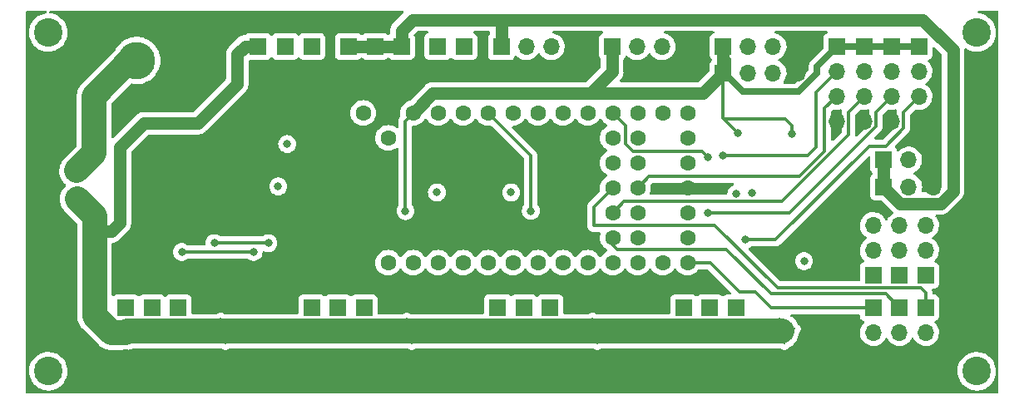
<source format=gbr>
%TF.GenerationSoftware,KiCad,Pcbnew,(6.0.1)*%
%TF.CreationDate,2022-02-05T20:40:31-05:00*%
%TF.ProjectId,motor-controller,6d6f746f-722d-4636-9f6e-74726f6c6c65,rev?*%
%TF.SameCoordinates,Original*%
%TF.FileFunction,Copper,L2,Inr*%
%TF.FilePolarity,Positive*%
%FSLAX46Y46*%
G04 Gerber Fmt 4.6, Leading zero omitted, Abs format (unit mm)*
G04 Created by KiCad (PCBNEW (6.0.1)) date 2022-02-05 20:40:31*
%MOMM*%
%LPD*%
G01*
G04 APERTURE LIST*
G04 Aperture macros list*
%AMRotRect*
0 Rectangle, with rotation*
0 The origin of the aperture is its center*
0 $1 length*
0 $2 width*
0 $3 Rotation angle, in degrees counterclockwise*
0 Add horizontal line*
21,1,$1,$2,0,0,$3*%
G04 Aperture macros list end*
%TA.AperFunction,ComponentPad*%
%ADD10R,1.700000X1.700000*%
%TD*%
%TA.AperFunction,ComponentPad*%
%ADD11O,1.700000X1.700000*%
%TD*%
%TA.AperFunction,ComponentPad*%
%ADD12C,3.800000*%
%TD*%
%TA.AperFunction,ComponentPad*%
%ADD13R,3.800000X3.800000*%
%TD*%
%TA.AperFunction,ComponentPad*%
%ADD14C,2.900000*%
%TD*%
%TA.AperFunction,ComponentPad*%
%ADD15RotRect,2.000000X2.000000X325.000000*%
%TD*%
%TA.AperFunction,ComponentPad*%
%ADD16C,2.000000*%
%TD*%
%TA.AperFunction,ComponentPad*%
%ADD17C,1.600000*%
%TD*%
%TA.AperFunction,ViaPad*%
%ADD18C,0.800000*%
%TD*%
%TA.AperFunction,Conductor*%
%ADD19C,2.500000*%
%TD*%
%TA.AperFunction,Conductor*%
%ADD20C,1.270000*%
%TD*%
%TA.AperFunction,Conductor*%
%ADD21C,0.330200*%
%TD*%
%TA.AperFunction,Conductor*%
%ADD22C,0.635000*%
%TD*%
G04 APERTURE END LIST*
D10*
%TO.N,+BATT*%
%TO.C,JP1*%
X151530000Y-68075000D03*
D11*
%TO.N,Net-(J18-Pad2)*%
X151530000Y-65535000D03*
%TO.N,+AUX*%
X151530000Y-62995000D03*
%TD*%
D10*
%TO.N,+3V3*%
%TO.C,J29*%
X147932000Y-44800000D03*
D11*
%TO.N,Net-(J29-Pad2)*%
X147932000Y-47340000D03*
%TO.N,SW2*%
X147932000Y-49880000D03*
%TO.N,GND*%
X147932000Y-52420000D03*
%TD*%
D12*
%TO.N,Net-(J4-Pad2)*%
%TO.C,J4*%
X73900000Y-46200000D03*
D13*
%TO.N,GND*%
X78900000Y-46200000D03*
%TD*%
D14*
%TO.N,N/C*%
%TO.C,REF\u002A\u002A*%
X159397200Y-43351000D03*
%TD*%
D10*
%TO.N,M8*%
%TO.C,J9*%
X113299929Y-71375000D03*
D11*
%TO.N,+BATT*%
X113299929Y-73915000D03*
%TO.N,GND*%
X113299929Y-76455000D03*
%TD*%
D10*
%TO.N,+5V*%
%TO.C,J33*%
X111018400Y-44813600D03*
D11*
%TO.N,Net-(J33-Pad2)*%
X113558400Y-44813600D03*
%TO.N,Net-(J33-Pad3)*%
X116098400Y-44813600D03*
%TO.N,GND*%
X118638400Y-44813600D03*
%TD*%
D10*
%TO.N,AUX_M3*%
%TO.C,J22*%
X154200000Y-71375000D03*
D11*
%TO.N,Net-(J22-Pad2)*%
X154200000Y-73915000D03*
%TO.N,GND*%
X154200000Y-76455000D03*
%TD*%
D10*
%TO.N,M6*%
%TO.C,J7*%
X97043929Y-71375000D03*
D11*
%TO.N,+BATT*%
X97043929Y-73915000D03*
%TO.N,GND*%
X97043929Y-76455000D03*
%TD*%
D15*
%TO.N,+BATT*%
%TO.C,C2*%
X82698998Y-73779830D03*
D16*
%TO.N,GND*%
X86794758Y-76647712D03*
%TD*%
D10*
%TO.N,+BATT*%
%TO.C,J15*%
X86256800Y-44780000D03*
D11*
%TO.N,GND*%
X86256800Y-47320000D03*
%TD*%
D10*
%TO.N,+5V*%
%TO.C,J16*%
X100843000Y-44780000D03*
D11*
%TO.N,GND*%
X100843000Y-47320000D03*
%TD*%
D10*
%TO.N,+3V3*%
%TO.C,J30*%
X133600000Y-44800000D03*
D11*
%TO.N,SDA1*%
X136140000Y-44800000D03*
%TO.N,SDL1*%
X138680000Y-44800000D03*
%TO.N,GND*%
X141220000Y-44800000D03*
%TD*%
D17*
%TO.N,GND*%
%TO.C,U2*%
X96954602Y-66799400D03*
%TO.N,M1*%
X99494602Y-66799400D03*
%TO.N,M2*%
X102034602Y-66799400D03*
%TO.N,M3*%
X104574602Y-66799400D03*
%TO.N,M4*%
X107114602Y-66799400D03*
%TO.N,M5*%
X109654602Y-66799400D03*
%TO.N,M6*%
X112194602Y-66799400D03*
%TO.N,M7*%
X114734602Y-66799400D03*
%TO.N,M8*%
X117274602Y-66799400D03*
%TO.N,M9*%
X119814602Y-66799400D03*
%TO.N,M10*%
X122354602Y-66799400D03*
%TO.N,M11*%
X124894602Y-66799400D03*
%TO.N,M12*%
X127434602Y-66799400D03*
%TO.N,AUX_M1*%
X129974602Y-66799400D03*
%TO.N,unconnected-(U2-Pad15)*%
X129974602Y-64259400D03*
%TO.N,unconnected-(U2-Pad16)*%
X129974602Y-61719400D03*
%TO.N,GND*%
X129974602Y-59179400D03*
%TO.N,unconnected-(U2-Pad18)*%
X129974602Y-56639400D03*
%TO.N,unconnected-(U2-Pad19)*%
X129974602Y-54099400D03*
%TO.N,unconnected-(U2-Pad20)*%
X129974602Y-51559400D03*
%TO.N,OUT4*%
X127434602Y-51559400D03*
%TO.N,OUT3*%
X124894602Y-51559400D03*
%TO.N,OUT2*%
X122354602Y-51559400D03*
%TO.N,OUT1*%
X119814602Y-51559400D03*
%TO.N,SDA0*%
X117274602Y-51559400D03*
%TO.N,SCL0*%
X114734602Y-51559400D03*
%TO.N,TX*%
X112194602Y-51559400D03*
%TO.N,RX*%
X109654602Y-51559400D03*
%TO.N,CSENSE*%
X107114602Y-51559400D03*
%TO.N,VSENSE*%
X104574602Y-51559400D03*
%TO.N,+3V3*%
X102034602Y-51559400D03*
%TO.N,GND*%
X99494602Y-51559400D03*
%TO.N,+5V*%
X96954602Y-51559400D03*
%TO.N,unconnected-(U2-Pad34)*%
X99494602Y-54099400D03*
%TO.N,SDL1*%
X124894602Y-54099400D03*
%TO.N,SDA1*%
X122354602Y-54099400D03*
%TO.N,NEO2*%
X124894602Y-56639400D03*
%TO.N,NEO1*%
X122354602Y-56639400D03*
%TO.N,SW1*%
X124894602Y-59179400D03*
%TO.N,AUX_M3*%
X122354602Y-59179400D03*
%TO.N,SW3*%
X124894602Y-61719400D03*
%TO.N,SW2*%
X122354602Y-61719400D03*
%TO.N,SW4*%
X124894602Y-64259400D03*
%TO.N,AUX_M2*%
X122354602Y-64259400D03*
%TD*%
D10*
%TO.N,+3V3*%
%TO.C,J31*%
X150726000Y-44800000D03*
D11*
%TO.N,Net-(J31-Pad2)*%
X150726000Y-47340000D03*
%TO.N,SW3*%
X150726000Y-49880000D03*
%TO.N,GND*%
X150726000Y-52420000D03*
%TD*%
D10*
%TO.N,M5*%
%TO.C,J6*%
X94376929Y-71375000D03*
D11*
%TO.N,+BATT*%
X94376929Y-73915000D03*
%TO.N,GND*%
X94376929Y-76455000D03*
%TD*%
D10*
%TO.N,+BATT*%
%TO.C,J21*%
X89000000Y-44780000D03*
D11*
%TO.N,GND*%
X89000000Y-47320000D03*
%TD*%
D10*
%TO.N,AUX_M2*%
%TO.C,J18*%
X151533000Y-71375000D03*
D11*
%TO.N,Net-(J18-Pad2)*%
X151533000Y-73915000D03*
%TO.N,GND*%
X151533000Y-76455000D03*
%TD*%
D10*
%TO.N,+5V*%
%TO.C,J19*%
X98143000Y-44780000D03*
D11*
%TO.N,GND*%
X98143000Y-47320000D03*
%TD*%
D10*
%TO.N,+5V*%
%TO.C,J26*%
X149935000Y-56340000D03*
D11*
%TO.N,Net-(J26-Pad2)*%
X152475000Y-56340000D03*
%TO.N,GND*%
X155015000Y-56340000D03*
%TD*%
D15*
%TO.N,+BATT*%
%TO.C,C1*%
X139588934Y-73779830D03*
D16*
%TO.N,GND*%
X143684694Y-76647712D03*
%TD*%
D10*
%TO.N,M2*%
%TO.C,J2*%
X75453929Y-71375000D03*
D11*
%TO.N,+BATT*%
X75453929Y-73915000D03*
%TO.N,GND*%
X75453929Y-76455000D03*
%TD*%
D10*
%TO.N,M11*%
%TO.C,J12*%
X132222929Y-71375000D03*
D11*
%TO.N,+BATT*%
X132222929Y-73915000D03*
%TO.N,GND*%
X132222929Y-76455000D03*
%TD*%
D10*
%TO.N,+5V*%
%TO.C,J14*%
X95443000Y-44780000D03*
D11*
%TO.N,GND*%
X95443000Y-47320000D03*
%TD*%
D10*
%TO.N,+BATT*%
%TO.C,JP2*%
X148860000Y-68085000D03*
D11*
%TO.N,Net-(J17-Pad2)*%
X148860000Y-65545000D03*
%TO.N,+AUX*%
X148860000Y-63005000D03*
%TD*%
D10*
%TO.N,+BATT*%
%TO.C,J23*%
X91743200Y-44780000D03*
D11*
%TO.N,GND*%
X91743200Y-47320000D03*
%TD*%
D10*
%TO.N,+BATT*%
%TO.C,JP3*%
X154200000Y-68085000D03*
D11*
%TO.N,Net-(J22-Pad2)*%
X154200000Y-65545000D03*
%TO.N,+AUX*%
X154200000Y-63005000D03*
%TD*%
D10*
%TO.N,M4*%
%TO.C,J5*%
X91709929Y-71375000D03*
D11*
%TO.N,+BATT*%
X91709929Y-73915000D03*
%TO.N,GND*%
X91709929Y-76455000D03*
%TD*%
D10*
%TO.N,+5V*%
%TO.C,J25*%
X149940000Y-59070000D03*
D11*
%TO.N,Net-(J25-Pad2)*%
X152480000Y-59070000D03*
%TO.N,GND*%
X155020000Y-59070000D03*
%TD*%
D10*
%TO.N,M9*%
%TO.C,J10*%
X115966929Y-71390011D03*
D11*
%TO.N,+BATT*%
X115966929Y-73930011D03*
%TO.N,GND*%
X115966929Y-76470011D03*
%TD*%
D14*
%TO.N,N/C*%
%TO.C,REF\u002A\u002A*%
X159397200Y-77851000D03*
%TD*%
D10*
%TO.N,+3V3*%
%TO.C,J27*%
X145138000Y-44800000D03*
D11*
%TO.N,Net-(J27-Pad2)*%
X145138000Y-47340000D03*
%TO.N,SW1*%
X145138000Y-49880000D03*
%TO.N,GND*%
X145138000Y-52420000D03*
%TD*%
D10*
%TO.N,+3V3*%
%TO.C,J24*%
X122300000Y-44800000D03*
D11*
%TO.N,SDA0*%
X124840000Y-44800000D03*
%TO.N,SCL0*%
X127380000Y-44800000D03*
%TO.N,GND*%
X129920000Y-44800000D03*
%TD*%
D10*
%TO.N,+3V3*%
%TO.C,J32*%
X153520000Y-44800000D03*
D11*
%TO.N,Net-(J32-Pad2)*%
X153520000Y-47340000D03*
%TO.N,SW4*%
X153520000Y-49880000D03*
%TO.N,GND*%
X153520000Y-52420000D03*
%TD*%
D10*
%TO.N,M7*%
%TO.C,J8*%
X110632929Y-71359989D03*
D11*
%TO.N,+BATT*%
X110632929Y-73899989D03*
%TO.N,GND*%
X110632929Y-76439989D03*
%TD*%
D10*
%TO.N,+3V3*%
%TO.C,J28*%
X133600000Y-47490000D03*
D11*
%TO.N,SDA1*%
X136140000Y-47490000D03*
%TO.N,SDL1*%
X138680000Y-47490000D03*
%TO.N,GND*%
X141220000Y-47490000D03*
%TD*%
D10*
%TO.N,M1*%
%TO.C,J1*%
X72786929Y-71375000D03*
D11*
%TO.N,+BATT*%
X72786929Y-73915000D03*
%TO.N,GND*%
X72786929Y-76455000D03*
%TD*%
D10*
%TO.N,+AUX*%
%TO.C,J34*%
X107243000Y-44800000D03*
D11*
%TO.N,GND*%
X107243000Y-47340000D03*
%TD*%
D10*
%TO.N,AUX_M1*%
%TO.C,J17*%
X148866000Y-71375000D03*
D11*
%TO.N,Net-(J17-Pad2)*%
X148866000Y-73915000D03*
%TO.N,GND*%
X148866000Y-76455000D03*
%TD*%
D15*
%TO.N,+BATT*%
%TO.C,C4*%
X101621998Y-73788000D03*
D16*
%TO.N,GND*%
X105717758Y-76655882D03*
%TD*%
D15*
%TO.N,+BATT*%
%TO.C,C3*%
X120538934Y-73779830D03*
D16*
%TO.N,GND*%
X124634694Y-76647712D03*
%TD*%
D14*
%TO.N,N/C*%
%TO.C,REF\u002A\u002A*%
X64897200Y-77851000D03*
%TD*%
D10*
%TO.N,+AUX*%
%TO.C,J20*%
X104543000Y-44775000D03*
D11*
%TO.N,GND*%
X104543000Y-47315000D03*
%TD*%
D10*
%TO.N,M3*%
%TO.C,J3*%
X78120929Y-71390011D03*
D11*
%TO.N,+BATT*%
X78120929Y-73930011D03*
%TO.N,GND*%
X78120929Y-76470011D03*
%TD*%
D14*
%TO.N,N/C*%
%TO.C,REF\u002A\u002A*%
X64897200Y-43351000D03*
%TD*%
D10*
%TO.N,M10*%
%TO.C,J11*%
X129555929Y-71375000D03*
D11*
%TO.N,+BATT*%
X129555929Y-73915000D03*
%TO.N,GND*%
X129555929Y-76455000D03*
%TD*%
D10*
%TO.N,M12*%
%TO.C,J13*%
X134889929Y-71375000D03*
D11*
%TO.N,+BATT*%
X134889929Y-73915000D03*
%TO.N,GND*%
X134889929Y-76455000D03*
%TD*%
D18*
%TO.N,+BATT*%
X80235000Y-73915000D03*
X69610000Y-68090000D03*
X125135000Y-73915000D03*
X99095000Y-73915000D03*
X105895000Y-73915000D03*
X69610000Y-62090000D03*
X69610000Y-66000000D03*
X69610000Y-70290000D03*
X127075000Y-73915000D03*
X67840000Y-60300000D03*
X137215000Y-73915000D03*
X104215000Y-73915000D03*
X86985000Y-73915000D03*
X123275000Y-73915000D03*
X69610000Y-72210000D03*
X69610000Y-64130000D03*
X118255000Y-73915000D03*
X89055000Y-73915000D03*
X85275000Y-73915000D03*
X108095000Y-73915000D03*
X70875000Y-73275000D03*
%TO.N,M1*%
X85800000Y-65700000D03*
X78500000Y-65700000D03*
%TO.N,GND*%
X87650000Y-69280000D03*
X66050000Y-53840000D03*
X70070000Y-76970000D03*
X157740000Y-69530000D03*
X77040000Y-43230000D03*
X120960000Y-69100000D03*
X67950000Y-46200000D03*
X75937500Y-62100000D03*
X66000000Y-69180000D03*
X65900000Y-48450000D03*
X65980000Y-62010000D03*
X117910000Y-63190000D03*
X90070000Y-67580000D03*
X92470000Y-54710000D03*
X117890000Y-61670000D03*
X69900000Y-43500000D03*
X160290000Y-73380000D03*
X160260000Y-47950000D03*
X66170000Y-73460000D03*
X65980000Y-64580000D03*
X77499997Y-56100000D03*
X144434992Y-62654993D03*
X67900000Y-75240000D03*
%TO.N,M2*%
X87300000Y-64800000D03*
X81800000Y-64800000D03*
%TO.N,+5V*%
X112010000Y-59650000D03*
X104460000Y-59640000D03*
%TO.N,+3V3*%
X140580000Y-53660000D03*
X101260000Y-61540000D03*
X135090000Y-53590000D03*
%TO.N,Net-(J27-Pad2)*%
X133605000Y-55885000D03*
%TO.N,SW3*%
X132030000Y-61730000D03*
%TO.N,SW4*%
X135830000Y-64460000D03*
%TO.N,RX*%
X114010000Y-61520000D03*
%TO.N,Net-(J4-Pad2)*%
X69520000Y-53290000D03*
X69400000Y-50760000D03*
X67780000Y-57450000D03*
X69560000Y-55435000D03*
X70600000Y-48890000D03*
%TO.N,VSENSE*%
X89220000Y-54710000D03*
%TO.N,CSENSE*%
X88300000Y-59020000D03*
%TO.N,NEO1*%
X141830000Y-66630000D03*
%TO.N,OUT2*%
X132030000Y-56040000D03*
%TO.N,OUT3*%
X134927917Y-59783789D03*
%TO.N,OUT4*%
X136510000Y-59700000D03*
%TD*%
D19*
%TO.N,Net-(J4-Pad2)*%
X73310000Y-46090000D02*
X69560000Y-49840000D01*
X73360000Y-46090000D02*
X73310000Y-46090000D01*
X69560000Y-49840000D02*
X69560000Y-55435000D01*
%TO.N,+BATT*%
X67840000Y-60300000D02*
X67840000Y-60320000D01*
X82698998Y-73779830D02*
X72922099Y-73779830D01*
D20*
X71340000Y-63620000D02*
X69660000Y-63620000D01*
X84130000Y-48577544D02*
X80117544Y-52590000D01*
X80117544Y-52590000D02*
X74660000Y-52590000D01*
X86256800Y-44780000D02*
X84940000Y-44780000D01*
D19*
X71315000Y-73915000D02*
X72786929Y-73915000D01*
X69610000Y-72210000D02*
X71315000Y-73915000D01*
X69610000Y-62090000D02*
X69610000Y-72210000D01*
X139588934Y-73779830D02*
X82698998Y-73779830D01*
D20*
X84940000Y-44780000D02*
X84130000Y-45590000D01*
D19*
X67840000Y-60320000D02*
X69610000Y-62090000D01*
D20*
X74660000Y-52590000D02*
X72180000Y-55070000D01*
X84130000Y-45590000D02*
X84130000Y-48577544D01*
X72180000Y-62780000D02*
X71340000Y-63620000D01*
D19*
X72922099Y-73779830D02*
X72786929Y-73915000D01*
D20*
X72180000Y-55070000D02*
X72180000Y-62780000D01*
D21*
%TO.N,M1*%
X78499995Y-65699996D02*
X85800006Y-65699996D01*
%TO.N,M2*%
X81799989Y-64799997D02*
X87300003Y-64799997D01*
D20*
%TO.N,+5V*%
X156980000Y-45160000D02*
X156980000Y-59496785D01*
X149940000Y-59070000D02*
X149940000Y-56300009D01*
X110740000Y-42070000D02*
X107990000Y-42070000D01*
X100843000Y-43177000D02*
X100843000Y-44780000D01*
X95443000Y-44780000D02*
X98143000Y-44780000D01*
X110740000Y-42070000D02*
X153890000Y-42070000D01*
X98143000Y-44780000D02*
X100843000Y-44780000D01*
X107980000Y-42060000D02*
X101960000Y-42060000D01*
X110740000Y-42070000D02*
X111018400Y-42348400D01*
X107990000Y-42070000D02*
X107980000Y-42060000D01*
X153890000Y-42070000D02*
X156980000Y-45160000D01*
X151627711Y-60757711D02*
X149940000Y-59070000D01*
X111018400Y-42348400D02*
X111018400Y-44813600D01*
X101960000Y-42060000D02*
X100843000Y-43177000D01*
X156980000Y-59496785D02*
X155719074Y-60757711D01*
X155719074Y-60757711D02*
X151627711Y-60757711D01*
D21*
%TO.N,AUX_M1*%
X132289400Y-66799400D02*
X135240000Y-69750000D01*
X135240000Y-69750000D02*
X136890000Y-69750000D01*
X138515000Y-71375000D02*
X148866000Y-71375000D01*
X136890000Y-69750000D02*
X138515000Y-71375000D01*
X129974602Y-66799400D02*
X132289400Y-66799400D01*
D22*
%TO.N,+3V3*%
X143140000Y-46798000D02*
X143140000Y-47507772D01*
X145138000Y-44800000D02*
X147932000Y-44800000D01*
D20*
X122300000Y-47370000D02*
X122300000Y-44800000D01*
D21*
X140580000Y-53660000D02*
X140580000Y-52850000D01*
X133600000Y-52100000D02*
X133600000Y-47490000D01*
D20*
X133600000Y-47490000D02*
X133590000Y-47490000D01*
D22*
X153520000Y-44800000D02*
X150726000Y-44800000D01*
X134040000Y-47820000D02*
X134040000Y-46120000D01*
X135610000Y-49390000D02*
X134040000Y-47820000D01*
D20*
X104044002Y-49550000D02*
X120120000Y-49550000D01*
X133600000Y-46560000D02*
X133600000Y-44800000D01*
D22*
X143140000Y-47507772D02*
X141257772Y-49390000D01*
D20*
X120120000Y-49550000D02*
X122300000Y-47370000D01*
D21*
X101219991Y-61499991D02*
X101219991Y-52374011D01*
X140580000Y-52850000D02*
X139910000Y-52180000D01*
X133730000Y-52180000D02*
X133705000Y-52205000D01*
D20*
X131530000Y-49550000D02*
X120120000Y-49550000D01*
X133600000Y-47490000D02*
X133600000Y-46560000D01*
D21*
X101219991Y-52374011D02*
X102034602Y-51559400D01*
X139910000Y-52180000D02*
X133730000Y-52180000D01*
X134040000Y-46120000D02*
X133600000Y-46560000D01*
X133705000Y-52205000D02*
X133600000Y-52100000D01*
D22*
X147932000Y-44800000D02*
X150726000Y-44800000D01*
D20*
X102034602Y-51559400D02*
X104044002Y-49550000D01*
D22*
X145138000Y-44800000D02*
X143140000Y-46798000D01*
X141257772Y-49390000D02*
X135610000Y-49390000D01*
D21*
X135090000Y-53590000D02*
X133705000Y-52205000D01*
D20*
X133590000Y-47490000D02*
X131530000Y-49550000D01*
D21*
%TO.N,Net-(J27-Pad2)*%
X133605000Y-55885000D02*
X142215000Y-55885000D01*
X142215000Y-55885000D02*
X143060000Y-55040000D01*
X143060000Y-55040000D02*
X143060000Y-49418000D01*
X143060000Y-49418000D02*
X145138000Y-47340000D01*
%TO.N,SW1*%
X143920189Y-55433473D02*
X141342073Y-58011589D01*
X143920189Y-51097811D02*
X143920189Y-55433473D01*
X141342073Y-58011589D02*
X126062413Y-58011589D01*
X126062413Y-58011589D02*
X124894602Y-59179400D01*
X145138000Y-49880000D02*
X143920189Y-51097811D01*
%TO.N,SW2*%
X146355811Y-51456189D02*
X146355811Y-53751513D01*
X123522413Y-60551589D02*
X122354602Y-61719400D01*
X147932000Y-49880000D02*
X146355811Y-51456189D01*
X139555735Y-60551589D02*
X123522413Y-60551589D01*
X146355811Y-53751513D02*
X139555735Y-60551589D01*
%TO.N,SW3*%
X149149811Y-52924435D02*
X140344246Y-61730000D01*
X140344246Y-61730000D02*
X132030000Y-61730000D01*
X150726000Y-49880000D02*
X149149811Y-51456189D01*
X149149811Y-51456189D02*
X149149811Y-52924435D01*
%TO.N,SW4*%
X150120000Y-54920000D02*
X148450000Y-54920000D01*
X153520000Y-49880000D02*
X151943811Y-51456189D01*
X148450000Y-54920000D02*
X138910000Y-64460000D01*
X151943811Y-51456189D02*
X151943811Y-53096189D01*
X151943811Y-53096189D02*
X150120000Y-54920000D01*
X138910000Y-64460000D02*
X135830000Y-64460000D01*
%TO.N,RX*%
X114010000Y-55914798D02*
X109654602Y-51559400D01*
X114010000Y-61520000D02*
X114010000Y-55914798D01*
%TO.N,AUX_M2*%
X138480000Y-69970000D02*
X150128000Y-69970000D01*
X133937211Y-65427211D02*
X138480000Y-69970000D01*
X122354602Y-64259400D02*
X122354602Y-65004602D01*
X122354602Y-65004602D02*
X122777211Y-65427211D01*
X150128000Y-69970000D02*
X151533000Y-71375000D01*
X122777211Y-65427211D02*
X133937211Y-65427211D01*
%TO.N,AUX_M3*%
X153740000Y-69380000D02*
X139140000Y-69380000D01*
X154200000Y-69840000D02*
X153740000Y-69380000D01*
X120440000Y-61094002D02*
X122354602Y-59179400D01*
X154200000Y-71375000D02*
X154200000Y-69840000D01*
X120440000Y-62990000D02*
X120440000Y-61094002D01*
X132750000Y-62990000D02*
X120440000Y-62990000D01*
X139140000Y-69380000D02*
X132750000Y-62990000D01*
D19*
%TO.N,Net-(J4-Pad2)*%
X69560000Y-55670000D02*
X67780000Y-57450000D01*
X69560000Y-55435000D02*
X69560000Y-55670000D01*
D21*
%TO.N,OUT2*%
X123630000Y-52834798D02*
X122354602Y-51559400D01*
X131461589Y-55471589D02*
X124431589Y-55471589D01*
X132030000Y-56040000D02*
X131461589Y-55471589D01*
X123630000Y-54670000D02*
X123630000Y-52834798D01*
X124431589Y-55471589D02*
X123630000Y-54670000D01*
%TD*%
%TA.AperFunction,Conductor*%
%TO.N,GND*%
G36*
X64697822Y-41173002D02*
G01*
X64744315Y-41226658D01*
X64754419Y-41296932D01*
X64724925Y-41361512D01*
X64665199Y-41399896D01*
X64651080Y-41402841D01*
X64651108Y-41402980D01*
X64383456Y-41456219D01*
X64383451Y-41456220D01*
X64379084Y-41457089D01*
X64374881Y-41458565D01*
X64121607Y-41547508D01*
X64121604Y-41547509D01*
X64117399Y-41548986D01*
X64113446Y-41551039D01*
X64113440Y-41551042D01*
X63973934Y-41623510D01*
X63871273Y-41676838D01*
X63867658Y-41679421D01*
X63867652Y-41679425D01*
X63724871Y-41781458D01*
X63645616Y-41838095D01*
X63444932Y-42029538D01*
X63273225Y-42247348D01*
X63270993Y-42251190D01*
X63270990Y-42251195D01*
X63136158Y-42483324D01*
X63136155Y-42483330D01*
X63133920Y-42487178D01*
X63132246Y-42491311D01*
X63031471Y-42740112D01*
X63031468Y-42740120D01*
X63029798Y-42744244D01*
X63010484Y-42821999D01*
X62981611Y-42938234D01*
X62962935Y-43013417D01*
X62956693Y-43074340D01*
X62940386Y-43233502D01*
X62934666Y-43289325D01*
X62936589Y-43338279D01*
X62943512Y-43514456D01*
X62945555Y-43566464D01*
X62956277Y-43625171D01*
X62993110Y-43826849D01*
X62995384Y-43839303D01*
X63083160Y-44102400D01*
X63085152Y-44106387D01*
X63085153Y-44106389D01*
X63166796Y-44269782D01*
X63207130Y-44350504D01*
X63364823Y-44578666D01*
X63380959Y-44596122D01*
X63550074Y-44779070D01*
X63550079Y-44779075D01*
X63553090Y-44782332D01*
X63768175Y-44957439D01*
X63771993Y-44959738D01*
X63771995Y-44959739D01*
X63914802Y-45045716D01*
X64005788Y-45100494D01*
X64009883Y-45102228D01*
X64009885Y-45102229D01*
X64257086Y-45206905D01*
X64257093Y-45206907D01*
X64261187Y-45208641D01*
X64318412Y-45223814D01*
X64524979Y-45278585D01*
X64524984Y-45278586D01*
X64529276Y-45279724D01*
X64533685Y-45280246D01*
X64533691Y-45280247D01*
X64711403Y-45301280D01*
X64804706Y-45312323D01*
X65081982Y-45305789D01*
X65190780Y-45287680D01*
X65351181Y-45260982D01*
X65351185Y-45260981D01*
X65355571Y-45260251D01*
X65359812Y-45258910D01*
X65359815Y-45258909D01*
X65615768Y-45177962D01*
X65615770Y-45177961D01*
X65620014Y-45176619D01*
X65624025Y-45174693D01*
X65624030Y-45174691D01*
X65866016Y-45058491D01*
X65866017Y-45058490D01*
X65870035Y-45056561D01*
X66025477Y-44952698D01*
X66096937Y-44904950D01*
X66096941Y-44904947D01*
X66100645Y-44902472D01*
X66245788Y-44772471D01*
X66303925Y-44720399D01*
X66303926Y-44720398D01*
X66307243Y-44717427D01*
X66485707Y-44505118D01*
X66632476Y-44269782D01*
X66744622Y-44016113D01*
X66752841Y-43986973D01*
X66789116Y-43858350D01*
X66819907Y-43749173D01*
X66833697Y-43646507D01*
X66856401Y-43477471D01*
X66856402Y-43477463D01*
X66856828Y-43474289D01*
X66857473Y-43453765D01*
X66860602Y-43354222D01*
X66860602Y-43354217D01*
X66860703Y-43351000D01*
X66841114Y-43074340D01*
X66808712Y-42923834D01*
X66783676Y-42807547D01*
X66783675Y-42807545D01*
X66782740Y-42803200D01*
X66686743Y-42542990D01*
X66658859Y-42491311D01*
X66557153Y-42302818D01*
X66555040Y-42298902D01*
X66390259Y-42075807D01*
X66387140Y-42072638D01*
X66387136Y-42072634D01*
X66294315Y-41978343D01*
X66195688Y-41878155D01*
X66192148Y-41875453D01*
X65978753Y-41712595D01*
X65978749Y-41712592D01*
X65975208Y-41709890D01*
X65733219Y-41574369D01*
X65729070Y-41572764D01*
X65729066Y-41572762D01*
X65573864Y-41512720D01*
X65474549Y-41474298D01*
X65470224Y-41473295D01*
X65470219Y-41473294D01*
X65361929Y-41448194D01*
X65204360Y-41411671D01*
X65121910Y-41404530D01*
X65055769Y-41378725D01*
X65014079Y-41321257D01*
X65010077Y-41250374D01*
X65045032Y-41188579D01*
X65107848Y-41155492D01*
X65132782Y-41153000D01*
X100945657Y-41153000D01*
X101013778Y-41173002D01*
X101060271Y-41226658D01*
X101070375Y-41296932D01*
X101040881Y-41361512D01*
X101034752Y-41368095D01*
X100064696Y-42338151D01*
X100058678Y-42343788D01*
X100009981Y-42386494D01*
X100006406Y-42391029D01*
X100006405Y-42391030D01*
X99955202Y-42455982D01*
X99953124Y-42458547D01*
X99900266Y-42522100D01*
X99900262Y-42522105D01*
X99896574Y-42526540D01*
X99893755Y-42531574D01*
X99891686Y-42534584D01*
X99885492Y-42543854D01*
X99883449Y-42546999D01*
X99879872Y-42551537D01*
X99877184Y-42556645D01*
X99877182Y-42556649D01*
X99838688Y-42629816D01*
X99837118Y-42632706D01*
X99793885Y-42709904D01*
X99792028Y-42715376D01*
X99790514Y-42718776D01*
X99786127Y-42728987D01*
X99784705Y-42732421D01*
X99782018Y-42737527D01*
X99780306Y-42743041D01*
X99780305Y-42743043D01*
X99755788Y-42821999D01*
X99754769Y-42825135D01*
X99726331Y-42908912D01*
X99725502Y-42914625D01*
X99724659Y-42918138D01*
X99722167Y-42929151D01*
X99721409Y-42932718D01*
X99719696Y-42938234D01*
X99719018Y-42943962D01*
X99719017Y-42943967D01*
X99709297Y-43026098D01*
X99708870Y-43029340D01*
X99696175Y-43116897D01*
X99696402Y-43122665D01*
X99699403Y-43199054D01*
X99699500Y-43204001D01*
X99699500Y-43451429D01*
X99679498Y-43519550D01*
X99649065Y-43552255D01*
X99629739Y-43566739D01*
X99624358Y-43573919D01*
X99615255Y-43586065D01*
X99558396Y-43628580D01*
X99514429Y-43636500D01*
X99471571Y-43636500D01*
X99403450Y-43616498D01*
X99370745Y-43586065D01*
X99361642Y-43573919D01*
X99356261Y-43566739D01*
X99239705Y-43479385D01*
X99103316Y-43428255D01*
X99041134Y-43421500D01*
X97244866Y-43421500D01*
X97182684Y-43428255D01*
X97046295Y-43479385D01*
X96929739Y-43566739D01*
X96924358Y-43573919D01*
X96915255Y-43586065D01*
X96858396Y-43628580D01*
X96814429Y-43636500D01*
X96771571Y-43636500D01*
X96703450Y-43616498D01*
X96670745Y-43586065D01*
X96661642Y-43573919D01*
X96656261Y-43566739D01*
X96539705Y-43479385D01*
X96403316Y-43428255D01*
X96341134Y-43421500D01*
X94544866Y-43421500D01*
X94482684Y-43428255D01*
X94346295Y-43479385D01*
X94229739Y-43566739D01*
X94142385Y-43683295D01*
X94091255Y-43819684D01*
X94084500Y-43881866D01*
X94084500Y-45678134D01*
X94091255Y-45740316D01*
X94142385Y-45876705D01*
X94229739Y-45993261D01*
X94346295Y-46080615D01*
X94482684Y-46131745D01*
X94544866Y-46138500D01*
X96341134Y-46138500D01*
X96403316Y-46131745D01*
X96539705Y-46080615D01*
X96656261Y-45993261D01*
X96670745Y-45973935D01*
X96727604Y-45931420D01*
X96771571Y-45923500D01*
X96814429Y-45923500D01*
X96882550Y-45943502D01*
X96915255Y-45973935D01*
X96929739Y-45993261D01*
X97046295Y-46080615D01*
X97182684Y-46131745D01*
X97244866Y-46138500D01*
X99041134Y-46138500D01*
X99103316Y-46131745D01*
X99239705Y-46080615D01*
X99356261Y-45993261D01*
X99370745Y-45973935D01*
X99427604Y-45931420D01*
X99471571Y-45923500D01*
X99514429Y-45923500D01*
X99582550Y-45943502D01*
X99615255Y-45973935D01*
X99629739Y-45993261D01*
X99746295Y-46080615D01*
X99882684Y-46131745D01*
X99944866Y-46138500D01*
X101741134Y-46138500D01*
X101803316Y-46131745D01*
X101939705Y-46080615D01*
X102056261Y-45993261D01*
X102143615Y-45876705D01*
X102194745Y-45740316D01*
X102201500Y-45678134D01*
X102201500Y-43881866D01*
X102194745Y-43819684D01*
X102143615Y-43683295D01*
X102127837Y-43662243D01*
X102102990Y-43595738D01*
X102118043Y-43526356D01*
X102139569Y-43497584D01*
X102396748Y-43240405D01*
X102459060Y-43206379D01*
X102485843Y-43203500D01*
X103473829Y-43203500D01*
X103541950Y-43223502D01*
X103588443Y-43277158D01*
X103598547Y-43347432D01*
X103569053Y-43412012D01*
X103518058Y-43447482D01*
X103454705Y-43471232D01*
X103454704Y-43471233D01*
X103446295Y-43474385D01*
X103329739Y-43561739D01*
X103242385Y-43678295D01*
X103191255Y-43814684D01*
X103184500Y-43876866D01*
X103184500Y-45673134D01*
X103191255Y-45735316D01*
X103242385Y-45871705D01*
X103329739Y-45988261D01*
X103446295Y-46075615D01*
X103582684Y-46126745D01*
X103644866Y-46133500D01*
X105441134Y-46133500D01*
X105503316Y-46126745D01*
X105639705Y-46075615D01*
X105756261Y-45988261D01*
X105782806Y-45952842D01*
X105839665Y-45910327D01*
X105910484Y-45905301D01*
X105972777Y-45939361D01*
X105984453Y-45952836D01*
X106029739Y-46013261D01*
X106146295Y-46100615D01*
X106282684Y-46151745D01*
X106344866Y-46158500D01*
X108141134Y-46158500D01*
X108203316Y-46151745D01*
X108339705Y-46100615D01*
X108456261Y-46013261D01*
X108543615Y-45896705D01*
X108594745Y-45760316D01*
X108601500Y-45698134D01*
X108601500Y-43901866D01*
X108594745Y-43839684D01*
X108543615Y-43703295D01*
X108456261Y-43586739D01*
X108339705Y-43499385D01*
X108227929Y-43457482D01*
X108171165Y-43414840D01*
X108146465Y-43348279D01*
X108161672Y-43278930D01*
X108211958Y-43228812D01*
X108272159Y-43213500D01*
X109748900Y-43213500D01*
X109817021Y-43233502D01*
X109863514Y-43287158D01*
X109874900Y-43339500D01*
X109874900Y-43485029D01*
X109854898Y-43553150D01*
X109824465Y-43585855D01*
X109805139Y-43600339D01*
X109717785Y-43716895D01*
X109666655Y-43853284D01*
X109659900Y-43915466D01*
X109659900Y-45711734D01*
X109666655Y-45773916D01*
X109717785Y-45910305D01*
X109805139Y-46026861D01*
X109921695Y-46114215D01*
X110058084Y-46165345D01*
X110120266Y-46172100D01*
X111916534Y-46172100D01*
X111978716Y-46165345D01*
X112115105Y-46114215D01*
X112231661Y-46026861D01*
X112319015Y-45910305D01*
X112343808Y-45844171D01*
X112362998Y-45792982D01*
X112405640Y-45736218D01*
X112472202Y-45711518D01*
X112541550Y-45726726D01*
X112576217Y-45754714D01*
X112604650Y-45787538D01*
X112776526Y-45930232D01*
X112969400Y-46042938D01*
X113178092Y-46122630D01*
X113183160Y-46123661D01*
X113183163Y-46123662D01*
X113254281Y-46138131D01*
X113396997Y-46167167D01*
X113402172Y-46167357D01*
X113402174Y-46167357D01*
X113615073Y-46175164D01*
X113615077Y-46175164D01*
X113620237Y-46175353D01*
X113625357Y-46174697D01*
X113625359Y-46174697D01*
X113836688Y-46147625D01*
X113836689Y-46147625D01*
X113841816Y-46146968D01*
X113887937Y-46133131D01*
X114050829Y-46084261D01*
X114050834Y-46084259D01*
X114055784Y-46082774D01*
X114256394Y-45984496D01*
X114438260Y-45854773D01*
X114455565Y-45837529D01*
X114566755Y-45726726D01*
X114596496Y-45697089D01*
X114607676Y-45681531D01*
X114726853Y-45515677D01*
X114728176Y-45516628D01*
X114775045Y-45473457D01*
X114844980Y-45461225D01*
X114910426Y-45488744D01*
X114938275Y-45520594D01*
X114998387Y-45618688D01*
X115144650Y-45787538D01*
X115316526Y-45930232D01*
X115509400Y-46042938D01*
X115718092Y-46122630D01*
X115723160Y-46123661D01*
X115723163Y-46123662D01*
X115794281Y-46138131D01*
X115936997Y-46167167D01*
X115942172Y-46167357D01*
X115942174Y-46167357D01*
X116155073Y-46175164D01*
X116155077Y-46175164D01*
X116160237Y-46175353D01*
X116165357Y-46174697D01*
X116165359Y-46174697D01*
X116376688Y-46147625D01*
X116376689Y-46147625D01*
X116381816Y-46146968D01*
X116427937Y-46133131D01*
X116590829Y-46084261D01*
X116590834Y-46084259D01*
X116595784Y-46082774D01*
X116796394Y-45984496D01*
X116978260Y-45854773D01*
X116995565Y-45837529D01*
X117106755Y-45726726D01*
X117136496Y-45697089D01*
X117147676Y-45681531D01*
X117263835Y-45519877D01*
X117266853Y-45515677D01*
X117271145Y-45506994D01*
X117363536Y-45320053D01*
X117363537Y-45320051D01*
X117365830Y-45315411D01*
X117415926Y-45150527D01*
X117429265Y-45106623D01*
X117429265Y-45106621D01*
X117430770Y-45101669D01*
X117459929Y-44880190D01*
X117460343Y-44863240D01*
X117461474Y-44816965D01*
X117461474Y-44816961D01*
X117461556Y-44813600D01*
X117443252Y-44590961D01*
X117388831Y-44374302D01*
X117299754Y-44169440D01*
X117203203Y-44020195D01*
X117181222Y-43986217D01*
X117181220Y-43986214D01*
X117178414Y-43981877D01*
X117028070Y-43816651D01*
X117024019Y-43813452D01*
X117024015Y-43813448D01*
X116856814Y-43681400D01*
X116856810Y-43681398D01*
X116852759Y-43678198D01*
X116839918Y-43671109D01*
X116791023Y-43644118D01*
X116657189Y-43570238D01*
X116652320Y-43568514D01*
X116652316Y-43568512D01*
X116451487Y-43497395D01*
X116451483Y-43497394D01*
X116446612Y-43495669D01*
X116441519Y-43494762D01*
X116441516Y-43494761D01*
X116266279Y-43463547D01*
X116202721Y-43431909D01*
X116166358Y-43370932D01*
X116168735Y-43299975D01*
X116209096Y-43241567D01*
X116274628Y-43214252D01*
X116288375Y-43213500D01*
X121270841Y-43213500D01*
X121338962Y-43233502D01*
X121385455Y-43287158D01*
X121395559Y-43357432D01*
X121366065Y-43422012D01*
X121315071Y-43457482D01*
X121203295Y-43499385D01*
X121086739Y-43586739D01*
X120999385Y-43703295D01*
X120948255Y-43839684D01*
X120941500Y-43901866D01*
X120941500Y-45698134D01*
X120948255Y-45760316D01*
X120999385Y-45896705D01*
X121086739Y-46013261D01*
X121093919Y-46018642D01*
X121106065Y-46027745D01*
X121148580Y-46084604D01*
X121156500Y-46128571D01*
X121156500Y-46844157D01*
X121136498Y-46912278D01*
X121119595Y-46933252D01*
X119683252Y-48369595D01*
X119620940Y-48403621D01*
X119594157Y-48406500D01*
X104086807Y-48406500D01*
X104078566Y-48406230D01*
X104069454Y-48405633D01*
X104013941Y-48401994D01*
X103926043Y-48412398D01*
X103922775Y-48412740D01*
X103834723Y-48420831D01*
X103829157Y-48422401D01*
X103825461Y-48423086D01*
X103814612Y-48425244D01*
X103810976Y-48426017D01*
X103805237Y-48426696D01*
X103720746Y-48452931D01*
X103717610Y-48453860D01*
X103681877Y-48463938D01*
X103632453Y-48477877D01*
X103627265Y-48480435D01*
X103623814Y-48481760D01*
X103613436Y-48485901D01*
X103610049Y-48487304D01*
X103604529Y-48489018D01*
X103599415Y-48491709D01*
X103599414Y-48491709D01*
X103526257Y-48530198D01*
X103523321Y-48531695D01*
X103443965Y-48570829D01*
X103439334Y-48574287D01*
X103436131Y-48576250D01*
X103426744Y-48582173D01*
X103423651Y-48584182D01*
X103418539Y-48586871D01*
X103349046Y-48641656D01*
X103346476Y-48643627D01*
X103280201Y-48693116D01*
X103280194Y-48693123D01*
X103275573Y-48696573D01*
X103271659Y-48700807D01*
X103271657Y-48700809D01*
X103219740Y-48756973D01*
X103216310Y-48760539D01*
X101699902Y-50276947D01*
X101643418Y-50309559D01*
X101585359Y-50325116D01*
X101488193Y-50370425D01*
X101382840Y-50419551D01*
X101382835Y-50419554D01*
X101377853Y-50421877D01*
X101328588Y-50456373D01*
X101194813Y-50550043D01*
X101194810Y-50550045D01*
X101190302Y-50553202D01*
X101028404Y-50715100D01*
X101025247Y-50719608D01*
X101025245Y-50719611D01*
X100991967Y-50767137D01*
X100897079Y-50902651D01*
X100894756Y-50907633D01*
X100894753Y-50907638D01*
X100802641Y-51105175D01*
X100800318Y-51110157D01*
X100798896Y-51115465D01*
X100798895Y-51115467D01*
X100742483Y-51325998D01*
X100741059Y-51331313D01*
X100721104Y-51559400D01*
X100741059Y-51787487D01*
X100742482Y-51792798D01*
X100742484Y-51792809D01*
X100745184Y-51802885D01*
X100743493Y-51873862D01*
X100718305Y-51917730D01*
X100715732Y-51919974D01*
X100680883Y-51969559D01*
X100676972Y-51974825D01*
X100639586Y-52022505D01*
X100636460Y-52029428D01*
X100633343Y-52034575D01*
X100629198Y-52041843D01*
X100626355Y-52047145D01*
X100621985Y-52053363D01*
X100611264Y-52080862D01*
X100599978Y-52109808D01*
X100597423Y-52115886D01*
X100572494Y-52171098D01*
X100571110Y-52178568D01*
X100569323Y-52184270D01*
X100567016Y-52192367D01*
X100565522Y-52198184D01*
X100562762Y-52205263D01*
X100561771Y-52212792D01*
X100561770Y-52212795D01*
X100554854Y-52265329D01*
X100553824Y-52271831D01*
X100542783Y-52331404D01*
X100543220Y-52338984D01*
X100543220Y-52338985D01*
X100546182Y-52390354D01*
X100546391Y-52397607D01*
X100546391Y-52997724D01*
X100526389Y-53065845D01*
X100472733Y-53112338D01*
X100402459Y-53122442D01*
X100340387Y-53094687D01*
X100338902Y-53093202D01*
X100151351Y-52961877D01*
X100146369Y-52959554D01*
X100146364Y-52959551D01*
X99948827Y-52867439D01*
X99948826Y-52867439D01*
X99943845Y-52865116D01*
X99938537Y-52863694D01*
X99938535Y-52863693D01*
X99728004Y-52807281D01*
X99728002Y-52807281D01*
X99722689Y-52805857D01*
X99494602Y-52785902D01*
X99266515Y-52805857D01*
X99261202Y-52807281D01*
X99261200Y-52807281D01*
X99050669Y-52863693D01*
X99050667Y-52863694D01*
X99045359Y-52865116D01*
X99040378Y-52867439D01*
X99040377Y-52867439D01*
X98842840Y-52959551D01*
X98842835Y-52959554D01*
X98837853Y-52961877D01*
X98759157Y-53016981D01*
X98654813Y-53090043D01*
X98654810Y-53090045D01*
X98650302Y-53093202D01*
X98488404Y-53255100D01*
X98485247Y-53259608D01*
X98485245Y-53259611D01*
X98466820Y-53285925D01*
X98357079Y-53442651D01*
X98354756Y-53447633D01*
X98354753Y-53447638D01*
X98279136Y-53609802D01*
X98260318Y-53650157D01*
X98258896Y-53655465D01*
X98258895Y-53655467D01*
X98223863Y-53786207D01*
X98201059Y-53871313D01*
X98181104Y-54099400D01*
X98201059Y-54327487D01*
X98202483Y-54332800D01*
X98202483Y-54332802D01*
X98234906Y-54453803D01*
X98260318Y-54548643D01*
X98262641Y-54553624D01*
X98262641Y-54553625D01*
X98354753Y-54751162D01*
X98354756Y-54751167D01*
X98357079Y-54756149D01*
X98406842Y-54827218D01*
X98480560Y-54932497D01*
X98488404Y-54943700D01*
X98650302Y-55105598D01*
X98654808Y-55108753D01*
X98654813Y-55108757D01*
X98689253Y-55132872D01*
X98837853Y-55236923D01*
X98842835Y-55239246D01*
X98842840Y-55239249D01*
X99010716Y-55317530D01*
X99045359Y-55333684D01*
X99050667Y-55335106D01*
X99050669Y-55335107D01*
X99261200Y-55391519D01*
X99261202Y-55391519D01*
X99266515Y-55392943D01*
X99494602Y-55412898D01*
X99722689Y-55392943D01*
X99728002Y-55391519D01*
X99728004Y-55391519D01*
X99938535Y-55335107D01*
X99938537Y-55335106D01*
X99943845Y-55333684D01*
X99978488Y-55317530D01*
X100146364Y-55239249D01*
X100146369Y-55239246D01*
X100151351Y-55236923D01*
X100338902Y-55105598D01*
X100340370Y-55104130D01*
X100404439Y-55076090D01*
X100474544Y-55087307D01*
X100527456Y-55134644D01*
X100546391Y-55201076D01*
X100546391Y-60928288D01*
X100526389Y-60996409D01*
X100524633Y-60998976D01*
X100520960Y-61003056D01*
X100425473Y-61168444D01*
X100366458Y-61350072D01*
X100346496Y-61540000D01*
X100347186Y-61546565D01*
X100361101Y-61678955D01*
X100366458Y-61729928D01*
X100425473Y-61911556D01*
X100520960Y-62076944D01*
X100525378Y-62081851D01*
X100525379Y-62081852D01*
X100611606Y-62177617D01*
X100648747Y-62218866D01*
X100803248Y-62331118D01*
X100809276Y-62333802D01*
X100809278Y-62333803D01*
X100955860Y-62399065D01*
X100977712Y-62408794D01*
X101047378Y-62423602D01*
X101158056Y-62447128D01*
X101158061Y-62447128D01*
X101164513Y-62448500D01*
X101355487Y-62448500D01*
X101361939Y-62447128D01*
X101361944Y-62447128D01*
X101472622Y-62423602D01*
X101542288Y-62408794D01*
X101564140Y-62399065D01*
X101710722Y-62333803D01*
X101710724Y-62333802D01*
X101716752Y-62331118D01*
X101871253Y-62218866D01*
X101908394Y-62177617D01*
X101994621Y-62081852D01*
X101994622Y-62081851D01*
X101999040Y-62076944D01*
X102094527Y-61911556D01*
X102153542Y-61729928D01*
X102158900Y-61678955D01*
X102172814Y-61546565D01*
X102173504Y-61540000D01*
X102153542Y-61350072D01*
X102094527Y-61168444D01*
X101999040Y-61003056D01*
X101925954Y-60921886D01*
X101895238Y-60857880D01*
X101893591Y-60837577D01*
X101893591Y-59640000D01*
X103546496Y-59640000D01*
X103547186Y-59646565D01*
X103563768Y-59804331D01*
X103566458Y-59829928D01*
X103625473Y-60011556D01*
X103628776Y-60017278D01*
X103628777Y-60017279D01*
X103631768Y-60022460D01*
X103720960Y-60176944D01*
X103725378Y-60181851D01*
X103725379Y-60181852D01*
X103816688Y-60283261D01*
X103848747Y-60318866D01*
X104003248Y-60431118D01*
X104009276Y-60433802D01*
X104009278Y-60433803D01*
X104080258Y-60465405D01*
X104177712Y-60508794D01*
X104271112Y-60528647D01*
X104358056Y-60547128D01*
X104358061Y-60547128D01*
X104364513Y-60548500D01*
X104555487Y-60548500D01*
X104561939Y-60547128D01*
X104561944Y-60547128D01*
X104648888Y-60528647D01*
X104742288Y-60508794D01*
X104839742Y-60465405D01*
X104910722Y-60433803D01*
X104910724Y-60433802D01*
X104916752Y-60431118D01*
X105071253Y-60318866D01*
X105103312Y-60283261D01*
X105194621Y-60181852D01*
X105194622Y-60181851D01*
X105199040Y-60176944D01*
X105288232Y-60022460D01*
X105291223Y-60017279D01*
X105291224Y-60017278D01*
X105294527Y-60011556D01*
X105353542Y-59829928D01*
X105356233Y-59804331D01*
X105372453Y-59650000D01*
X111096496Y-59650000D01*
X111097186Y-59656565D01*
X111112717Y-59804331D01*
X111116458Y-59839928D01*
X111175473Y-60021556D01*
X111178776Y-60027278D01*
X111178777Y-60027279D01*
X111184802Y-60037715D01*
X111270960Y-60186944D01*
X111275378Y-60191851D01*
X111275379Y-60191852D01*
X111357684Y-60283261D01*
X111398747Y-60328866D01*
X111460548Y-60373767D01*
X111534143Y-60427237D01*
X111553248Y-60441118D01*
X111559276Y-60443802D01*
X111559278Y-60443803D01*
X111708333Y-60510166D01*
X111727712Y-60518794D01*
X111821112Y-60538647D01*
X111908056Y-60557128D01*
X111908061Y-60557128D01*
X111914513Y-60558500D01*
X112105487Y-60558500D01*
X112111939Y-60557128D01*
X112111944Y-60557128D01*
X112198888Y-60538647D01*
X112292288Y-60518794D01*
X112311667Y-60510166D01*
X112460722Y-60443803D01*
X112460724Y-60443802D01*
X112466752Y-60441118D01*
X112485858Y-60427237D01*
X112559452Y-60373767D01*
X112621253Y-60328866D01*
X112662316Y-60283261D01*
X112744621Y-60191852D01*
X112744622Y-60191851D01*
X112749040Y-60186944D01*
X112835198Y-60037715D01*
X112841223Y-60027279D01*
X112841224Y-60027278D01*
X112844527Y-60021556D01*
X112903542Y-59839928D01*
X112907284Y-59804331D01*
X112922814Y-59656565D01*
X112923504Y-59650000D01*
X112920701Y-59623333D01*
X112904232Y-59466635D01*
X112904232Y-59466633D01*
X112903542Y-59460072D01*
X112844527Y-59278444D01*
X112838754Y-59268444D01*
X112801180Y-59203365D01*
X112749040Y-59113056D01*
X112714791Y-59075018D01*
X112625675Y-58976045D01*
X112625674Y-58976044D01*
X112621253Y-58971134D01*
X112489334Y-58875289D01*
X112472094Y-58862763D01*
X112472093Y-58862762D01*
X112466752Y-58858882D01*
X112460724Y-58856198D01*
X112460722Y-58856197D01*
X112298319Y-58783891D01*
X112298318Y-58783891D01*
X112292288Y-58781206D01*
X112175934Y-58756474D01*
X112111944Y-58742872D01*
X112111939Y-58742872D01*
X112105487Y-58741500D01*
X111914513Y-58741500D01*
X111908061Y-58742872D01*
X111908056Y-58742872D01*
X111844066Y-58756474D01*
X111727712Y-58781206D01*
X111721682Y-58783891D01*
X111721681Y-58783891D01*
X111559278Y-58856197D01*
X111559276Y-58856198D01*
X111553248Y-58858882D01*
X111547907Y-58862762D01*
X111547906Y-58862763D01*
X111530666Y-58875289D01*
X111398747Y-58971134D01*
X111394326Y-58976044D01*
X111394325Y-58976045D01*
X111305210Y-59075018D01*
X111270960Y-59113056D01*
X111218820Y-59203365D01*
X111181247Y-59268444D01*
X111175473Y-59278444D01*
X111116458Y-59460072D01*
X111115768Y-59466633D01*
X111115768Y-59466635D01*
X111099299Y-59623333D01*
X111096496Y-59650000D01*
X105372453Y-59650000D01*
X105372814Y-59646565D01*
X105373504Y-59640000D01*
X105371752Y-59623333D01*
X105354232Y-59456635D01*
X105354232Y-59456633D01*
X105353542Y-59450072D01*
X105294527Y-59268444D01*
X105199040Y-59103056D01*
X105173795Y-59075018D01*
X105075675Y-58966045D01*
X105075674Y-58966044D01*
X105071253Y-58961134D01*
X104936803Y-58863450D01*
X104922094Y-58852763D01*
X104922093Y-58852762D01*
X104916752Y-58848882D01*
X104910724Y-58846198D01*
X104910722Y-58846197D01*
X104748319Y-58773891D01*
X104748318Y-58773891D01*
X104742288Y-58771206D01*
X104648887Y-58751353D01*
X104561944Y-58732872D01*
X104561939Y-58732872D01*
X104555487Y-58731500D01*
X104364513Y-58731500D01*
X104358061Y-58732872D01*
X104358056Y-58732872D01*
X104271113Y-58751353D01*
X104177712Y-58771206D01*
X104171682Y-58773891D01*
X104171681Y-58773891D01*
X104009278Y-58846197D01*
X104009276Y-58846198D01*
X104003248Y-58848882D01*
X103997907Y-58852762D01*
X103997906Y-58852763D01*
X103983197Y-58863450D01*
X103848747Y-58961134D01*
X103844326Y-58966044D01*
X103844325Y-58966045D01*
X103746206Y-59075018D01*
X103720960Y-59103056D01*
X103625473Y-59268444D01*
X103566458Y-59450072D01*
X103565768Y-59456633D01*
X103565768Y-59456635D01*
X103548248Y-59623333D01*
X103546496Y-59640000D01*
X101893591Y-59640000D01*
X101893591Y-52998067D01*
X101913593Y-52929946D01*
X101967249Y-52883453D01*
X102023620Y-52873740D01*
X102023620Y-52872419D01*
X102029127Y-52872419D01*
X102034602Y-52872898D01*
X102262689Y-52852943D01*
X102268002Y-52851519D01*
X102268004Y-52851519D01*
X102478535Y-52795107D01*
X102478537Y-52795106D01*
X102483845Y-52793684D01*
X102488827Y-52791361D01*
X102686364Y-52699249D01*
X102686369Y-52699246D01*
X102691351Y-52696923D01*
X102839767Y-52593001D01*
X102874391Y-52568757D01*
X102874394Y-52568755D01*
X102878902Y-52565598D01*
X103040800Y-52403700D01*
X103045067Y-52397607D01*
X103128435Y-52278545D01*
X103172125Y-52216149D01*
X103174448Y-52211167D01*
X103174451Y-52211162D01*
X103190407Y-52176943D01*
X103237324Y-52123658D01*
X103305601Y-52104197D01*
X103373561Y-52124739D01*
X103418797Y-52176943D01*
X103434753Y-52211162D01*
X103434756Y-52211167D01*
X103437079Y-52216149D01*
X103480769Y-52278545D01*
X103564138Y-52397607D01*
X103568404Y-52403700D01*
X103730302Y-52565598D01*
X103734810Y-52568755D01*
X103734813Y-52568757D01*
X103769437Y-52593001D01*
X103917853Y-52696923D01*
X103922835Y-52699246D01*
X103922840Y-52699249D01*
X104120377Y-52791361D01*
X104125359Y-52793684D01*
X104130667Y-52795106D01*
X104130669Y-52795107D01*
X104341200Y-52851519D01*
X104341202Y-52851519D01*
X104346515Y-52852943D01*
X104574602Y-52872898D01*
X104802689Y-52852943D01*
X104808002Y-52851519D01*
X104808004Y-52851519D01*
X105018535Y-52795107D01*
X105018537Y-52795106D01*
X105023845Y-52793684D01*
X105028827Y-52791361D01*
X105226364Y-52699249D01*
X105226369Y-52699246D01*
X105231351Y-52696923D01*
X105379767Y-52593001D01*
X105414391Y-52568757D01*
X105414394Y-52568755D01*
X105418902Y-52565598D01*
X105580800Y-52403700D01*
X105585067Y-52397607D01*
X105668435Y-52278545D01*
X105712125Y-52216149D01*
X105714448Y-52211167D01*
X105714451Y-52211162D01*
X105730407Y-52176943D01*
X105777324Y-52123658D01*
X105845601Y-52104197D01*
X105913561Y-52124739D01*
X105958797Y-52176943D01*
X105974753Y-52211162D01*
X105974756Y-52211167D01*
X105977079Y-52216149D01*
X106020769Y-52278545D01*
X106104138Y-52397607D01*
X106108404Y-52403700D01*
X106270302Y-52565598D01*
X106274810Y-52568755D01*
X106274813Y-52568757D01*
X106309437Y-52593001D01*
X106457853Y-52696923D01*
X106462835Y-52699246D01*
X106462840Y-52699249D01*
X106660377Y-52791361D01*
X106665359Y-52793684D01*
X106670667Y-52795106D01*
X106670669Y-52795107D01*
X106881200Y-52851519D01*
X106881202Y-52851519D01*
X106886515Y-52852943D01*
X107114602Y-52872898D01*
X107342689Y-52852943D01*
X107348002Y-52851519D01*
X107348004Y-52851519D01*
X107558535Y-52795107D01*
X107558537Y-52795106D01*
X107563845Y-52793684D01*
X107568827Y-52791361D01*
X107766364Y-52699249D01*
X107766369Y-52699246D01*
X107771351Y-52696923D01*
X107919767Y-52593001D01*
X107954391Y-52568757D01*
X107954394Y-52568755D01*
X107958902Y-52565598D01*
X108120800Y-52403700D01*
X108125067Y-52397607D01*
X108208435Y-52278545D01*
X108252125Y-52216149D01*
X108254448Y-52211167D01*
X108254451Y-52211162D01*
X108270407Y-52176943D01*
X108317324Y-52123658D01*
X108385601Y-52104197D01*
X108453561Y-52124739D01*
X108498797Y-52176943D01*
X108514753Y-52211162D01*
X108514756Y-52211167D01*
X108517079Y-52216149D01*
X108560769Y-52278545D01*
X108644138Y-52397607D01*
X108648404Y-52403700D01*
X108810302Y-52565598D01*
X108814810Y-52568755D01*
X108814813Y-52568757D01*
X108849437Y-52593001D01*
X108997853Y-52696923D01*
X109002835Y-52699246D01*
X109002840Y-52699249D01*
X109200377Y-52791361D01*
X109205359Y-52793684D01*
X109210667Y-52795106D01*
X109210669Y-52795107D01*
X109421200Y-52851519D01*
X109421202Y-52851519D01*
X109426515Y-52852943D01*
X109654602Y-52872898D01*
X109882689Y-52852943D01*
X109888000Y-52851520D01*
X109888011Y-52851518D01*
X109901420Y-52847925D01*
X109972397Y-52849616D01*
X110023124Y-52880537D01*
X113299495Y-56156907D01*
X113333521Y-56219219D01*
X113336400Y-56246002D01*
X113336400Y-60862010D01*
X113316398Y-60930131D01*
X113304037Y-60946320D01*
X113281189Y-60971696D01*
X113270960Y-60983056D01*
X113267658Y-60988775D01*
X113267656Y-60988778D01*
X113193282Y-61117598D01*
X113175473Y-61148444D01*
X113116458Y-61330072D01*
X113096496Y-61520000D01*
X113097186Y-61526565D01*
X113113372Y-61680562D01*
X113116458Y-61709928D01*
X113175473Y-61891556D01*
X113178776Y-61897278D01*
X113178777Y-61897279D01*
X113193568Y-61922897D01*
X113270960Y-62056944D01*
X113275378Y-62061851D01*
X113275379Y-62061852D01*
X113379614Y-62177617D01*
X113398747Y-62198866D01*
X113553248Y-62311118D01*
X113559276Y-62313802D01*
X113559278Y-62313803D01*
X113721681Y-62386109D01*
X113727712Y-62388794D01*
X113821112Y-62408647D01*
X113908056Y-62427128D01*
X113908061Y-62427128D01*
X113914513Y-62428500D01*
X114105487Y-62428500D01*
X114111939Y-62427128D01*
X114111944Y-62427128D01*
X114198888Y-62408647D01*
X114292288Y-62388794D01*
X114298319Y-62386109D01*
X114460722Y-62313803D01*
X114460724Y-62313802D01*
X114466752Y-62311118D01*
X114621253Y-62198866D01*
X114640386Y-62177617D01*
X114744621Y-62061852D01*
X114744622Y-62061851D01*
X114749040Y-62056944D01*
X114826432Y-61922897D01*
X114841223Y-61897279D01*
X114841224Y-61897278D01*
X114844527Y-61891556D01*
X114903542Y-61709928D01*
X114906629Y-61680562D01*
X114922814Y-61526565D01*
X114923504Y-61520000D01*
X114903542Y-61330072D01*
X114844527Y-61148444D01*
X114826718Y-61117598D01*
X114752344Y-60988778D01*
X114752342Y-60988775D01*
X114749040Y-60983056D01*
X114738812Y-60971696D01*
X114715963Y-60946320D01*
X114685246Y-60882312D01*
X114683600Y-60862010D01*
X114683600Y-55942507D01*
X114683892Y-55933936D01*
X114684352Y-55927184D01*
X114687618Y-55879286D01*
X114677196Y-55819573D01*
X114676234Y-55813051D01*
X114668960Y-55752942D01*
X114666272Y-55745830D01*
X114664833Y-55739969D01*
X114662621Y-55731883D01*
X114660893Y-55726159D01*
X114659587Y-55718676D01*
X114635217Y-55663162D01*
X114632751Y-55657119D01*
X114611331Y-55600430D01*
X114607027Y-55594168D01*
X114604264Y-55588883D01*
X114600164Y-55581515D01*
X114597109Y-55576349D01*
X114594054Y-55569390D01*
X114557175Y-55521328D01*
X114553300Y-55515994D01*
X114523291Y-55472329D01*
X114523285Y-55472322D01*
X114518986Y-55466067D01*
X114474890Y-55426779D01*
X114469614Y-55421797D01*
X113304548Y-54256731D01*
X112133814Y-53085998D01*
X112099789Y-53023686D01*
X112104853Y-52952871D01*
X112147400Y-52896035D01*
X112211927Y-52871382D01*
X112283551Y-52865116D01*
X112417208Y-52853423D01*
X112417213Y-52853422D01*
X112422689Y-52852943D01*
X112428002Y-52851519D01*
X112428004Y-52851519D01*
X112638535Y-52795107D01*
X112638537Y-52795106D01*
X112643845Y-52793684D01*
X112648827Y-52791361D01*
X112846364Y-52699249D01*
X112846369Y-52699246D01*
X112851351Y-52696923D01*
X112999767Y-52593001D01*
X113034391Y-52568757D01*
X113034394Y-52568755D01*
X113038902Y-52565598D01*
X113200800Y-52403700D01*
X113205067Y-52397607D01*
X113288435Y-52278545D01*
X113332125Y-52216149D01*
X113334448Y-52211167D01*
X113334451Y-52211162D01*
X113350407Y-52176943D01*
X113397324Y-52123658D01*
X113465601Y-52104197D01*
X113533561Y-52124739D01*
X113578797Y-52176943D01*
X113594753Y-52211162D01*
X113594756Y-52211167D01*
X113597079Y-52216149D01*
X113640769Y-52278545D01*
X113724138Y-52397607D01*
X113728404Y-52403700D01*
X113890302Y-52565598D01*
X113894810Y-52568755D01*
X113894813Y-52568757D01*
X113929437Y-52593001D01*
X114077853Y-52696923D01*
X114082835Y-52699246D01*
X114082840Y-52699249D01*
X114280377Y-52791361D01*
X114285359Y-52793684D01*
X114290667Y-52795106D01*
X114290669Y-52795107D01*
X114501200Y-52851519D01*
X114501202Y-52851519D01*
X114506515Y-52852943D01*
X114734602Y-52872898D01*
X114962689Y-52852943D01*
X114968002Y-52851519D01*
X114968004Y-52851519D01*
X115178535Y-52795107D01*
X115178537Y-52795106D01*
X115183845Y-52793684D01*
X115188827Y-52791361D01*
X115386364Y-52699249D01*
X115386369Y-52699246D01*
X115391351Y-52696923D01*
X115539767Y-52593001D01*
X115574391Y-52568757D01*
X115574394Y-52568755D01*
X115578902Y-52565598D01*
X115740800Y-52403700D01*
X115745067Y-52397607D01*
X115828435Y-52278545D01*
X115872125Y-52216149D01*
X115874448Y-52211167D01*
X115874451Y-52211162D01*
X115890407Y-52176943D01*
X115937324Y-52123658D01*
X116005601Y-52104197D01*
X116073561Y-52124739D01*
X116118797Y-52176943D01*
X116134753Y-52211162D01*
X116134756Y-52211167D01*
X116137079Y-52216149D01*
X116180769Y-52278545D01*
X116264138Y-52397607D01*
X116268404Y-52403700D01*
X116430302Y-52565598D01*
X116434810Y-52568755D01*
X116434813Y-52568757D01*
X116469437Y-52593001D01*
X116617853Y-52696923D01*
X116622835Y-52699246D01*
X116622840Y-52699249D01*
X116820377Y-52791361D01*
X116825359Y-52793684D01*
X116830667Y-52795106D01*
X116830669Y-52795107D01*
X117041200Y-52851519D01*
X117041202Y-52851519D01*
X117046515Y-52852943D01*
X117274602Y-52872898D01*
X117502689Y-52852943D01*
X117508002Y-52851519D01*
X117508004Y-52851519D01*
X117718535Y-52795107D01*
X117718537Y-52795106D01*
X117723845Y-52793684D01*
X117728827Y-52791361D01*
X117926364Y-52699249D01*
X117926369Y-52699246D01*
X117931351Y-52696923D01*
X118079767Y-52593001D01*
X118114391Y-52568757D01*
X118114394Y-52568755D01*
X118118902Y-52565598D01*
X118280800Y-52403700D01*
X118285067Y-52397607D01*
X118368435Y-52278545D01*
X118412125Y-52216149D01*
X118414448Y-52211167D01*
X118414451Y-52211162D01*
X118430407Y-52176943D01*
X118477324Y-52123658D01*
X118545601Y-52104197D01*
X118613561Y-52124739D01*
X118658797Y-52176943D01*
X118674753Y-52211162D01*
X118674756Y-52211167D01*
X118677079Y-52216149D01*
X118720769Y-52278545D01*
X118804138Y-52397607D01*
X118808404Y-52403700D01*
X118970302Y-52565598D01*
X118974810Y-52568755D01*
X118974813Y-52568757D01*
X119009437Y-52593001D01*
X119157853Y-52696923D01*
X119162835Y-52699246D01*
X119162840Y-52699249D01*
X119360377Y-52791361D01*
X119365359Y-52793684D01*
X119370667Y-52795106D01*
X119370669Y-52795107D01*
X119581200Y-52851519D01*
X119581202Y-52851519D01*
X119586515Y-52852943D01*
X119814602Y-52872898D01*
X120042689Y-52852943D01*
X120048002Y-52851519D01*
X120048004Y-52851519D01*
X120258535Y-52795107D01*
X120258537Y-52795106D01*
X120263845Y-52793684D01*
X120268827Y-52791361D01*
X120466364Y-52699249D01*
X120466369Y-52699246D01*
X120471351Y-52696923D01*
X120619767Y-52593001D01*
X120654391Y-52568757D01*
X120654394Y-52568755D01*
X120658902Y-52565598D01*
X120820800Y-52403700D01*
X120825067Y-52397607D01*
X120908435Y-52278545D01*
X120952125Y-52216149D01*
X120954448Y-52211167D01*
X120954451Y-52211162D01*
X120970407Y-52176943D01*
X121017324Y-52123658D01*
X121085601Y-52104197D01*
X121153561Y-52124739D01*
X121198797Y-52176943D01*
X121214753Y-52211162D01*
X121214756Y-52211167D01*
X121217079Y-52216149D01*
X121260769Y-52278545D01*
X121344138Y-52397607D01*
X121348404Y-52403700D01*
X121510302Y-52565598D01*
X121514810Y-52568755D01*
X121514813Y-52568757D01*
X121549437Y-52593001D01*
X121697853Y-52696923D01*
X121702835Y-52699246D01*
X121702840Y-52699249D01*
X121737059Y-52715205D01*
X121790344Y-52762122D01*
X121809805Y-52830399D01*
X121789263Y-52898359D01*
X121737059Y-52943595D01*
X121702840Y-52959551D01*
X121702835Y-52959554D01*
X121697853Y-52961877D01*
X121619157Y-53016981D01*
X121514813Y-53090043D01*
X121514810Y-53090045D01*
X121510302Y-53093202D01*
X121348404Y-53255100D01*
X121345247Y-53259608D01*
X121345245Y-53259611D01*
X121326820Y-53285925D01*
X121217079Y-53442651D01*
X121214756Y-53447633D01*
X121214753Y-53447638D01*
X121139136Y-53609802D01*
X121120318Y-53650157D01*
X121118896Y-53655465D01*
X121118895Y-53655467D01*
X121083863Y-53786207D01*
X121061059Y-53871313D01*
X121041104Y-54099400D01*
X121061059Y-54327487D01*
X121062483Y-54332800D01*
X121062483Y-54332802D01*
X121094906Y-54453803D01*
X121120318Y-54548643D01*
X121122641Y-54553624D01*
X121122641Y-54553625D01*
X121214753Y-54751162D01*
X121214756Y-54751167D01*
X121217079Y-54756149D01*
X121266842Y-54827218D01*
X121340560Y-54932497D01*
X121348404Y-54943700D01*
X121510302Y-55105598D01*
X121514808Y-55108753D01*
X121514813Y-55108757D01*
X121549253Y-55132872D01*
X121697853Y-55236923D01*
X121702835Y-55239246D01*
X121702840Y-55239249D01*
X121737059Y-55255205D01*
X121790344Y-55302122D01*
X121809805Y-55370399D01*
X121789263Y-55438359D01*
X121737059Y-55483595D01*
X121702840Y-55499551D01*
X121702835Y-55499554D01*
X121697853Y-55501877D01*
X121601435Y-55569390D01*
X121514813Y-55630043D01*
X121514810Y-55630045D01*
X121510302Y-55633202D01*
X121348404Y-55795100D01*
X121345247Y-55799608D01*
X121345245Y-55799611D01*
X121294692Y-55871808D01*
X121217079Y-55982651D01*
X121214756Y-55987633D01*
X121214753Y-55987638D01*
X121131960Y-56165191D01*
X121120318Y-56190157D01*
X121061059Y-56411313D01*
X121041104Y-56639400D01*
X121061059Y-56867487D01*
X121062483Y-56872800D01*
X121062483Y-56872802D01*
X121107841Y-57042077D01*
X121120318Y-57088643D01*
X121122641Y-57093624D01*
X121122641Y-57093625D01*
X121214753Y-57291162D01*
X121214756Y-57291167D01*
X121217079Y-57296149D01*
X121276614Y-57381173D01*
X121329451Y-57456632D01*
X121348404Y-57483700D01*
X121510302Y-57645598D01*
X121514810Y-57648755D01*
X121514813Y-57648757D01*
X121578809Y-57693567D01*
X121697853Y-57776923D01*
X121702835Y-57779246D01*
X121702840Y-57779249D01*
X121737059Y-57795205D01*
X121790344Y-57842122D01*
X121809805Y-57910399D01*
X121789263Y-57978359D01*
X121737059Y-58023595D01*
X121702840Y-58039551D01*
X121702835Y-58039554D01*
X121697853Y-58041877D01*
X121653332Y-58073051D01*
X121514813Y-58170043D01*
X121514810Y-58170045D01*
X121510302Y-58173202D01*
X121348404Y-58335100D01*
X121217079Y-58522651D01*
X121214756Y-58527633D01*
X121214753Y-58527638D01*
X121188699Y-58583512D01*
X121120318Y-58730157D01*
X121118896Y-58735465D01*
X121118895Y-58735467D01*
X121066832Y-58929769D01*
X121061059Y-58951313D01*
X121041104Y-59179400D01*
X121061059Y-59407487D01*
X121062482Y-59412798D01*
X121062484Y-59412809D01*
X121066077Y-59426218D01*
X121064386Y-59497195D01*
X121033465Y-59547922D01*
X119983291Y-60598097D01*
X119977026Y-60603950D01*
X119935741Y-60639965D01*
X119900892Y-60689550D01*
X119896981Y-60694816D01*
X119859595Y-60742496D01*
X119856469Y-60749419D01*
X119853352Y-60754566D01*
X119849207Y-60761834D01*
X119846364Y-60767136D01*
X119841994Y-60773354D01*
X119825948Y-60814510D01*
X119819987Y-60829799D01*
X119817431Y-60835879D01*
X119805633Y-60862010D01*
X119792503Y-60891089D01*
X119791119Y-60898559D01*
X119789332Y-60904261D01*
X119787025Y-60912358D01*
X119785531Y-60918175D01*
X119782771Y-60925254D01*
X119781780Y-60932783D01*
X119781779Y-60932786D01*
X119774863Y-60985320D01*
X119773833Y-60991822D01*
X119762792Y-61051395D01*
X119763229Y-61058975D01*
X119763229Y-61058976D01*
X119766191Y-61110345D01*
X119766400Y-61117598D01*
X119766400Y-62981804D01*
X119766398Y-62982464D01*
X119765950Y-63067990D01*
X119767722Y-63075372D01*
X119767723Y-63075378D01*
X119774218Y-63102431D01*
X119776784Y-63116690D01*
X119781040Y-63151856D01*
X119783724Y-63158959D01*
X119792070Y-63181046D01*
X119796723Y-63196170D01*
X119804010Y-63226523D01*
X119807494Y-63233273D01*
X119807495Y-63233276D01*
X119820254Y-63257997D01*
X119826150Y-63271239D01*
X119838669Y-63304368D01*
X119842968Y-63310623D01*
X119842970Y-63310627D01*
X119856350Y-63330094D01*
X119864467Y-63343656D01*
X119878787Y-63371400D01*
X119896807Y-63392057D01*
X119902069Y-63398090D01*
X119910955Y-63409546D01*
X119931014Y-63438731D01*
X119936682Y-63443781D01*
X119936683Y-63443782D01*
X119954317Y-63459493D01*
X119965447Y-63470741D01*
X119985963Y-63494259D01*
X119992181Y-63498629D01*
X120014934Y-63514620D01*
X120026303Y-63523630D01*
X120052744Y-63547188D01*
X120059455Y-63550741D01*
X120059456Y-63550742D01*
X120080319Y-63561788D01*
X120093812Y-63570056D01*
X120113135Y-63583637D01*
X120113137Y-63583638D01*
X120119352Y-63588006D01*
X120152362Y-63600876D01*
X120165530Y-63606905D01*
X120196831Y-63623478D01*
X120204193Y-63625327D01*
X120204200Y-63625330D01*
X120227102Y-63631083D01*
X120242171Y-63635892D01*
X120261539Y-63643442D01*
X120271252Y-63647229D01*
X120278781Y-63648220D01*
X120278784Y-63648221D01*
X120297668Y-63650707D01*
X120306364Y-63651852D01*
X120320603Y-63654567D01*
X120354956Y-63663196D01*
X120362554Y-63663236D01*
X120362556Y-63663236D01*
X120393114Y-63663396D01*
X120394393Y-63663441D01*
X120395600Y-63663600D01*
X120431804Y-63663600D01*
X120432464Y-63663602D01*
X120513777Y-63664028D01*
X120513778Y-63664028D01*
X120517990Y-63664050D01*
X120519442Y-63663701D01*
X120521201Y-63663600D01*
X120995381Y-63663600D01*
X121063502Y-63683602D01*
X121109995Y-63737258D01*
X121120099Y-63807532D01*
X121117088Y-63822211D01*
X121090067Y-63923056D01*
X121061059Y-64031313D01*
X121041104Y-64259400D01*
X121061059Y-64487487D01*
X121062483Y-64492800D01*
X121062483Y-64492802D01*
X121117857Y-64699457D01*
X121120318Y-64708643D01*
X121122641Y-64713624D01*
X121122641Y-64713625D01*
X121214753Y-64911162D01*
X121214756Y-64911167D01*
X121217079Y-64916149D01*
X121264144Y-64983365D01*
X121342804Y-65095702D01*
X121348404Y-65103700D01*
X121510302Y-65265598D01*
X121514810Y-65268755D01*
X121514813Y-65268757D01*
X121537422Y-65284588D01*
X121697853Y-65396923D01*
X121737061Y-65415206D01*
X121790345Y-65462122D01*
X121809806Y-65530399D01*
X121789264Y-65598359D01*
X121737059Y-65643595D01*
X121702844Y-65659549D01*
X121702841Y-65659551D01*
X121697853Y-65661877D01*
X121652784Y-65693435D01*
X121514813Y-65790043D01*
X121514810Y-65790045D01*
X121510302Y-65793202D01*
X121348404Y-65955100D01*
X121217079Y-66142651D01*
X121214756Y-66147633D01*
X121214753Y-66147638D01*
X121198797Y-66181857D01*
X121151880Y-66235142D01*
X121083603Y-66254603D01*
X121015643Y-66234061D01*
X120970407Y-66181857D01*
X120954451Y-66147638D01*
X120954448Y-66147633D01*
X120952125Y-66142651D01*
X120820800Y-65955100D01*
X120658902Y-65793202D01*
X120654394Y-65790045D01*
X120654391Y-65790043D01*
X120516420Y-65693435D01*
X120471351Y-65661877D01*
X120466369Y-65659554D01*
X120466364Y-65659551D01*
X120268827Y-65567439D01*
X120268826Y-65567439D01*
X120263845Y-65565116D01*
X120258537Y-65563694D01*
X120258535Y-65563693D01*
X120048004Y-65507281D01*
X120048002Y-65507281D01*
X120042689Y-65505857D01*
X119814602Y-65485902D01*
X119586515Y-65505857D01*
X119581202Y-65507281D01*
X119581200Y-65507281D01*
X119370669Y-65563693D01*
X119370667Y-65563694D01*
X119365359Y-65565116D01*
X119360378Y-65567439D01*
X119360377Y-65567439D01*
X119162840Y-65659551D01*
X119162835Y-65659554D01*
X119157853Y-65661877D01*
X119112784Y-65693435D01*
X118974813Y-65790043D01*
X118974810Y-65790045D01*
X118970302Y-65793202D01*
X118808404Y-65955100D01*
X118677079Y-66142651D01*
X118674756Y-66147633D01*
X118674753Y-66147638D01*
X118658797Y-66181857D01*
X118611880Y-66235142D01*
X118543603Y-66254603D01*
X118475643Y-66234061D01*
X118430407Y-66181857D01*
X118414451Y-66147638D01*
X118414448Y-66147633D01*
X118412125Y-66142651D01*
X118280800Y-65955100D01*
X118118902Y-65793202D01*
X118114394Y-65790045D01*
X118114391Y-65790043D01*
X117976420Y-65693435D01*
X117931351Y-65661877D01*
X117926369Y-65659554D01*
X117926364Y-65659551D01*
X117728827Y-65567439D01*
X117728826Y-65567439D01*
X117723845Y-65565116D01*
X117718537Y-65563694D01*
X117718535Y-65563693D01*
X117508004Y-65507281D01*
X117508002Y-65507281D01*
X117502689Y-65505857D01*
X117274602Y-65485902D01*
X117046515Y-65505857D01*
X117041202Y-65507281D01*
X117041200Y-65507281D01*
X116830669Y-65563693D01*
X116830667Y-65563694D01*
X116825359Y-65565116D01*
X116820378Y-65567439D01*
X116820377Y-65567439D01*
X116622840Y-65659551D01*
X116622835Y-65659554D01*
X116617853Y-65661877D01*
X116572784Y-65693435D01*
X116434813Y-65790043D01*
X116434810Y-65790045D01*
X116430302Y-65793202D01*
X116268404Y-65955100D01*
X116137079Y-66142651D01*
X116134756Y-66147633D01*
X116134753Y-66147638D01*
X116118797Y-66181857D01*
X116071880Y-66235142D01*
X116003603Y-66254603D01*
X115935643Y-66234061D01*
X115890407Y-66181857D01*
X115874451Y-66147638D01*
X115874448Y-66147633D01*
X115872125Y-66142651D01*
X115740800Y-65955100D01*
X115578902Y-65793202D01*
X115574394Y-65790045D01*
X115574391Y-65790043D01*
X115436420Y-65693435D01*
X115391351Y-65661877D01*
X115386369Y-65659554D01*
X115386364Y-65659551D01*
X115188827Y-65567439D01*
X115188826Y-65567439D01*
X115183845Y-65565116D01*
X115178537Y-65563694D01*
X115178535Y-65563693D01*
X114968004Y-65507281D01*
X114968002Y-65507281D01*
X114962689Y-65505857D01*
X114734602Y-65485902D01*
X114506515Y-65505857D01*
X114501202Y-65507281D01*
X114501200Y-65507281D01*
X114290669Y-65563693D01*
X114290667Y-65563694D01*
X114285359Y-65565116D01*
X114280378Y-65567439D01*
X114280377Y-65567439D01*
X114082840Y-65659551D01*
X114082835Y-65659554D01*
X114077853Y-65661877D01*
X114032784Y-65693435D01*
X113894813Y-65790043D01*
X113894810Y-65790045D01*
X113890302Y-65793202D01*
X113728404Y-65955100D01*
X113597079Y-66142651D01*
X113594756Y-66147633D01*
X113594753Y-66147638D01*
X113578797Y-66181857D01*
X113531880Y-66235142D01*
X113463603Y-66254603D01*
X113395643Y-66234061D01*
X113350407Y-66181857D01*
X113334451Y-66147638D01*
X113334448Y-66147633D01*
X113332125Y-66142651D01*
X113200800Y-65955100D01*
X113038902Y-65793202D01*
X113034394Y-65790045D01*
X113034391Y-65790043D01*
X112896420Y-65693435D01*
X112851351Y-65661877D01*
X112846369Y-65659554D01*
X112846364Y-65659551D01*
X112648827Y-65567439D01*
X112648826Y-65567439D01*
X112643845Y-65565116D01*
X112638537Y-65563694D01*
X112638535Y-65563693D01*
X112428004Y-65507281D01*
X112428002Y-65507281D01*
X112422689Y-65505857D01*
X112194602Y-65485902D01*
X111966515Y-65505857D01*
X111961202Y-65507281D01*
X111961200Y-65507281D01*
X111750669Y-65563693D01*
X111750667Y-65563694D01*
X111745359Y-65565116D01*
X111740378Y-65567439D01*
X111740377Y-65567439D01*
X111542840Y-65659551D01*
X111542835Y-65659554D01*
X111537853Y-65661877D01*
X111492784Y-65693435D01*
X111354813Y-65790043D01*
X111354810Y-65790045D01*
X111350302Y-65793202D01*
X111188404Y-65955100D01*
X111057079Y-66142651D01*
X111054756Y-66147633D01*
X111054753Y-66147638D01*
X111038797Y-66181857D01*
X110991880Y-66235142D01*
X110923603Y-66254603D01*
X110855643Y-66234061D01*
X110810407Y-66181857D01*
X110794451Y-66147638D01*
X110794448Y-66147633D01*
X110792125Y-66142651D01*
X110660800Y-65955100D01*
X110498902Y-65793202D01*
X110494394Y-65790045D01*
X110494391Y-65790043D01*
X110356420Y-65693435D01*
X110311351Y-65661877D01*
X110306369Y-65659554D01*
X110306364Y-65659551D01*
X110108827Y-65567439D01*
X110108826Y-65567439D01*
X110103845Y-65565116D01*
X110098537Y-65563694D01*
X110098535Y-65563693D01*
X109888004Y-65507281D01*
X109888002Y-65507281D01*
X109882689Y-65505857D01*
X109654602Y-65485902D01*
X109426515Y-65505857D01*
X109421202Y-65507281D01*
X109421200Y-65507281D01*
X109210669Y-65563693D01*
X109210667Y-65563694D01*
X109205359Y-65565116D01*
X109200378Y-65567439D01*
X109200377Y-65567439D01*
X109002840Y-65659551D01*
X109002835Y-65659554D01*
X108997853Y-65661877D01*
X108952784Y-65693435D01*
X108814813Y-65790043D01*
X108814810Y-65790045D01*
X108810302Y-65793202D01*
X108648404Y-65955100D01*
X108517079Y-66142651D01*
X108514756Y-66147633D01*
X108514753Y-66147638D01*
X108498797Y-66181857D01*
X108451880Y-66235142D01*
X108383603Y-66254603D01*
X108315643Y-66234061D01*
X108270407Y-66181857D01*
X108254451Y-66147638D01*
X108254448Y-66147633D01*
X108252125Y-66142651D01*
X108120800Y-65955100D01*
X107958902Y-65793202D01*
X107954394Y-65790045D01*
X107954391Y-65790043D01*
X107816420Y-65693435D01*
X107771351Y-65661877D01*
X107766369Y-65659554D01*
X107766364Y-65659551D01*
X107568827Y-65567439D01*
X107568826Y-65567439D01*
X107563845Y-65565116D01*
X107558537Y-65563694D01*
X107558535Y-65563693D01*
X107348004Y-65507281D01*
X107348002Y-65507281D01*
X107342689Y-65505857D01*
X107114602Y-65485902D01*
X106886515Y-65505857D01*
X106881202Y-65507281D01*
X106881200Y-65507281D01*
X106670669Y-65563693D01*
X106670667Y-65563694D01*
X106665359Y-65565116D01*
X106660378Y-65567439D01*
X106660377Y-65567439D01*
X106462840Y-65659551D01*
X106462835Y-65659554D01*
X106457853Y-65661877D01*
X106412784Y-65693435D01*
X106274813Y-65790043D01*
X106274810Y-65790045D01*
X106270302Y-65793202D01*
X106108404Y-65955100D01*
X105977079Y-66142651D01*
X105974756Y-66147633D01*
X105974753Y-66147638D01*
X105958797Y-66181857D01*
X105911880Y-66235142D01*
X105843603Y-66254603D01*
X105775643Y-66234061D01*
X105730407Y-66181857D01*
X105714451Y-66147638D01*
X105714448Y-66147633D01*
X105712125Y-66142651D01*
X105580800Y-65955100D01*
X105418902Y-65793202D01*
X105414394Y-65790045D01*
X105414391Y-65790043D01*
X105276420Y-65693435D01*
X105231351Y-65661877D01*
X105226369Y-65659554D01*
X105226364Y-65659551D01*
X105028827Y-65567439D01*
X105028826Y-65567439D01*
X105023845Y-65565116D01*
X105018537Y-65563694D01*
X105018535Y-65563693D01*
X104808004Y-65507281D01*
X104808002Y-65507281D01*
X104802689Y-65505857D01*
X104574602Y-65485902D01*
X104346515Y-65505857D01*
X104341202Y-65507281D01*
X104341200Y-65507281D01*
X104130669Y-65563693D01*
X104130667Y-65563694D01*
X104125359Y-65565116D01*
X104120378Y-65567439D01*
X104120377Y-65567439D01*
X103922840Y-65659551D01*
X103922835Y-65659554D01*
X103917853Y-65661877D01*
X103872784Y-65693435D01*
X103734813Y-65790043D01*
X103734810Y-65790045D01*
X103730302Y-65793202D01*
X103568404Y-65955100D01*
X103437079Y-66142651D01*
X103434756Y-66147633D01*
X103434753Y-66147638D01*
X103418797Y-66181857D01*
X103371880Y-66235142D01*
X103303603Y-66254603D01*
X103235643Y-66234061D01*
X103190407Y-66181857D01*
X103174451Y-66147638D01*
X103174448Y-66147633D01*
X103172125Y-66142651D01*
X103040800Y-65955100D01*
X102878902Y-65793202D01*
X102874394Y-65790045D01*
X102874391Y-65790043D01*
X102736420Y-65693435D01*
X102691351Y-65661877D01*
X102686369Y-65659554D01*
X102686364Y-65659551D01*
X102488827Y-65567439D01*
X102488826Y-65567439D01*
X102483845Y-65565116D01*
X102478537Y-65563694D01*
X102478535Y-65563693D01*
X102268004Y-65507281D01*
X102268002Y-65507281D01*
X102262689Y-65505857D01*
X102034602Y-65485902D01*
X101806515Y-65505857D01*
X101801202Y-65507281D01*
X101801200Y-65507281D01*
X101590669Y-65563693D01*
X101590667Y-65563694D01*
X101585359Y-65565116D01*
X101580378Y-65567439D01*
X101580377Y-65567439D01*
X101382840Y-65659551D01*
X101382835Y-65659554D01*
X101377853Y-65661877D01*
X101332784Y-65693435D01*
X101194813Y-65790043D01*
X101194810Y-65790045D01*
X101190302Y-65793202D01*
X101028404Y-65955100D01*
X100897079Y-66142651D01*
X100894756Y-66147633D01*
X100894753Y-66147638D01*
X100878797Y-66181857D01*
X100831880Y-66235142D01*
X100763603Y-66254603D01*
X100695643Y-66234061D01*
X100650407Y-66181857D01*
X100634451Y-66147638D01*
X100634448Y-66147633D01*
X100632125Y-66142651D01*
X100500800Y-65955100D01*
X100338902Y-65793202D01*
X100334394Y-65790045D01*
X100334391Y-65790043D01*
X100196420Y-65693435D01*
X100151351Y-65661877D01*
X100146369Y-65659554D01*
X100146364Y-65659551D01*
X99948827Y-65567439D01*
X99948826Y-65567439D01*
X99943845Y-65565116D01*
X99938537Y-65563694D01*
X99938535Y-65563693D01*
X99728004Y-65507281D01*
X99728002Y-65507281D01*
X99722689Y-65505857D01*
X99494602Y-65485902D01*
X99266515Y-65505857D01*
X99261202Y-65507281D01*
X99261200Y-65507281D01*
X99050669Y-65563693D01*
X99050667Y-65563694D01*
X99045359Y-65565116D01*
X99040378Y-65567439D01*
X99040377Y-65567439D01*
X98842840Y-65659551D01*
X98842835Y-65659554D01*
X98837853Y-65661877D01*
X98792784Y-65693435D01*
X98654813Y-65790043D01*
X98654810Y-65790045D01*
X98650302Y-65793202D01*
X98488404Y-65955100D01*
X98357079Y-66142651D01*
X98354756Y-66147633D01*
X98354753Y-66147638D01*
X98306426Y-66251277D01*
X98260318Y-66350157D01*
X98258896Y-66355465D01*
X98258895Y-66355467D01*
X98203713Y-66561408D01*
X98201059Y-66571313D01*
X98181104Y-66799400D01*
X98201059Y-67027487D01*
X98202483Y-67032800D01*
X98202483Y-67032802D01*
X98242855Y-67183469D01*
X98260318Y-67248643D01*
X98262641Y-67253624D01*
X98262641Y-67253625D01*
X98354753Y-67451162D01*
X98354756Y-67451167D01*
X98357079Y-67456149D01*
X98488404Y-67643700D01*
X98650302Y-67805598D01*
X98654810Y-67808755D01*
X98654813Y-67808757D01*
X98732991Y-67863498D01*
X98837853Y-67936923D01*
X98842835Y-67939246D01*
X98842840Y-67939249D01*
X99040377Y-68031361D01*
X99045359Y-68033684D01*
X99050667Y-68035106D01*
X99050669Y-68035107D01*
X99261200Y-68091519D01*
X99261202Y-68091519D01*
X99266515Y-68092943D01*
X99494602Y-68112898D01*
X99722689Y-68092943D01*
X99728002Y-68091519D01*
X99728004Y-68091519D01*
X99938535Y-68035107D01*
X99938537Y-68035106D01*
X99943845Y-68033684D01*
X99948827Y-68031361D01*
X100146364Y-67939249D01*
X100146369Y-67939246D01*
X100151351Y-67936923D01*
X100256213Y-67863498D01*
X100334391Y-67808757D01*
X100334394Y-67808755D01*
X100338902Y-67805598D01*
X100500800Y-67643700D01*
X100632125Y-67456149D01*
X100634448Y-67451167D01*
X100634451Y-67451162D01*
X100650407Y-67416943D01*
X100697324Y-67363658D01*
X100765601Y-67344197D01*
X100833561Y-67364739D01*
X100878797Y-67416943D01*
X100894753Y-67451162D01*
X100894756Y-67451167D01*
X100897079Y-67456149D01*
X101028404Y-67643700D01*
X101190302Y-67805598D01*
X101194810Y-67808755D01*
X101194813Y-67808757D01*
X101272991Y-67863498D01*
X101377853Y-67936923D01*
X101382835Y-67939246D01*
X101382840Y-67939249D01*
X101580377Y-68031361D01*
X101585359Y-68033684D01*
X101590667Y-68035106D01*
X101590669Y-68035107D01*
X101801200Y-68091519D01*
X101801202Y-68091519D01*
X101806515Y-68092943D01*
X102034602Y-68112898D01*
X102262689Y-68092943D01*
X102268002Y-68091519D01*
X102268004Y-68091519D01*
X102478535Y-68035107D01*
X102478537Y-68035106D01*
X102483845Y-68033684D01*
X102488827Y-68031361D01*
X102686364Y-67939249D01*
X102686369Y-67939246D01*
X102691351Y-67936923D01*
X102796213Y-67863498D01*
X102874391Y-67808757D01*
X102874394Y-67808755D01*
X102878902Y-67805598D01*
X103040800Y-67643700D01*
X103172125Y-67456149D01*
X103174448Y-67451167D01*
X103174451Y-67451162D01*
X103190407Y-67416943D01*
X103237324Y-67363658D01*
X103305601Y-67344197D01*
X103373561Y-67364739D01*
X103418797Y-67416943D01*
X103434753Y-67451162D01*
X103434756Y-67451167D01*
X103437079Y-67456149D01*
X103568404Y-67643700D01*
X103730302Y-67805598D01*
X103734810Y-67808755D01*
X103734813Y-67808757D01*
X103812991Y-67863498D01*
X103917853Y-67936923D01*
X103922835Y-67939246D01*
X103922840Y-67939249D01*
X104120377Y-68031361D01*
X104125359Y-68033684D01*
X104130667Y-68035106D01*
X104130669Y-68035107D01*
X104341200Y-68091519D01*
X104341202Y-68091519D01*
X104346515Y-68092943D01*
X104574602Y-68112898D01*
X104802689Y-68092943D01*
X104808002Y-68091519D01*
X104808004Y-68091519D01*
X105018535Y-68035107D01*
X105018537Y-68035106D01*
X105023845Y-68033684D01*
X105028827Y-68031361D01*
X105226364Y-67939249D01*
X105226369Y-67939246D01*
X105231351Y-67936923D01*
X105336213Y-67863498D01*
X105414391Y-67808757D01*
X105414394Y-67808755D01*
X105418902Y-67805598D01*
X105580800Y-67643700D01*
X105712125Y-67456149D01*
X105714448Y-67451167D01*
X105714451Y-67451162D01*
X105730407Y-67416943D01*
X105777324Y-67363658D01*
X105845601Y-67344197D01*
X105913561Y-67364739D01*
X105958797Y-67416943D01*
X105974753Y-67451162D01*
X105974756Y-67451167D01*
X105977079Y-67456149D01*
X106108404Y-67643700D01*
X106270302Y-67805598D01*
X106274810Y-67808755D01*
X106274813Y-67808757D01*
X106352991Y-67863498D01*
X106457853Y-67936923D01*
X106462835Y-67939246D01*
X106462840Y-67939249D01*
X106660377Y-68031361D01*
X106665359Y-68033684D01*
X106670667Y-68035106D01*
X106670669Y-68035107D01*
X106881200Y-68091519D01*
X106881202Y-68091519D01*
X106886515Y-68092943D01*
X107114602Y-68112898D01*
X107342689Y-68092943D01*
X107348002Y-68091519D01*
X107348004Y-68091519D01*
X107558535Y-68035107D01*
X107558537Y-68035106D01*
X107563845Y-68033684D01*
X107568827Y-68031361D01*
X107766364Y-67939249D01*
X107766369Y-67939246D01*
X107771351Y-67936923D01*
X107876213Y-67863498D01*
X107954391Y-67808757D01*
X107954394Y-67808755D01*
X107958902Y-67805598D01*
X108120800Y-67643700D01*
X108252125Y-67456149D01*
X108254448Y-67451167D01*
X108254451Y-67451162D01*
X108270407Y-67416943D01*
X108317324Y-67363658D01*
X108385601Y-67344197D01*
X108453561Y-67364739D01*
X108498797Y-67416943D01*
X108514753Y-67451162D01*
X108514756Y-67451167D01*
X108517079Y-67456149D01*
X108648404Y-67643700D01*
X108810302Y-67805598D01*
X108814810Y-67808755D01*
X108814813Y-67808757D01*
X108892991Y-67863498D01*
X108997853Y-67936923D01*
X109002835Y-67939246D01*
X109002840Y-67939249D01*
X109200377Y-68031361D01*
X109205359Y-68033684D01*
X109210667Y-68035106D01*
X109210669Y-68035107D01*
X109421200Y-68091519D01*
X109421202Y-68091519D01*
X109426515Y-68092943D01*
X109654602Y-68112898D01*
X109882689Y-68092943D01*
X109888002Y-68091519D01*
X109888004Y-68091519D01*
X110098535Y-68035107D01*
X110098537Y-68035106D01*
X110103845Y-68033684D01*
X110108827Y-68031361D01*
X110306364Y-67939249D01*
X110306369Y-67939246D01*
X110311351Y-67936923D01*
X110416213Y-67863498D01*
X110494391Y-67808757D01*
X110494394Y-67808755D01*
X110498902Y-67805598D01*
X110660800Y-67643700D01*
X110792125Y-67456149D01*
X110794448Y-67451167D01*
X110794451Y-67451162D01*
X110810407Y-67416943D01*
X110857324Y-67363658D01*
X110925601Y-67344197D01*
X110993561Y-67364739D01*
X111038797Y-67416943D01*
X111054753Y-67451162D01*
X111054756Y-67451167D01*
X111057079Y-67456149D01*
X111188404Y-67643700D01*
X111350302Y-67805598D01*
X111354810Y-67808755D01*
X111354813Y-67808757D01*
X111432991Y-67863498D01*
X111537853Y-67936923D01*
X111542835Y-67939246D01*
X111542840Y-67939249D01*
X111740377Y-68031361D01*
X111745359Y-68033684D01*
X111750667Y-68035106D01*
X111750669Y-68035107D01*
X111961200Y-68091519D01*
X111961202Y-68091519D01*
X111966515Y-68092943D01*
X112194602Y-68112898D01*
X112422689Y-68092943D01*
X112428002Y-68091519D01*
X112428004Y-68091519D01*
X112638535Y-68035107D01*
X112638537Y-68035106D01*
X112643845Y-68033684D01*
X112648827Y-68031361D01*
X112846364Y-67939249D01*
X112846369Y-67939246D01*
X112851351Y-67936923D01*
X112956213Y-67863498D01*
X113034391Y-67808757D01*
X113034394Y-67808755D01*
X113038902Y-67805598D01*
X113200800Y-67643700D01*
X113332125Y-67456149D01*
X113334448Y-67451167D01*
X113334451Y-67451162D01*
X113350407Y-67416943D01*
X113397324Y-67363658D01*
X113465601Y-67344197D01*
X113533561Y-67364739D01*
X113578797Y-67416943D01*
X113594753Y-67451162D01*
X113594756Y-67451167D01*
X113597079Y-67456149D01*
X113728404Y-67643700D01*
X113890302Y-67805598D01*
X113894810Y-67808755D01*
X113894813Y-67808757D01*
X113972991Y-67863498D01*
X114077853Y-67936923D01*
X114082835Y-67939246D01*
X114082840Y-67939249D01*
X114280377Y-68031361D01*
X114285359Y-68033684D01*
X114290667Y-68035106D01*
X114290669Y-68035107D01*
X114501200Y-68091519D01*
X114501202Y-68091519D01*
X114506515Y-68092943D01*
X114734602Y-68112898D01*
X114962689Y-68092943D01*
X114968002Y-68091519D01*
X114968004Y-68091519D01*
X115178535Y-68035107D01*
X115178537Y-68035106D01*
X115183845Y-68033684D01*
X115188827Y-68031361D01*
X115386364Y-67939249D01*
X115386369Y-67939246D01*
X115391351Y-67936923D01*
X115496213Y-67863498D01*
X115574391Y-67808757D01*
X115574394Y-67808755D01*
X115578902Y-67805598D01*
X115740800Y-67643700D01*
X115872125Y-67456149D01*
X115874448Y-67451167D01*
X115874451Y-67451162D01*
X115890407Y-67416943D01*
X115937324Y-67363658D01*
X116005601Y-67344197D01*
X116073561Y-67364739D01*
X116118797Y-67416943D01*
X116134753Y-67451162D01*
X116134756Y-67451167D01*
X116137079Y-67456149D01*
X116268404Y-67643700D01*
X116430302Y-67805598D01*
X116434810Y-67808755D01*
X116434813Y-67808757D01*
X116512991Y-67863498D01*
X116617853Y-67936923D01*
X116622835Y-67939246D01*
X116622840Y-67939249D01*
X116820377Y-68031361D01*
X116825359Y-68033684D01*
X116830667Y-68035106D01*
X116830669Y-68035107D01*
X117041200Y-68091519D01*
X117041202Y-68091519D01*
X117046515Y-68092943D01*
X117274602Y-68112898D01*
X117502689Y-68092943D01*
X117508002Y-68091519D01*
X117508004Y-68091519D01*
X117718535Y-68035107D01*
X117718537Y-68035106D01*
X117723845Y-68033684D01*
X117728827Y-68031361D01*
X117926364Y-67939249D01*
X117926369Y-67939246D01*
X117931351Y-67936923D01*
X118036213Y-67863498D01*
X118114391Y-67808757D01*
X118114394Y-67808755D01*
X118118902Y-67805598D01*
X118280800Y-67643700D01*
X118412125Y-67456149D01*
X118414448Y-67451167D01*
X118414451Y-67451162D01*
X118430407Y-67416943D01*
X118477324Y-67363658D01*
X118545601Y-67344197D01*
X118613561Y-67364739D01*
X118658797Y-67416943D01*
X118674753Y-67451162D01*
X118674756Y-67451167D01*
X118677079Y-67456149D01*
X118808404Y-67643700D01*
X118970302Y-67805598D01*
X118974810Y-67808755D01*
X118974813Y-67808757D01*
X119052991Y-67863498D01*
X119157853Y-67936923D01*
X119162835Y-67939246D01*
X119162840Y-67939249D01*
X119360377Y-68031361D01*
X119365359Y-68033684D01*
X119370667Y-68035106D01*
X119370669Y-68035107D01*
X119581200Y-68091519D01*
X119581202Y-68091519D01*
X119586515Y-68092943D01*
X119814602Y-68112898D01*
X120042689Y-68092943D01*
X120048002Y-68091519D01*
X120048004Y-68091519D01*
X120258535Y-68035107D01*
X120258537Y-68035106D01*
X120263845Y-68033684D01*
X120268827Y-68031361D01*
X120466364Y-67939249D01*
X120466369Y-67939246D01*
X120471351Y-67936923D01*
X120576213Y-67863498D01*
X120654391Y-67808757D01*
X120654394Y-67808755D01*
X120658902Y-67805598D01*
X120820800Y-67643700D01*
X120952125Y-67456149D01*
X120954448Y-67451167D01*
X120954451Y-67451162D01*
X120970407Y-67416943D01*
X121017324Y-67363658D01*
X121085601Y-67344197D01*
X121153561Y-67364739D01*
X121198797Y-67416943D01*
X121214753Y-67451162D01*
X121214756Y-67451167D01*
X121217079Y-67456149D01*
X121348404Y-67643700D01*
X121510302Y-67805598D01*
X121514810Y-67808755D01*
X121514813Y-67808757D01*
X121592991Y-67863498D01*
X121697853Y-67936923D01*
X121702835Y-67939246D01*
X121702840Y-67939249D01*
X121900377Y-68031361D01*
X121905359Y-68033684D01*
X121910667Y-68035106D01*
X121910669Y-68035107D01*
X122121200Y-68091519D01*
X122121202Y-68091519D01*
X122126515Y-68092943D01*
X122354602Y-68112898D01*
X122582689Y-68092943D01*
X122588002Y-68091519D01*
X122588004Y-68091519D01*
X122798535Y-68035107D01*
X122798537Y-68035106D01*
X122803845Y-68033684D01*
X122808827Y-68031361D01*
X123006364Y-67939249D01*
X123006369Y-67939246D01*
X123011351Y-67936923D01*
X123116213Y-67863498D01*
X123194391Y-67808757D01*
X123194394Y-67808755D01*
X123198902Y-67805598D01*
X123360800Y-67643700D01*
X123492125Y-67456149D01*
X123494448Y-67451167D01*
X123494451Y-67451162D01*
X123510407Y-67416943D01*
X123557324Y-67363658D01*
X123625601Y-67344197D01*
X123693561Y-67364739D01*
X123738797Y-67416943D01*
X123754753Y-67451162D01*
X123754756Y-67451167D01*
X123757079Y-67456149D01*
X123888404Y-67643700D01*
X124050302Y-67805598D01*
X124054810Y-67808755D01*
X124054813Y-67808757D01*
X124132991Y-67863498D01*
X124237853Y-67936923D01*
X124242835Y-67939246D01*
X124242840Y-67939249D01*
X124440377Y-68031361D01*
X124445359Y-68033684D01*
X124450667Y-68035106D01*
X124450669Y-68035107D01*
X124661200Y-68091519D01*
X124661202Y-68091519D01*
X124666515Y-68092943D01*
X124894602Y-68112898D01*
X125122689Y-68092943D01*
X125128002Y-68091519D01*
X125128004Y-68091519D01*
X125338535Y-68035107D01*
X125338537Y-68035106D01*
X125343845Y-68033684D01*
X125348827Y-68031361D01*
X125546364Y-67939249D01*
X125546369Y-67939246D01*
X125551351Y-67936923D01*
X125656213Y-67863498D01*
X125734391Y-67808757D01*
X125734394Y-67808755D01*
X125738902Y-67805598D01*
X125900800Y-67643700D01*
X126032125Y-67456149D01*
X126034448Y-67451167D01*
X126034451Y-67451162D01*
X126050407Y-67416943D01*
X126097324Y-67363658D01*
X126165601Y-67344197D01*
X126233561Y-67364739D01*
X126278797Y-67416943D01*
X126294753Y-67451162D01*
X126294756Y-67451167D01*
X126297079Y-67456149D01*
X126428404Y-67643700D01*
X126590302Y-67805598D01*
X126594810Y-67808755D01*
X126594813Y-67808757D01*
X126672991Y-67863498D01*
X126777853Y-67936923D01*
X126782835Y-67939246D01*
X126782840Y-67939249D01*
X126980377Y-68031361D01*
X126985359Y-68033684D01*
X126990667Y-68035106D01*
X126990669Y-68035107D01*
X127201200Y-68091519D01*
X127201202Y-68091519D01*
X127206515Y-68092943D01*
X127434602Y-68112898D01*
X127662689Y-68092943D01*
X127668002Y-68091519D01*
X127668004Y-68091519D01*
X127878535Y-68035107D01*
X127878537Y-68035106D01*
X127883845Y-68033684D01*
X127888827Y-68031361D01*
X128086364Y-67939249D01*
X128086369Y-67939246D01*
X128091351Y-67936923D01*
X128196213Y-67863498D01*
X128274391Y-67808757D01*
X128274394Y-67808755D01*
X128278902Y-67805598D01*
X128440800Y-67643700D01*
X128572125Y-67456149D01*
X128574448Y-67451167D01*
X128574451Y-67451162D01*
X128590407Y-67416943D01*
X128637324Y-67363658D01*
X128705601Y-67344197D01*
X128773561Y-67364739D01*
X128818797Y-67416943D01*
X128834753Y-67451162D01*
X128834756Y-67451167D01*
X128837079Y-67456149D01*
X128968404Y-67643700D01*
X129130302Y-67805598D01*
X129134810Y-67808755D01*
X129134813Y-67808757D01*
X129212991Y-67863498D01*
X129317853Y-67936923D01*
X129322835Y-67939246D01*
X129322840Y-67939249D01*
X129520377Y-68031361D01*
X129525359Y-68033684D01*
X129530667Y-68035106D01*
X129530669Y-68035107D01*
X129741200Y-68091519D01*
X129741202Y-68091519D01*
X129746515Y-68092943D01*
X129974602Y-68112898D01*
X130202689Y-68092943D01*
X130208002Y-68091519D01*
X130208004Y-68091519D01*
X130418535Y-68035107D01*
X130418537Y-68035106D01*
X130423845Y-68033684D01*
X130428827Y-68031361D01*
X130626364Y-67939249D01*
X130626369Y-67939246D01*
X130631351Y-67936923D01*
X130736213Y-67863498D01*
X130814391Y-67808757D01*
X130814394Y-67808755D01*
X130818902Y-67805598D01*
X130980800Y-67643700D01*
X131062705Y-67526728D01*
X131118161Y-67482401D01*
X131165917Y-67473000D01*
X131958195Y-67473000D01*
X132026316Y-67493002D01*
X132047290Y-67509905D01*
X133243786Y-68706400D01*
X134338791Y-69801405D01*
X134372816Y-69863717D01*
X134367752Y-69934532D01*
X134325205Y-69991368D01*
X134258685Y-70016179D01*
X134249696Y-70016500D01*
X133991795Y-70016500D01*
X133929613Y-70023255D01*
X133793224Y-70074385D01*
X133676668Y-70161739D01*
X133657259Y-70187637D01*
X133657256Y-70187641D01*
X133600396Y-70230157D01*
X133529578Y-70235183D01*
X133467285Y-70201123D01*
X133455602Y-70187641D01*
X133455600Y-70187637D01*
X133436190Y-70161739D01*
X133319634Y-70074385D01*
X133183245Y-70023255D01*
X133121063Y-70016500D01*
X131324795Y-70016500D01*
X131262613Y-70023255D01*
X131126224Y-70074385D01*
X131009668Y-70161739D01*
X130990259Y-70187637D01*
X130990256Y-70187641D01*
X130933396Y-70230157D01*
X130862578Y-70235183D01*
X130800285Y-70201123D01*
X130788602Y-70187641D01*
X130788600Y-70187637D01*
X130769190Y-70161739D01*
X130652634Y-70074385D01*
X130516245Y-70023255D01*
X130454063Y-70016500D01*
X128657795Y-70016500D01*
X128595613Y-70023255D01*
X128459224Y-70074385D01*
X128342668Y-70161739D01*
X128255314Y-70278295D01*
X128204184Y-70414684D01*
X128197429Y-70476866D01*
X128197429Y-71895330D01*
X128177427Y-71963451D01*
X128123771Y-72009944D01*
X128071429Y-72021330D01*
X120697253Y-72021330D01*
X120624983Y-71998543D01*
X120588512Y-71973006D01*
X120545593Y-71942954D01*
X120490782Y-71912821D01*
X120349732Y-71876475D01*
X120276941Y-71878827D01*
X120213123Y-71880888D01*
X120213122Y-71880888D01*
X120204150Y-71881178D01*
X120195621Y-71883974D01*
X120195620Y-71883974D01*
X120074271Y-71923753D01*
X120074268Y-71923754D01*
X120065740Y-71926550D01*
X120012975Y-71962747D01*
X119959790Y-71999232D01*
X119888513Y-72021330D01*
X117451429Y-72021330D01*
X117383308Y-72001328D01*
X117336815Y-71947672D01*
X117325429Y-71895330D01*
X117325429Y-70491877D01*
X117318674Y-70429695D01*
X117267544Y-70293306D01*
X117180190Y-70176750D01*
X117063634Y-70089396D01*
X116927245Y-70038266D01*
X116865063Y-70031511D01*
X115068795Y-70031511D01*
X115006613Y-70038266D01*
X114870224Y-70089396D01*
X114753668Y-70176750D01*
X114739879Y-70195149D01*
X114683020Y-70237662D01*
X114612201Y-70242687D01*
X114549908Y-70208627D01*
X114538228Y-70195147D01*
X114518572Y-70168920D01*
X114518570Y-70168918D01*
X114513190Y-70161739D01*
X114396634Y-70074385D01*
X114260245Y-70023255D01*
X114198063Y-70016500D01*
X112401795Y-70016500D01*
X112339613Y-70023255D01*
X112203224Y-70074385D01*
X112086668Y-70161739D01*
X112072879Y-70180138D01*
X112016020Y-70222651D01*
X111945201Y-70227676D01*
X111882908Y-70193616D01*
X111871228Y-70180136D01*
X111851572Y-70153909D01*
X111851571Y-70153908D01*
X111846190Y-70146728D01*
X111729634Y-70059374D01*
X111593245Y-70008244D01*
X111531063Y-70001489D01*
X109734795Y-70001489D01*
X109672613Y-70008244D01*
X109536224Y-70059374D01*
X109419668Y-70146728D01*
X109332314Y-70263284D01*
X109281184Y-70399673D01*
X109274429Y-70461855D01*
X109274429Y-71895330D01*
X109254427Y-71963451D01*
X109200771Y-72009944D01*
X109148429Y-72021330D01*
X101768649Y-72021330D01*
X101696379Y-71998543D01*
X101659908Y-71973006D01*
X101628657Y-71951124D01*
X101573846Y-71920991D01*
X101432796Y-71884645D01*
X101360005Y-71886997D01*
X101296187Y-71889058D01*
X101296186Y-71889058D01*
X101287214Y-71889348D01*
X101278685Y-71892144D01*
X101278684Y-71892144D01*
X101157335Y-71931923D01*
X101157332Y-71931924D01*
X101148804Y-71934720D01*
X101106922Y-71963451D01*
X101054763Y-71999232D01*
X100983486Y-72021330D01*
X98528429Y-72021330D01*
X98460308Y-72001328D01*
X98413815Y-71947672D01*
X98402429Y-71895330D01*
X98402429Y-70476866D01*
X98395674Y-70414684D01*
X98344544Y-70278295D01*
X98257190Y-70161739D01*
X98140634Y-70074385D01*
X98004245Y-70023255D01*
X97942063Y-70016500D01*
X96145795Y-70016500D01*
X96083613Y-70023255D01*
X95947224Y-70074385D01*
X95830668Y-70161739D01*
X95811259Y-70187637D01*
X95811256Y-70187641D01*
X95754396Y-70230157D01*
X95683578Y-70235183D01*
X95621285Y-70201123D01*
X95609602Y-70187641D01*
X95609600Y-70187637D01*
X95590190Y-70161739D01*
X95473634Y-70074385D01*
X95337245Y-70023255D01*
X95275063Y-70016500D01*
X93478795Y-70016500D01*
X93416613Y-70023255D01*
X93280224Y-70074385D01*
X93163668Y-70161739D01*
X93144259Y-70187637D01*
X93144256Y-70187641D01*
X93087396Y-70230157D01*
X93016578Y-70235183D01*
X92954285Y-70201123D01*
X92942602Y-70187641D01*
X92942600Y-70187637D01*
X92923190Y-70161739D01*
X92806634Y-70074385D01*
X92670245Y-70023255D01*
X92608063Y-70016500D01*
X90811795Y-70016500D01*
X90749613Y-70023255D01*
X90613224Y-70074385D01*
X90496668Y-70161739D01*
X90409314Y-70278295D01*
X90358184Y-70414684D01*
X90351429Y-70476866D01*
X90351429Y-71895330D01*
X90331427Y-71963451D01*
X90277771Y-72009944D01*
X90225429Y-72021330D01*
X82857317Y-72021330D01*
X82785047Y-71998543D01*
X82748576Y-71973006D01*
X82705657Y-71942954D01*
X82650846Y-71912821D01*
X82509796Y-71876475D01*
X82437005Y-71878827D01*
X82373187Y-71880888D01*
X82373186Y-71880888D01*
X82364214Y-71881178D01*
X82355685Y-71883974D01*
X82355684Y-71883974D01*
X82234335Y-71923753D01*
X82234332Y-71923754D01*
X82225804Y-71926550D01*
X82173039Y-71962747D01*
X82119854Y-71999232D01*
X82048577Y-72021330D01*
X79605429Y-72021330D01*
X79537308Y-72001328D01*
X79490815Y-71947672D01*
X79479429Y-71895330D01*
X79479429Y-70491877D01*
X79472674Y-70429695D01*
X79421544Y-70293306D01*
X79334190Y-70176750D01*
X79217634Y-70089396D01*
X79081245Y-70038266D01*
X79019063Y-70031511D01*
X77222795Y-70031511D01*
X77160613Y-70038266D01*
X77024224Y-70089396D01*
X76907668Y-70176750D01*
X76893879Y-70195149D01*
X76837020Y-70237662D01*
X76766201Y-70242687D01*
X76703908Y-70208627D01*
X76692228Y-70195147D01*
X76672572Y-70168920D01*
X76672570Y-70168918D01*
X76667190Y-70161739D01*
X76550634Y-70074385D01*
X76414245Y-70023255D01*
X76352063Y-70016500D01*
X74555795Y-70016500D01*
X74493613Y-70023255D01*
X74357224Y-70074385D01*
X74240668Y-70161739D01*
X74221259Y-70187637D01*
X74221256Y-70187641D01*
X74164396Y-70230157D01*
X74093578Y-70235183D01*
X74031285Y-70201123D01*
X74019602Y-70187641D01*
X74019600Y-70187637D01*
X74000190Y-70161739D01*
X73883634Y-70074385D01*
X73747245Y-70023255D01*
X73685063Y-70016500D01*
X71888795Y-70016500D01*
X71826613Y-70023255D01*
X71690224Y-70074385D01*
X71573668Y-70161739D01*
X71572228Y-70159818D01*
X71521283Y-70187637D01*
X71450468Y-70182572D01*
X71393632Y-70140025D01*
X71368821Y-70073505D01*
X71368500Y-70064516D01*
X71368500Y-65700000D01*
X77586496Y-65700000D01*
X77587186Y-65706565D01*
X77601003Y-65838023D01*
X77606458Y-65889928D01*
X77665473Y-66071556D01*
X77668776Y-66077278D01*
X77668777Y-66077279D01*
X77676160Y-66090067D01*
X77760960Y-66236944D01*
X77765378Y-66241851D01*
X77765379Y-66241852D01*
X77867678Y-66355467D01*
X77888747Y-66378866D01*
X78043248Y-66491118D01*
X78049276Y-66493802D01*
X78049278Y-66493803D01*
X78211432Y-66565998D01*
X78217712Y-66568794D01*
X78311112Y-66588647D01*
X78398056Y-66607128D01*
X78398061Y-66607128D01*
X78404513Y-66608500D01*
X78595487Y-66608500D01*
X78601939Y-66607128D01*
X78601944Y-66607128D01*
X78688888Y-66588647D01*
X78782288Y-66568794D01*
X78788568Y-66565998D01*
X78950722Y-66493803D01*
X78950724Y-66493802D01*
X78956752Y-66491118D01*
X79085386Y-66397660D01*
X79152252Y-66373802D01*
X79159446Y-66373596D01*
X85140554Y-66373596D01*
X85208675Y-66393598D01*
X85214608Y-66397656D01*
X85343248Y-66491118D01*
X85349276Y-66493802D01*
X85349278Y-66493803D01*
X85511432Y-66565998D01*
X85517712Y-66568794D01*
X85611112Y-66588647D01*
X85698056Y-66607128D01*
X85698061Y-66607128D01*
X85704513Y-66608500D01*
X85895487Y-66608500D01*
X85901939Y-66607128D01*
X85901944Y-66607128D01*
X85988888Y-66588647D01*
X86082288Y-66568794D01*
X86088568Y-66565998D01*
X86250722Y-66493803D01*
X86250724Y-66493802D01*
X86256752Y-66491118D01*
X86411253Y-66378866D01*
X86432322Y-66355467D01*
X86534621Y-66241852D01*
X86534622Y-66241851D01*
X86539040Y-66236944D01*
X86623840Y-66090067D01*
X86631223Y-66077279D01*
X86631224Y-66077278D01*
X86634527Y-66071556D01*
X86693542Y-65889928D01*
X86698907Y-65838882D01*
X86712109Y-65713276D01*
X86739122Y-65647619D01*
X86797344Y-65606990D01*
X86868289Y-65604287D01*
X86888666Y-65611339D01*
X87017712Y-65668794D01*
X87111113Y-65688647D01*
X87198056Y-65707128D01*
X87198061Y-65707128D01*
X87204513Y-65708500D01*
X87395487Y-65708500D01*
X87401939Y-65707128D01*
X87401944Y-65707128D01*
X87488887Y-65688647D01*
X87582288Y-65668794D01*
X87588319Y-65666109D01*
X87750722Y-65593803D01*
X87750724Y-65593802D01*
X87756752Y-65591118D01*
X87911253Y-65478866D01*
X88039040Y-65336944D01*
X88134527Y-65171556D01*
X88193542Y-64989928D01*
X88201297Y-64916149D01*
X88212814Y-64806565D01*
X88212814Y-64806564D01*
X88213504Y-64800000D01*
X88201465Y-64685453D01*
X88194232Y-64616635D01*
X88194232Y-64616633D01*
X88193542Y-64610072D01*
X88134527Y-64428444D01*
X88119722Y-64402800D01*
X88055542Y-64291638D01*
X88039040Y-64263056D01*
X88030819Y-64253925D01*
X87915675Y-64126045D01*
X87915674Y-64126044D01*
X87911253Y-64121134D01*
X87789299Y-64032529D01*
X87762094Y-64012763D01*
X87762093Y-64012762D01*
X87756752Y-64008882D01*
X87750724Y-64006198D01*
X87750722Y-64006197D01*
X87588319Y-63933891D01*
X87588318Y-63933891D01*
X87582288Y-63931206D01*
X87488888Y-63911353D01*
X87401944Y-63892872D01*
X87401939Y-63892872D01*
X87395487Y-63891500D01*
X87204513Y-63891500D01*
X87198061Y-63892872D01*
X87198056Y-63892872D01*
X87111112Y-63911353D01*
X87017712Y-63931206D01*
X87011682Y-63933891D01*
X87011681Y-63933891D01*
X86849278Y-64006197D01*
X86849276Y-64006198D01*
X86843248Y-64008882D01*
X86837907Y-64012762D01*
X86837906Y-64012763D01*
X86714624Y-64102333D01*
X86647756Y-64126191D01*
X86640563Y-64126397D01*
X82459437Y-64126397D01*
X82391316Y-64106395D01*
X82385376Y-64102333D01*
X82262094Y-64012763D01*
X82262093Y-64012762D01*
X82256752Y-64008882D01*
X82250724Y-64006198D01*
X82250722Y-64006197D01*
X82088319Y-63933891D01*
X82088318Y-63933891D01*
X82082288Y-63931206D01*
X81988888Y-63911353D01*
X81901944Y-63892872D01*
X81901939Y-63892872D01*
X81895487Y-63891500D01*
X81704513Y-63891500D01*
X81698061Y-63892872D01*
X81698056Y-63892872D01*
X81611112Y-63911353D01*
X81517712Y-63931206D01*
X81511682Y-63933891D01*
X81511681Y-63933891D01*
X81349278Y-64006197D01*
X81349276Y-64006198D01*
X81343248Y-64008882D01*
X81337907Y-64012762D01*
X81337906Y-64012763D01*
X81310701Y-64032529D01*
X81188747Y-64121134D01*
X81184326Y-64126044D01*
X81184325Y-64126045D01*
X81069182Y-64253925D01*
X81060960Y-64263056D01*
X81044458Y-64291638D01*
X80980279Y-64402800D01*
X80965473Y-64428444D01*
X80906458Y-64610072D01*
X80905768Y-64616633D01*
X80905768Y-64616635D01*
X80898535Y-64685453D01*
X80886496Y-64800000D01*
X80894982Y-64880733D01*
X80895664Y-64887225D01*
X80882892Y-64957064D01*
X80834390Y-65008910D01*
X80770354Y-65026396D01*
X79159435Y-65026396D01*
X79091314Y-65006394D01*
X79085374Y-65002332D01*
X79076943Y-64996206D01*
X78978785Y-64924890D01*
X78962094Y-64912763D01*
X78962093Y-64912762D01*
X78956752Y-64908882D01*
X78950724Y-64906198D01*
X78950722Y-64906197D01*
X78788319Y-64833891D01*
X78788318Y-64833891D01*
X78782288Y-64831206D01*
X78666362Y-64806565D01*
X78601944Y-64792872D01*
X78601939Y-64792872D01*
X78595487Y-64791500D01*
X78404513Y-64791500D01*
X78398061Y-64792872D01*
X78398056Y-64792872D01*
X78333638Y-64806565D01*
X78217712Y-64831206D01*
X78211682Y-64833891D01*
X78211681Y-64833891D01*
X78049278Y-64906197D01*
X78049276Y-64906198D01*
X78043248Y-64908882D01*
X78037907Y-64912762D01*
X78037906Y-64912763D01*
X78021215Y-64924890D01*
X77888747Y-65021134D01*
X77884326Y-65026044D01*
X77884325Y-65026045D01*
X77793247Y-65127198D01*
X77760960Y-65163056D01*
X77665473Y-65328444D01*
X77606458Y-65510072D01*
X77605768Y-65516633D01*
X77605768Y-65516635D01*
X77590747Y-65659551D01*
X77586496Y-65700000D01*
X71368500Y-65700000D01*
X71368500Y-64880733D01*
X71388502Y-64812612D01*
X71442158Y-64766119D01*
X71482970Y-64755262D01*
X71549279Y-64749169D01*
X71554839Y-64747601D01*
X71558412Y-64746939D01*
X71569415Y-64744750D01*
X71573028Y-64743982D01*
X71578765Y-64743303D01*
X71663276Y-64717062D01*
X71666373Y-64716146D01*
X71751549Y-64692123D01*
X71756737Y-64689565D01*
X71760188Y-64688240D01*
X71770566Y-64684099D01*
X71773953Y-64682696D01*
X71779473Y-64680982D01*
X71786780Y-64677138D01*
X71857745Y-64639802D01*
X71860682Y-64638305D01*
X71940037Y-64599171D01*
X71944668Y-64595713D01*
X71947871Y-64593750D01*
X71957258Y-64587827D01*
X71960351Y-64585818D01*
X71965463Y-64583129D01*
X72034956Y-64528344D01*
X72037526Y-64526373D01*
X72103801Y-64476884D01*
X72103808Y-64476877D01*
X72108429Y-64473427D01*
X72164263Y-64413026D01*
X72167692Y-64409461D01*
X72958304Y-63618849D01*
X72964322Y-63613212D01*
X72979148Y-63600210D01*
X73013019Y-63570506D01*
X73067793Y-63501027D01*
X73069853Y-63498483D01*
X73122728Y-63434908D01*
X73122735Y-63434898D01*
X73126425Y-63430461D01*
X73129250Y-63425417D01*
X73131351Y-63422359D01*
X73137552Y-63413079D01*
X73139555Y-63409995D01*
X73143128Y-63405463D01*
X73145812Y-63400362D01*
X73145815Y-63400357D01*
X73184319Y-63327171D01*
X73185894Y-63324271D01*
X73226290Y-63252140D01*
X73226291Y-63252138D01*
X73229114Y-63247097D01*
X73230972Y-63241622D01*
X73232481Y-63238233D01*
X73236889Y-63227972D01*
X73238292Y-63224586D01*
X73240982Y-63219473D01*
X73267224Y-63134960D01*
X73268244Y-63131822D01*
X73294812Y-63053556D01*
X73294812Y-63053555D01*
X73296668Y-63048088D01*
X73297497Y-63042373D01*
X73298366Y-63038752D01*
X73300836Y-63027837D01*
X73301592Y-63024279D01*
X73303304Y-63018766D01*
X73313708Y-62930866D01*
X73314131Y-62927654D01*
X73326825Y-62840103D01*
X73323597Y-62757946D01*
X73323500Y-62752999D01*
X73323500Y-59020000D01*
X87386496Y-59020000D01*
X87387186Y-59026565D01*
X87402133Y-59168774D01*
X87406458Y-59209928D01*
X87465473Y-59391556D01*
X87468776Y-59397278D01*
X87468777Y-59397279D01*
X87485485Y-59426218D01*
X87560960Y-59556944D01*
X87565378Y-59561851D01*
X87565379Y-59561852D01*
X87609931Y-59611332D01*
X87688747Y-59698866D01*
X87779991Y-59765159D01*
X87833907Y-59804331D01*
X87843248Y-59811118D01*
X87849276Y-59813802D01*
X87849278Y-59813803D01*
X87984421Y-59873972D01*
X88017712Y-59888794D01*
X88111112Y-59908647D01*
X88198056Y-59927128D01*
X88198061Y-59927128D01*
X88204513Y-59928500D01*
X88395487Y-59928500D01*
X88401939Y-59927128D01*
X88401944Y-59927128D01*
X88488888Y-59908647D01*
X88582288Y-59888794D01*
X88615579Y-59873972D01*
X88750722Y-59813803D01*
X88750724Y-59813802D01*
X88756752Y-59811118D01*
X88766094Y-59804331D01*
X88820009Y-59765159D01*
X88911253Y-59698866D01*
X88990069Y-59611332D01*
X89034621Y-59561852D01*
X89034622Y-59561851D01*
X89039040Y-59556944D01*
X89114515Y-59426218D01*
X89131223Y-59397279D01*
X89131224Y-59397278D01*
X89134527Y-59391556D01*
X89193542Y-59209928D01*
X89197868Y-59168774D01*
X89212814Y-59026565D01*
X89213504Y-59020000D01*
X89204316Y-58932584D01*
X89194232Y-58836635D01*
X89194232Y-58836633D01*
X89193542Y-58830072D01*
X89134527Y-58648444D01*
X89039040Y-58483056D01*
X88991800Y-58430590D01*
X88915675Y-58346045D01*
X88915674Y-58346044D01*
X88911253Y-58341134D01*
X88769683Y-58238277D01*
X88762094Y-58232763D01*
X88762093Y-58232762D01*
X88756752Y-58228882D01*
X88750724Y-58226198D01*
X88750722Y-58226197D01*
X88588319Y-58153891D01*
X88588318Y-58153891D01*
X88582288Y-58151206D01*
X88488887Y-58131353D01*
X88401944Y-58112872D01*
X88401939Y-58112872D01*
X88395487Y-58111500D01*
X88204513Y-58111500D01*
X88198061Y-58112872D01*
X88198056Y-58112872D01*
X88111113Y-58131353D01*
X88017712Y-58151206D01*
X88011682Y-58153891D01*
X88011681Y-58153891D01*
X87849278Y-58226197D01*
X87849276Y-58226198D01*
X87843248Y-58228882D01*
X87837907Y-58232762D01*
X87837906Y-58232763D01*
X87830317Y-58238277D01*
X87688747Y-58341134D01*
X87684326Y-58346044D01*
X87684325Y-58346045D01*
X87608201Y-58430590D01*
X87560960Y-58483056D01*
X87465473Y-58648444D01*
X87406458Y-58830072D01*
X87405768Y-58836633D01*
X87405768Y-58836635D01*
X87395684Y-58932584D01*
X87386496Y-59020000D01*
X73323500Y-59020000D01*
X73323500Y-55595843D01*
X73343502Y-55527722D01*
X73360405Y-55506748D01*
X74157153Y-54710000D01*
X88306496Y-54710000D01*
X88307186Y-54716565D01*
X88317465Y-54814360D01*
X88326458Y-54899928D01*
X88385473Y-55081556D01*
X88388776Y-55087278D01*
X88388777Y-55087279D01*
X88408453Y-55121359D01*
X88480960Y-55246944D01*
X88485378Y-55251851D01*
X88485379Y-55251852D01*
X88588194Y-55366040D01*
X88608747Y-55388866D01*
X88676868Y-55438359D01*
X88723624Y-55472329D01*
X88763248Y-55501118D01*
X88769276Y-55503802D01*
X88769278Y-55503803D01*
X88916590Y-55569390D01*
X88937712Y-55578794D01*
X89017921Y-55595843D01*
X89118056Y-55617128D01*
X89118061Y-55617128D01*
X89124513Y-55618500D01*
X89315487Y-55618500D01*
X89321939Y-55617128D01*
X89321944Y-55617128D01*
X89422079Y-55595843D01*
X89502288Y-55578794D01*
X89523410Y-55569390D01*
X89670722Y-55503803D01*
X89670724Y-55503802D01*
X89676752Y-55501118D01*
X89716377Y-55472329D01*
X89763132Y-55438359D01*
X89831253Y-55388866D01*
X89851806Y-55366040D01*
X89954621Y-55251852D01*
X89954622Y-55251851D01*
X89959040Y-55246944D01*
X90031547Y-55121359D01*
X90051223Y-55087279D01*
X90051224Y-55087278D01*
X90054527Y-55081556D01*
X90113542Y-54899928D01*
X90122536Y-54814360D01*
X90132814Y-54716565D01*
X90133504Y-54710000D01*
X90118488Y-54567128D01*
X90114232Y-54526635D01*
X90114232Y-54526633D01*
X90113542Y-54520072D01*
X90054527Y-54338444D01*
X89959040Y-54173056D01*
X89831253Y-54031134D01*
X89676752Y-53918882D01*
X89670724Y-53916198D01*
X89670722Y-53916197D01*
X89508319Y-53843891D01*
X89508318Y-53843891D01*
X89502288Y-53841206D01*
X89408887Y-53821353D01*
X89321944Y-53802872D01*
X89321939Y-53802872D01*
X89315487Y-53801500D01*
X89124513Y-53801500D01*
X89118061Y-53802872D01*
X89118056Y-53802872D01*
X89031113Y-53821353D01*
X88937712Y-53841206D01*
X88931682Y-53843891D01*
X88931681Y-53843891D01*
X88769278Y-53916197D01*
X88769276Y-53916198D01*
X88763248Y-53918882D01*
X88608747Y-54031134D01*
X88480960Y-54173056D01*
X88385473Y-54338444D01*
X88326458Y-54520072D01*
X88325768Y-54526633D01*
X88325768Y-54526635D01*
X88321512Y-54567128D01*
X88306496Y-54710000D01*
X74157153Y-54710000D01*
X75096748Y-53770405D01*
X75159060Y-53736379D01*
X75185843Y-53733500D01*
X80074739Y-53733500D01*
X80082980Y-53733770D01*
X80147605Y-53738006D01*
X80235517Y-53727601D01*
X80238730Y-53727264D01*
X80326823Y-53719169D01*
X80332383Y-53717601D01*
X80335956Y-53716939D01*
X80346959Y-53714750D01*
X80350572Y-53713982D01*
X80356309Y-53713303D01*
X80440820Y-53687062D01*
X80443917Y-53686146D01*
X80529093Y-53662123D01*
X80534281Y-53659565D01*
X80537732Y-53658240D01*
X80548110Y-53654099D01*
X80551497Y-53652696D01*
X80557017Y-53650982D01*
X80635290Y-53609801D01*
X80638226Y-53608305D01*
X80675344Y-53590000D01*
X80717581Y-53569171D01*
X80722212Y-53565713D01*
X80725415Y-53563750D01*
X80734802Y-53557827D01*
X80737895Y-53555818D01*
X80743007Y-53553129D01*
X80812500Y-53498344D01*
X80815070Y-53496373D01*
X80881345Y-53446884D01*
X80881352Y-53446877D01*
X80885973Y-53443427D01*
X80890858Y-53438143D01*
X80941806Y-53383027D01*
X80945236Y-53379461D01*
X82765297Y-51559400D01*
X95641104Y-51559400D01*
X95661059Y-51787487D01*
X95662483Y-51792800D01*
X95662483Y-51792802D01*
X95709840Y-51969537D01*
X95720318Y-52008643D01*
X95722641Y-52013624D01*
X95722641Y-52013625D01*
X95814753Y-52211162D01*
X95814756Y-52211167D01*
X95817079Y-52216149D01*
X95860769Y-52278545D01*
X95944138Y-52397607D01*
X95948404Y-52403700D01*
X96110302Y-52565598D01*
X96114810Y-52568755D01*
X96114813Y-52568757D01*
X96149437Y-52593001D01*
X96297853Y-52696923D01*
X96302835Y-52699246D01*
X96302840Y-52699249D01*
X96500377Y-52791361D01*
X96505359Y-52793684D01*
X96510667Y-52795106D01*
X96510669Y-52795107D01*
X96721200Y-52851519D01*
X96721202Y-52851519D01*
X96726515Y-52852943D01*
X96954602Y-52872898D01*
X97182689Y-52852943D01*
X97188002Y-52851519D01*
X97188004Y-52851519D01*
X97398535Y-52795107D01*
X97398537Y-52795106D01*
X97403845Y-52793684D01*
X97408827Y-52791361D01*
X97606364Y-52699249D01*
X97606369Y-52699246D01*
X97611351Y-52696923D01*
X97759767Y-52593001D01*
X97794391Y-52568757D01*
X97794394Y-52568755D01*
X97798902Y-52565598D01*
X97960800Y-52403700D01*
X97965067Y-52397607D01*
X98048435Y-52278545D01*
X98092125Y-52216149D01*
X98094448Y-52211167D01*
X98094451Y-52211162D01*
X98186563Y-52013625D01*
X98186563Y-52013624D01*
X98188886Y-52008643D01*
X98199365Y-51969537D01*
X98246721Y-51792802D01*
X98246721Y-51792800D01*
X98248145Y-51787487D01*
X98268100Y-51559400D01*
X98248145Y-51331313D01*
X98246721Y-51325998D01*
X98190309Y-51115467D01*
X98190308Y-51115465D01*
X98188886Y-51110157D01*
X98186563Y-51105175D01*
X98094451Y-50907638D01*
X98094448Y-50907633D01*
X98092125Y-50902651D01*
X97997237Y-50767137D01*
X97963959Y-50719611D01*
X97963957Y-50719608D01*
X97960800Y-50715100D01*
X97798902Y-50553202D01*
X97794394Y-50550045D01*
X97794391Y-50550043D01*
X97660616Y-50456373D01*
X97611351Y-50421877D01*
X97606369Y-50419554D01*
X97606364Y-50419551D01*
X97408827Y-50327439D01*
X97408826Y-50327439D01*
X97403845Y-50325116D01*
X97398537Y-50323694D01*
X97398535Y-50323693D01*
X97188004Y-50267281D01*
X97188002Y-50267281D01*
X97182689Y-50265857D01*
X96954602Y-50245902D01*
X96726515Y-50265857D01*
X96721202Y-50267281D01*
X96721200Y-50267281D01*
X96510669Y-50323693D01*
X96510667Y-50323694D01*
X96505359Y-50325116D01*
X96500378Y-50327439D01*
X96500377Y-50327439D01*
X96302840Y-50419551D01*
X96302835Y-50419554D01*
X96297853Y-50421877D01*
X96248588Y-50456373D01*
X96114813Y-50550043D01*
X96114810Y-50550045D01*
X96110302Y-50553202D01*
X95948404Y-50715100D01*
X95945247Y-50719608D01*
X95945245Y-50719611D01*
X95911967Y-50767137D01*
X95817079Y-50902651D01*
X95814756Y-50907633D01*
X95814753Y-50907638D01*
X95722641Y-51105175D01*
X95720318Y-51110157D01*
X95718896Y-51115465D01*
X95718895Y-51115467D01*
X95662483Y-51325998D01*
X95661059Y-51331313D01*
X95641104Y-51559400D01*
X82765297Y-51559400D01*
X84908304Y-49416393D01*
X84914322Y-49410756D01*
X84936652Y-49391173D01*
X84963019Y-49368050D01*
X85017798Y-49298562D01*
X85019876Y-49295997D01*
X85072734Y-49232444D01*
X85072738Y-49232439D01*
X85076426Y-49228004D01*
X85079245Y-49222970D01*
X85081314Y-49219960D01*
X85087508Y-49210690D01*
X85089551Y-49207545D01*
X85093128Y-49203007D01*
X85134318Y-49124718D01*
X85135887Y-49121828D01*
X85176291Y-49049683D01*
X85176292Y-49049681D01*
X85179115Y-49044640D01*
X85180972Y-49039168D01*
X85182486Y-49035768D01*
X85186873Y-49025557D01*
X85188295Y-49022123D01*
X85190982Y-49017017D01*
X85217212Y-48932545D01*
X85218231Y-48929409D01*
X85244813Y-48851099D01*
X85246669Y-48845632D01*
X85247498Y-48839919D01*
X85248341Y-48836406D01*
X85250833Y-48825393D01*
X85251591Y-48821826D01*
X85253304Y-48816310D01*
X85256292Y-48791071D01*
X85263701Y-48728464D01*
X85264132Y-48725193D01*
X85264625Y-48721797D01*
X85276826Y-48637646D01*
X85273597Y-48555474D01*
X85273500Y-48550527D01*
X85273500Y-46264500D01*
X85293502Y-46196379D01*
X85347158Y-46149886D01*
X85399500Y-46138500D01*
X87154934Y-46138500D01*
X87217116Y-46131745D01*
X87353505Y-46080615D01*
X87470061Y-45993261D01*
X87476630Y-45984496D01*
X87527574Y-45916522D01*
X87584433Y-45874007D01*
X87655252Y-45868981D01*
X87717545Y-45903041D01*
X87729226Y-45916522D01*
X87780170Y-45984496D01*
X87786739Y-45993261D01*
X87903295Y-46080615D01*
X88039684Y-46131745D01*
X88101866Y-46138500D01*
X89898134Y-46138500D01*
X89960316Y-46131745D01*
X90096705Y-46080615D01*
X90213261Y-45993261D01*
X90219830Y-45984496D01*
X90270774Y-45916522D01*
X90327633Y-45874007D01*
X90398452Y-45868981D01*
X90460745Y-45903041D01*
X90472426Y-45916522D01*
X90523370Y-45984496D01*
X90529939Y-45993261D01*
X90646495Y-46080615D01*
X90782884Y-46131745D01*
X90845066Y-46138500D01*
X92641334Y-46138500D01*
X92703516Y-46131745D01*
X92839905Y-46080615D01*
X92956461Y-45993261D01*
X93043815Y-45876705D01*
X93094945Y-45740316D01*
X93101700Y-45678134D01*
X93101700Y-43881866D01*
X93094945Y-43819684D01*
X93043815Y-43683295D01*
X92956461Y-43566739D01*
X92839905Y-43479385D01*
X92703516Y-43428255D01*
X92641334Y-43421500D01*
X90845066Y-43421500D01*
X90782884Y-43428255D01*
X90646495Y-43479385D01*
X90529939Y-43566739D01*
X90524558Y-43573919D01*
X90524557Y-43573920D01*
X90472426Y-43643478D01*
X90415567Y-43685993D01*
X90344748Y-43691019D01*
X90282455Y-43656959D01*
X90270774Y-43643478D01*
X90218643Y-43573920D01*
X90218642Y-43573919D01*
X90213261Y-43566739D01*
X90096705Y-43479385D01*
X89960316Y-43428255D01*
X89898134Y-43421500D01*
X88101866Y-43421500D01*
X88039684Y-43428255D01*
X87903295Y-43479385D01*
X87786739Y-43566739D01*
X87781358Y-43573919D01*
X87781357Y-43573920D01*
X87729226Y-43643478D01*
X87672367Y-43685993D01*
X87601548Y-43691019D01*
X87539255Y-43656959D01*
X87527574Y-43643478D01*
X87475443Y-43573920D01*
X87475442Y-43573919D01*
X87470061Y-43566739D01*
X87353505Y-43479385D01*
X87217116Y-43428255D01*
X87154934Y-43421500D01*
X85358666Y-43421500D01*
X85296484Y-43428255D01*
X85160095Y-43479385D01*
X85043539Y-43566739D01*
X85038158Y-43573919D01*
X85038157Y-43573920D01*
X85031608Y-43582658D01*
X84974748Y-43625171D01*
X84922544Y-43632820D01*
X84915706Y-43632372D01*
X84909939Y-43631994D01*
X84822027Y-43642399D01*
X84818814Y-43642736D01*
X84730721Y-43650831D01*
X84725161Y-43652399D01*
X84721588Y-43653061D01*
X84710585Y-43655250D01*
X84706972Y-43656018D01*
X84701235Y-43656697D01*
X84616724Y-43682938D01*
X84613627Y-43683854D01*
X84528451Y-43707877D01*
X84523263Y-43710435D01*
X84519812Y-43711760D01*
X84509434Y-43715901D01*
X84506047Y-43717304D01*
X84500527Y-43719018D01*
X84495413Y-43721709D01*
X84495412Y-43721709D01*
X84422255Y-43760198D01*
X84419319Y-43761695D01*
X84339963Y-43800829D01*
X84335332Y-43804287D01*
X84332129Y-43806250D01*
X84322742Y-43812173D01*
X84319649Y-43814182D01*
X84314537Y-43816871D01*
X84245044Y-43871656D01*
X84242474Y-43873627D01*
X84176199Y-43923116D01*
X84176192Y-43923123D01*
X84171571Y-43926573D01*
X84167657Y-43930807D01*
X84167655Y-43930809D01*
X84115738Y-43986973D01*
X84112308Y-43990539D01*
X83351696Y-44751151D01*
X83345678Y-44756788D01*
X83296981Y-44799494D01*
X83293406Y-44804029D01*
X83293405Y-44804030D01*
X83242202Y-44868982D01*
X83240124Y-44871547D01*
X83187266Y-44935100D01*
X83187262Y-44935105D01*
X83183574Y-44939540D01*
X83180755Y-44944574D01*
X83178686Y-44947584D01*
X83172492Y-44956854D01*
X83170449Y-44959999D01*
X83166872Y-44964537D01*
X83164184Y-44969645D01*
X83164182Y-44969649D01*
X83153286Y-44990360D01*
X83126938Y-45040441D01*
X83125688Y-45042816D01*
X83124118Y-45045706D01*
X83080885Y-45122904D01*
X83079028Y-45128376D01*
X83077514Y-45131776D01*
X83073127Y-45141987D01*
X83071705Y-45145421D01*
X83069018Y-45150527D01*
X83067306Y-45156041D01*
X83067305Y-45156043D01*
X83042788Y-45234999D01*
X83041769Y-45238135D01*
X83027652Y-45279724D01*
X83013331Y-45321912D01*
X83012502Y-45327625D01*
X83011659Y-45331138D01*
X83009167Y-45342151D01*
X83008409Y-45345718D01*
X83006696Y-45351234D01*
X83006018Y-45356962D01*
X83006017Y-45356967D01*
X82996297Y-45439098D01*
X82995870Y-45442340D01*
X82983175Y-45529897D01*
X82983402Y-45535665D01*
X82986403Y-45612054D01*
X82986500Y-45617001D01*
X82986500Y-48051701D01*
X82966498Y-48119822D01*
X82949595Y-48140796D01*
X79680796Y-51409595D01*
X79618484Y-51443621D01*
X79591701Y-51446500D01*
X74702805Y-51446500D01*
X74694564Y-51446230D01*
X74685452Y-51445633D01*
X74629939Y-51441994D01*
X74542041Y-51452398D01*
X74538773Y-51452740D01*
X74450721Y-51460831D01*
X74445155Y-51462401D01*
X74441459Y-51463086D01*
X74430610Y-51465244D01*
X74426974Y-51466017D01*
X74421235Y-51466696D01*
X74336744Y-51492931D01*
X74333608Y-51493860D01*
X74297031Y-51504176D01*
X74248451Y-51517877D01*
X74243263Y-51520435D01*
X74239812Y-51521760D01*
X74229434Y-51525901D01*
X74226047Y-51527304D01*
X74220527Y-51529018D01*
X74215413Y-51531709D01*
X74215412Y-51531709D01*
X74142255Y-51570198D01*
X74139319Y-51571695D01*
X74059963Y-51610829D01*
X74055332Y-51614287D01*
X74052129Y-51616250D01*
X74042742Y-51622173D01*
X74039649Y-51624182D01*
X74034537Y-51626871D01*
X73965044Y-51681656D01*
X73962474Y-51683627D01*
X73896199Y-51733116D01*
X73896192Y-51733123D01*
X73891571Y-51736573D01*
X73887657Y-51740807D01*
X73887655Y-51740809D01*
X73835738Y-51796973D01*
X73832308Y-51800539D01*
X71533595Y-54099252D01*
X71471283Y-54133278D01*
X71400468Y-54128213D01*
X71343632Y-54085666D01*
X71318821Y-54019146D01*
X71318500Y-54010157D01*
X71318500Y-50620585D01*
X71338502Y-50552464D01*
X71355405Y-50531490D01*
X73292409Y-48594486D01*
X73354721Y-48560460D01*
X73412840Y-48561540D01*
X73443965Y-48569532D01*
X73443975Y-48569534D01*
X73447800Y-48570516D01*
X73748470Y-48608500D01*
X74051530Y-48608500D01*
X74352200Y-48570516D01*
X74645739Y-48495149D01*
X74649409Y-48493696D01*
X74923843Y-48385040D01*
X74923848Y-48385038D01*
X74927517Y-48383585D01*
X74930986Y-48381678D01*
X75189618Y-48239493D01*
X75189621Y-48239491D01*
X75193090Y-48237584D01*
X75438271Y-48059450D01*
X75461712Y-48037438D01*
X75656305Y-47854703D01*
X75659192Y-47851992D01*
X75840339Y-47633023D01*
X75849848Y-47621529D01*
X75849851Y-47621525D01*
X75852370Y-47618480D01*
X76014758Y-47362598D01*
X76143794Y-47088381D01*
X76237445Y-46800154D01*
X76294233Y-46502462D01*
X76313262Y-46200000D01*
X76294233Y-45897538D01*
X76237445Y-45599846D01*
X76156666Y-45351234D01*
X76145020Y-45315392D01*
X76145020Y-45315391D01*
X76143794Y-45311619D01*
X76128786Y-45279724D01*
X76061713Y-45137187D01*
X76014758Y-45037402D01*
X75852370Y-44781520D01*
X75659192Y-44548008D01*
X75438271Y-44340550D01*
X75416877Y-44325006D01*
X75340867Y-44269782D01*
X75193090Y-44162416D01*
X75185460Y-44158221D01*
X74930986Y-44018322D01*
X74930985Y-44018321D01*
X74927517Y-44016415D01*
X74923848Y-44014962D01*
X74923843Y-44014960D01*
X74649409Y-43906304D01*
X74649408Y-43906304D01*
X74645739Y-43904851D01*
X74352200Y-43829484D01*
X74051530Y-43791500D01*
X73748470Y-43791500D01*
X73447800Y-43829484D01*
X73154261Y-43904851D01*
X73150592Y-43906304D01*
X73150591Y-43906304D01*
X72876157Y-44014960D01*
X72876152Y-44014962D01*
X72872483Y-44016415D01*
X72869015Y-44018321D01*
X72869014Y-44018322D01*
X72614541Y-44158221D01*
X72606910Y-44162416D01*
X72459133Y-44269782D01*
X72383124Y-44325006D01*
X72361729Y-44340550D01*
X72140808Y-44548008D01*
X71947630Y-44781520D01*
X71785242Y-45037402D01*
X71732010Y-45150527D01*
X71714204Y-45188367D01*
X71689291Y-45223814D01*
X68355378Y-48557727D01*
X68350184Y-48562635D01*
X68298042Y-48609174D01*
X68291494Y-48615018D01*
X68220143Y-48700809D01*
X68218455Y-48702838D01*
X68217057Y-48704490D01*
X68142454Y-48791071D01*
X68139959Y-48795026D01*
X68138635Y-48797124D01*
X68128949Y-48810455D01*
X68127352Y-48812375D01*
X68127346Y-48812383D01*
X68124363Y-48815970D01*
X68121942Y-48819960D01*
X68065071Y-48913679D01*
X68063914Y-48915548D01*
X68053190Y-48932545D01*
X68002983Y-49012119D01*
X68001101Y-49016396D01*
X68001100Y-49016398D01*
X68000099Y-49018673D01*
X67992490Y-49033290D01*
X67988771Y-49039419D01*
X67986962Y-49043733D01*
X67944603Y-49144748D01*
X67943735Y-49146769D01*
X67897716Y-49251355D01*
X67896487Y-49255862D01*
X67896484Y-49255871D01*
X67895830Y-49258271D01*
X67890467Y-49273848D01*
X67887697Y-49280455D01*
X67886547Y-49284983D01*
X67886546Y-49284986D01*
X67859578Y-49391173D01*
X67859020Y-49393291D01*
X67828968Y-49503521D01*
X67828419Y-49508161D01*
X67828418Y-49508166D01*
X67828127Y-49510627D01*
X67825122Y-49526843D01*
X67823359Y-49533783D01*
X67822891Y-49538434D01*
X67811915Y-49647428D01*
X67811676Y-49649613D01*
X67806066Y-49697015D01*
X67798247Y-49763080D01*
X67800802Y-49846695D01*
X67801441Y-49867606D01*
X67801500Y-49871454D01*
X67801500Y-54889415D01*
X67781498Y-54957536D01*
X67764595Y-54978510D01*
X66489633Y-56253472D01*
X66362454Y-56401071D01*
X66222983Y-56622119D01*
X66117716Y-56861355D01*
X66048968Y-57113521D01*
X66048420Y-57118153D01*
X66048419Y-57118157D01*
X66036449Y-57219292D01*
X66018247Y-57373080D01*
X66026230Y-57634329D01*
X66027063Y-57638934D01*
X66027063Y-57638937D01*
X66040656Y-57714110D01*
X66072738Y-57891528D01*
X66074241Y-57895955D01*
X66155249Y-58134598D01*
X66155252Y-58134604D01*
X66156753Y-58139027D01*
X66276428Y-58371390D01*
X66279161Y-58375187D01*
X66279162Y-58375188D01*
X66413544Y-58561857D01*
X66429133Y-58583512D01*
X66611515Y-58770732D01*
X66615242Y-58773566D01*
X66615243Y-58773567D01*
X66652323Y-58801763D01*
X66694440Y-58858917D01*
X66698971Y-58929769D01*
X66659958Y-58996061D01*
X66571494Y-59075018D01*
X66404363Y-59275970D01*
X66401934Y-59279973D01*
X66283762Y-59474715D01*
X66268771Y-59499419D01*
X66167697Y-59740455D01*
X66103359Y-59993783D01*
X66099986Y-60027279D01*
X66096257Y-60064313D01*
X66094251Y-60077346D01*
X66091655Y-60089826D01*
X66091390Y-60094501D01*
X66089182Y-60133374D01*
X66088751Y-60138853D01*
X66083909Y-60186944D01*
X66081500Y-60210867D01*
X66081500Y-60265103D01*
X66081297Y-60272246D01*
X66077103Y-60346100D01*
X66077103Y-60346107D01*
X66076838Y-60350776D01*
X66085928Y-60449703D01*
X66087287Y-60464489D01*
X66087469Y-60466668D01*
X66095939Y-60580652D01*
X66096971Y-60585211D01*
X66097516Y-60587619D01*
X66100097Y-60603911D01*
X66100753Y-60611050D01*
X66101865Y-60615594D01*
X66127914Y-60722051D01*
X66128418Y-60724190D01*
X66135292Y-60754566D01*
X66153623Y-60835577D01*
X66155314Y-60839926D01*
X66155317Y-60839935D01*
X66156218Y-60842251D01*
X66161172Y-60857964D01*
X66162877Y-60864930D01*
X66164652Y-60869267D01*
X66164652Y-60869269D01*
X66206141Y-60970683D01*
X66206956Y-60972725D01*
X66239496Y-61056400D01*
X66248353Y-61079177D01*
X66250674Y-61083238D01*
X66251910Y-61085401D01*
X66259131Y-61100206D01*
X66261845Y-61106839D01*
X66320288Y-61205075D01*
X66321352Y-61206899D01*
X66373905Y-61298847D01*
X66378049Y-61306098D01*
X66382481Y-61311720D01*
X66391809Y-61325291D01*
X66395481Y-61331463D01*
X66398428Y-61335071D01*
X66398433Y-61335077D01*
X66467790Y-61419965D01*
X66469166Y-61421680D01*
X66528381Y-61496793D01*
X66539862Y-61511357D01*
X66616052Y-61583029D01*
X66618814Y-61585709D01*
X67814595Y-62781490D01*
X67848621Y-62843802D01*
X67851500Y-62870585D01*
X67851500Y-72155103D01*
X67851297Y-72162246D01*
X67847103Y-72236100D01*
X67847103Y-72236107D01*
X67846838Y-72240776D01*
X67854803Y-72327460D01*
X67857287Y-72354489D01*
X67857469Y-72356668D01*
X67865939Y-72470652D01*
X67866971Y-72475211D01*
X67867516Y-72477619D01*
X67870097Y-72493911D01*
X67870753Y-72501050D01*
X67871865Y-72505594D01*
X67897914Y-72612051D01*
X67898418Y-72614190D01*
X67923623Y-72725577D01*
X67925314Y-72729926D01*
X67925317Y-72729935D01*
X67926218Y-72732251D01*
X67931172Y-72747964D01*
X67932877Y-72754930D01*
X67934652Y-72759267D01*
X67934652Y-72759269D01*
X67976141Y-72860683D01*
X67976956Y-72862725D01*
X68002787Y-72929148D01*
X68018353Y-72969177D01*
X68020674Y-72973238D01*
X68021910Y-72975401D01*
X68029131Y-72990206D01*
X68031845Y-72996839D01*
X68090288Y-73095075D01*
X68091352Y-73096899D01*
X68139603Y-73181320D01*
X68148049Y-73196098D01*
X68152481Y-73201720D01*
X68161809Y-73215291D01*
X68165481Y-73221463D01*
X68168428Y-73225071D01*
X68168433Y-73225077D01*
X68237790Y-73309965D01*
X68239166Y-73311680D01*
X68298009Y-73386321D01*
X68309862Y-73401357D01*
X68313264Y-73404557D01*
X68386052Y-73473029D01*
X68388814Y-73475709D01*
X70032727Y-75119622D01*
X70037635Y-75124816D01*
X70090018Y-75183506D01*
X70166221Y-75246883D01*
X70177838Y-75256545D01*
X70179490Y-75257943D01*
X70266071Y-75332546D01*
X70272124Y-75336365D01*
X70285455Y-75346051D01*
X70287375Y-75347648D01*
X70287383Y-75347654D01*
X70290970Y-75350637D01*
X70294960Y-75353058D01*
X70388679Y-75409929D01*
X70390548Y-75411086D01*
X70437109Y-75440463D01*
X70487119Y-75472017D01*
X70491396Y-75473899D01*
X70491398Y-75473900D01*
X70493673Y-75474901D01*
X70508290Y-75482510D01*
X70514419Y-75486229D01*
X70518733Y-75488038D01*
X70619748Y-75530397D01*
X70621769Y-75531265D01*
X70726355Y-75577284D01*
X70730862Y-75578513D01*
X70730871Y-75578516D01*
X70733271Y-75579170D01*
X70748848Y-75584533D01*
X70755455Y-75587303D01*
X70759983Y-75588453D01*
X70759986Y-75588454D01*
X70866173Y-75615422D01*
X70868291Y-75615980D01*
X70978521Y-75646032D01*
X70983161Y-75646581D01*
X70983166Y-75646582D01*
X70985627Y-75646873D01*
X71001843Y-75649878D01*
X71008783Y-75651641D01*
X71048676Y-75655658D01*
X71122428Y-75663085D01*
X71124613Y-75663324D01*
X71212310Y-75673703D01*
X71238080Y-75676753D01*
X71342606Y-75673559D01*
X71346454Y-75673500D01*
X72732032Y-75673500D01*
X72739175Y-75673703D01*
X72813029Y-75677897D01*
X72813036Y-75677897D01*
X72817705Y-75678162D01*
X72931432Y-75667712D01*
X72933597Y-75667531D01*
X73047581Y-75659061D01*
X73054553Y-75657483D01*
X73070840Y-75654903D01*
X73077979Y-75654247D01*
X73104146Y-75647844D01*
X73188980Y-75627086D01*
X73191119Y-75626582D01*
X73243420Y-75614747D01*
X73302506Y-75601377D01*
X73306855Y-75599686D01*
X73306864Y-75599683D01*
X73309180Y-75598782D01*
X73324893Y-75593828D01*
X73327304Y-75593238D01*
X73327309Y-75593236D01*
X73331859Y-75592123D01*
X73336198Y-75590348D01*
X73437612Y-75548859D01*
X73439647Y-75548047D01*
X73442596Y-75546900D01*
X73488270Y-75538330D01*
X82540679Y-75538330D01*
X82612950Y-75561117D01*
X82692339Y-75616706D01*
X82747150Y-75646839D01*
X82888200Y-75683185D01*
X82960991Y-75680833D01*
X83024809Y-75678772D01*
X83024810Y-75678772D01*
X83033782Y-75678482D01*
X83042311Y-75675686D01*
X83042312Y-75675686D01*
X83163661Y-75635907D01*
X83163664Y-75635906D01*
X83172192Y-75633110D01*
X83278142Y-75560428D01*
X83349419Y-75538330D01*
X101452011Y-75538330D01*
X101524282Y-75561117D01*
X101606018Y-75618349D01*
X101615339Y-75624876D01*
X101618333Y-75626522D01*
X101660819Y-75649879D01*
X101670150Y-75655009D01*
X101811200Y-75691355D01*
X101883991Y-75689003D01*
X101947809Y-75686942D01*
X101947810Y-75686942D01*
X101956782Y-75686652D01*
X101965311Y-75683856D01*
X101965312Y-75683856D01*
X102086661Y-75644077D01*
X102086664Y-75644076D01*
X102095192Y-75641280D01*
X102192046Y-75574838D01*
X102213052Y-75560428D01*
X102284329Y-75538330D01*
X120380615Y-75538330D01*
X120452886Y-75561117D01*
X120532275Y-75616706D01*
X120587086Y-75646839D01*
X120728136Y-75683185D01*
X120800927Y-75680833D01*
X120864745Y-75678772D01*
X120864746Y-75678772D01*
X120873718Y-75678482D01*
X120882247Y-75675686D01*
X120882248Y-75675686D01*
X121003597Y-75635907D01*
X121003600Y-75635906D01*
X121012128Y-75633110D01*
X121118078Y-75560428D01*
X121189355Y-75538330D01*
X139430615Y-75538330D01*
X139502886Y-75561117D01*
X139582275Y-75616706D01*
X139637086Y-75646839D01*
X139778136Y-75683185D01*
X139850927Y-75680833D01*
X139914745Y-75678772D01*
X139914746Y-75678772D01*
X139923718Y-75678482D01*
X139932247Y-75675686D01*
X139932248Y-75675686D01*
X140053597Y-75635907D01*
X140053600Y-75635906D01*
X140062128Y-75633110D01*
X140182240Y-75550713D01*
X140200026Y-75530397D01*
X140221200Y-75506210D01*
X140221202Y-75506207D01*
X140223440Y-75503651D01*
X140225396Y-75500858D01*
X140282047Y-75419952D01*
X140339594Y-75374789D01*
X140343748Y-75373174D01*
X140343752Y-75373172D01*
X140348111Y-75371477D01*
X140384574Y-75350637D01*
X140432351Y-75323330D01*
X140575032Y-75241781D01*
X140780291Y-75079968D01*
X140959377Y-74889593D01*
X141074261Y-74723990D01*
X141105693Y-74678681D01*
X141105695Y-74678678D01*
X141108358Y-74674839D01*
X141136843Y-74617077D01*
X141221894Y-74444611D01*
X141221895Y-74444608D01*
X141223959Y-74440423D01*
X141303641Y-74191495D01*
X141345655Y-73933523D01*
X141345699Y-73930157D01*
X141367878Y-73869226D01*
X141423845Y-73789296D01*
X141423849Y-73789290D01*
X141425810Y-73786489D01*
X141455943Y-73731678D01*
X141492289Y-73590628D01*
X141489937Y-73517837D01*
X141487876Y-73454019D01*
X141487876Y-73454018D01*
X141487586Y-73445046D01*
X141484790Y-73436516D01*
X141445011Y-73315167D01*
X141445010Y-73315164D01*
X141442214Y-73306636D01*
X141359817Y-73186524D01*
X141312755Y-73145324D01*
X141309978Y-73143380D01*
X141309971Y-73143374D01*
X141222706Y-73082271D01*
X141180551Y-73031809D01*
X141166281Y-73000855D01*
X141131266Y-72924902D01*
X141068218Y-72828738D01*
X140990524Y-72710234D01*
X140990520Y-72710229D01*
X140987958Y-72706321D01*
X140813916Y-72511324D01*
X140612964Y-72344193D01*
X140510997Y-72282318D01*
X140463138Y-72229880D01*
X140451226Y-72159889D01*
X140479044Y-72094570D01*
X140537761Y-72054659D01*
X140576364Y-72048600D01*
X147381500Y-72048600D01*
X147449621Y-72068602D01*
X147496114Y-72122258D01*
X147507500Y-72174600D01*
X147507500Y-72273134D01*
X147514255Y-72335316D01*
X147565385Y-72471705D01*
X147652739Y-72588261D01*
X147769295Y-72675615D01*
X147777704Y-72678767D01*
X147777705Y-72678768D01*
X147886451Y-72719535D01*
X147943216Y-72762176D01*
X147967916Y-72828738D01*
X147952709Y-72898087D01*
X147933316Y-72924568D01*
X147806629Y-73057138D01*
X147803715Y-73061410D01*
X147803714Y-73061411D01*
X147791409Y-73079450D01*
X147680743Y-73241680D01*
X147665006Y-73275583D01*
X147590304Y-73436516D01*
X147586688Y-73444305D01*
X147526989Y-73659570D01*
X147503251Y-73881695D01*
X147503548Y-73886848D01*
X147503548Y-73886851D01*
X147509011Y-73981590D01*
X147516110Y-74104715D01*
X147517247Y-74109761D01*
X147517248Y-74109767D01*
X147533916Y-74183727D01*
X147565222Y-74322639D01*
X147603461Y-74416811D01*
X147645447Y-74520210D01*
X147649266Y-74529616D01*
X147765987Y-74720088D01*
X147912250Y-74888938D01*
X148084126Y-75031632D01*
X148277000Y-75144338D01*
X148485692Y-75224030D01*
X148490760Y-75225061D01*
X148490763Y-75225062D01*
X148598017Y-75246883D01*
X148704597Y-75268567D01*
X148709772Y-75268757D01*
X148709774Y-75268757D01*
X148922673Y-75276564D01*
X148922677Y-75276564D01*
X148927837Y-75276753D01*
X148932957Y-75276097D01*
X148932959Y-75276097D01*
X149144288Y-75249025D01*
X149144289Y-75249025D01*
X149149416Y-75248368D01*
X149163642Y-75244100D01*
X149358429Y-75185661D01*
X149358434Y-75185659D01*
X149363384Y-75184174D01*
X149563994Y-75085896D01*
X149745860Y-74956173D01*
X149904096Y-74798489D01*
X149963594Y-74715689D01*
X150031435Y-74621277D01*
X150034453Y-74617077D01*
X150084436Y-74515944D01*
X150132548Y-74463738D01*
X150201249Y-74445831D01*
X150268726Y-74467909D01*
X150311137Y-74520640D01*
X150311989Y-74520210D01*
X150314012Y-74524215D01*
X150314135Y-74524368D01*
X150316266Y-74529616D01*
X150432987Y-74720088D01*
X150579250Y-74888938D01*
X150751126Y-75031632D01*
X150944000Y-75144338D01*
X151152692Y-75224030D01*
X151157760Y-75225061D01*
X151157763Y-75225062D01*
X151265017Y-75246883D01*
X151371597Y-75268567D01*
X151376772Y-75268757D01*
X151376774Y-75268757D01*
X151589673Y-75276564D01*
X151589677Y-75276564D01*
X151594837Y-75276753D01*
X151599957Y-75276097D01*
X151599959Y-75276097D01*
X151811288Y-75249025D01*
X151811289Y-75249025D01*
X151816416Y-75248368D01*
X151830642Y-75244100D01*
X152025429Y-75185661D01*
X152025434Y-75185659D01*
X152030384Y-75184174D01*
X152230994Y-75085896D01*
X152412860Y-74956173D01*
X152571096Y-74798489D01*
X152630594Y-74715689D01*
X152698435Y-74621277D01*
X152701453Y-74617077D01*
X152751436Y-74515944D01*
X152799548Y-74463738D01*
X152868249Y-74445831D01*
X152935726Y-74467909D01*
X152978137Y-74520640D01*
X152978989Y-74520210D01*
X152981012Y-74524215D01*
X152981135Y-74524368D01*
X152983266Y-74529616D01*
X153099987Y-74720088D01*
X153246250Y-74888938D01*
X153418126Y-75031632D01*
X153611000Y-75144338D01*
X153819692Y-75224030D01*
X153824760Y-75225061D01*
X153824763Y-75225062D01*
X153932017Y-75246883D01*
X154038597Y-75268567D01*
X154043772Y-75268757D01*
X154043774Y-75268757D01*
X154256673Y-75276564D01*
X154256677Y-75276564D01*
X154261837Y-75276753D01*
X154266957Y-75276097D01*
X154266959Y-75276097D01*
X154478288Y-75249025D01*
X154478289Y-75249025D01*
X154483416Y-75248368D01*
X154497642Y-75244100D01*
X154692429Y-75185661D01*
X154692434Y-75185659D01*
X154697384Y-75184174D01*
X154897994Y-75085896D01*
X155079860Y-74956173D01*
X155238096Y-74798489D01*
X155297594Y-74715689D01*
X155365435Y-74621277D01*
X155368453Y-74617077D01*
X155414273Y-74524368D01*
X155465136Y-74421453D01*
X155465137Y-74421451D01*
X155467430Y-74416811D01*
X155532370Y-74203069D01*
X155561529Y-73981590D01*
X155562591Y-73938140D01*
X155563074Y-73918365D01*
X155563074Y-73918361D01*
X155563156Y-73915000D01*
X155544852Y-73692361D01*
X155490431Y-73475702D01*
X155401354Y-73270840D01*
X155318893Y-73143374D01*
X155282822Y-73087617D01*
X155282820Y-73087614D01*
X155280014Y-73083277D01*
X155261324Y-73062737D01*
X155132798Y-72921488D01*
X155101746Y-72857642D01*
X155110141Y-72787143D01*
X155155317Y-72732375D01*
X155181761Y-72718706D01*
X155288297Y-72678767D01*
X155296705Y-72675615D01*
X155413261Y-72588261D01*
X155500615Y-72471705D01*
X155551745Y-72335316D01*
X155558500Y-72273134D01*
X155558500Y-70476866D01*
X155551745Y-70414684D01*
X155500615Y-70278295D01*
X155413261Y-70161739D01*
X155296705Y-70074385D01*
X155160316Y-70023255D01*
X155098134Y-70016500D01*
X154999600Y-70016500D01*
X154931479Y-69996498D01*
X154884986Y-69942842D01*
X154873600Y-69890500D01*
X154873600Y-69867698D01*
X154873892Y-69859128D01*
X154877101Y-69812064D01*
X154877101Y-69812060D01*
X154877617Y-69804488D01*
X154876312Y-69797012D01*
X154876312Y-69797008D01*
X154867199Y-69744794D01*
X154866236Y-69738269D01*
X154859872Y-69685683D01*
X154858960Y-69678144D01*
X154856276Y-69671041D01*
X154854862Y-69665282D01*
X154852613Y-69657061D01*
X154850893Y-69651364D01*
X154849586Y-69643878D01*
X154839168Y-69620145D01*
X154830101Y-69549732D01*
X154860543Y-69485593D01*
X154920829Y-69448094D01*
X154954541Y-69443500D01*
X155098134Y-69443500D01*
X155160316Y-69436745D01*
X155296705Y-69385615D01*
X155413261Y-69298261D01*
X155500615Y-69181705D01*
X155551745Y-69045316D01*
X155558500Y-68983134D01*
X155558500Y-67186866D01*
X155551745Y-67124684D01*
X155500615Y-66988295D01*
X155413261Y-66871739D01*
X155296705Y-66784385D01*
X155261622Y-66771233D01*
X155178203Y-66739960D01*
X155121439Y-66697318D01*
X155096739Y-66630756D01*
X155111947Y-66561408D01*
X155133493Y-66532727D01*
X155179142Y-66487237D01*
X155238096Y-66428489D01*
X155242661Y-66422137D01*
X155365435Y-66251277D01*
X155368453Y-66247077D01*
X155371036Y-66241852D01*
X155465136Y-66051453D01*
X155465137Y-66051451D01*
X155467430Y-66046811D01*
X155499900Y-65939940D01*
X155530865Y-65838023D01*
X155530865Y-65838021D01*
X155532370Y-65833069D01*
X155561529Y-65611590D01*
X155561611Y-65608240D01*
X155563074Y-65548365D01*
X155563074Y-65548361D01*
X155563156Y-65545000D01*
X155544852Y-65322361D01*
X155490431Y-65105702D01*
X155401354Y-64900840D01*
X155308568Y-64757415D01*
X155282822Y-64717617D01*
X155282820Y-64717614D01*
X155280014Y-64713277D01*
X155129670Y-64548051D01*
X155125619Y-64544852D01*
X155125615Y-64544848D01*
X154958414Y-64412800D01*
X154958410Y-64412798D01*
X154954359Y-64409598D01*
X154913053Y-64386796D01*
X154863084Y-64336364D01*
X154848312Y-64266921D01*
X154873428Y-64200516D01*
X154900780Y-64173909D01*
X154967883Y-64126045D01*
X155079860Y-64046173D01*
X155238096Y-63888489D01*
X155242661Y-63882137D01*
X155365435Y-63711277D01*
X155368453Y-63707077D01*
X155373396Y-63697077D01*
X155465136Y-63511453D01*
X155465137Y-63511451D01*
X155467430Y-63506811D01*
X155522890Y-63324271D01*
X155530865Y-63298023D01*
X155530865Y-63298021D01*
X155532370Y-63293069D01*
X155561529Y-63071590D01*
X155562103Y-63048088D01*
X155563074Y-63008365D01*
X155563074Y-63008361D01*
X155563156Y-63005000D01*
X155544852Y-62782361D01*
X155490431Y-62565702D01*
X155401354Y-62360840D01*
X155306330Y-62213955D01*
X155282822Y-62177617D01*
X155282820Y-62177614D01*
X155280014Y-62173277D01*
X155276538Y-62169457D01*
X155276533Y-62169450D01*
X155224267Y-62112011D01*
X155193215Y-62048165D01*
X155201610Y-61977666D01*
X155246786Y-61922898D01*
X155317460Y-61901211D01*
X155676269Y-61901211D01*
X155684510Y-61901481D01*
X155749135Y-61905717D01*
X155837047Y-61895312D01*
X155840260Y-61894975D01*
X155928353Y-61886880D01*
X155933913Y-61885312D01*
X155937486Y-61884650D01*
X155948489Y-61882461D01*
X155952102Y-61881693D01*
X155957839Y-61881014D01*
X156042350Y-61854773D01*
X156045447Y-61853857D01*
X156130623Y-61829834D01*
X156135811Y-61827276D01*
X156139262Y-61825951D01*
X156149640Y-61821810D01*
X156153027Y-61820407D01*
X156158547Y-61818693D01*
X156236820Y-61777512D01*
X156239756Y-61776016D01*
X156272411Y-61759912D01*
X156319111Y-61736882D01*
X156323742Y-61733424D01*
X156326945Y-61731461D01*
X156336332Y-61725538D01*
X156339425Y-61723529D01*
X156344537Y-61720840D01*
X156414030Y-61666055D01*
X156416600Y-61664084D01*
X156482875Y-61614595D01*
X156482882Y-61614588D01*
X156487503Y-61611138D01*
X156510385Y-61586385D01*
X156543336Y-61550738D01*
X156546766Y-61547172D01*
X157758304Y-60335634D01*
X157764322Y-60329997D01*
X157772587Y-60322749D01*
X157813019Y-60287291D01*
X157867798Y-60217803D01*
X157869876Y-60215238D01*
X157922734Y-60151685D01*
X157922738Y-60151680D01*
X157926426Y-60147245D01*
X157929245Y-60142211D01*
X157931314Y-60139201D01*
X157937508Y-60129931D01*
X157939551Y-60126786D01*
X157943128Y-60122248D01*
X157957727Y-60094501D01*
X157984312Y-60043969D01*
X157985887Y-60041069D01*
X157987766Y-60037715D01*
X158012369Y-59993783D01*
X158026291Y-59968924D01*
X158026292Y-59968922D01*
X158029115Y-59963881D01*
X158030972Y-59958409D01*
X158032486Y-59955009D01*
X158036873Y-59944798D01*
X158038295Y-59941364D01*
X158040982Y-59936258D01*
X158059010Y-59878199D01*
X158067212Y-59851786D01*
X158068231Y-59848650D01*
X158094813Y-59770340D01*
X158096669Y-59764873D01*
X158097498Y-59759160D01*
X158098341Y-59755647D01*
X158100833Y-59744634D01*
X158101591Y-59741067D01*
X158103304Y-59735551D01*
X158107187Y-59702749D01*
X158110163Y-59677603D01*
X158113704Y-59647686D01*
X158114132Y-59644434D01*
X158125998Y-59562601D01*
X158125998Y-59562596D01*
X158126826Y-59556887D01*
X158123597Y-59474715D01*
X158123500Y-59469768D01*
X158123500Y-45202805D01*
X158123770Y-45194564D01*
X158126295Y-45156043D01*
X158128006Y-45129939D01*
X158127173Y-45122904D01*
X158125499Y-45108755D01*
X158137356Y-45038755D01*
X158185176Y-44986278D01*
X158253775Y-44967985D01*
X158315614Y-44986000D01*
X158505788Y-45100494D01*
X158509883Y-45102228D01*
X158509885Y-45102229D01*
X158757086Y-45206905D01*
X158757093Y-45206907D01*
X158761187Y-45208641D01*
X158818412Y-45223814D01*
X159024979Y-45278585D01*
X159024984Y-45278586D01*
X159029276Y-45279724D01*
X159033685Y-45280246D01*
X159033691Y-45280247D01*
X159211403Y-45301280D01*
X159304706Y-45312323D01*
X159581982Y-45305789D01*
X159690780Y-45287680D01*
X159851181Y-45260982D01*
X159851185Y-45260981D01*
X159855571Y-45260251D01*
X159859812Y-45258910D01*
X159859815Y-45258909D01*
X160115768Y-45177962D01*
X160115770Y-45177961D01*
X160120014Y-45176619D01*
X160124025Y-45174693D01*
X160124030Y-45174691D01*
X160366016Y-45058491D01*
X160366017Y-45058490D01*
X160370035Y-45056561D01*
X160525477Y-44952698D01*
X160596937Y-44904950D01*
X160596941Y-44904947D01*
X160600645Y-44902472D01*
X160745788Y-44772471D01*
X160803925Y-44720399D01*
X160803926Y-44720398D01*
X160807243Y-44717427D01*
X160985707Y-44505118D01*
X161132476Y-44269782D01*
X161244622Y-44016113D01*
X161252841Y-43986973D01*
X161289116Y-43858350D01*
X161319907Y-43749173D01*
X161333697Y-43646507D01*
X161356401Y-43477471D01*
X161356402Y-43477463D01*
X161356828Y-43474289D01*
X161357473Y-43453765D01*
X161360602Y-43354222D01*
X161360602Y-43354217D01*
X161360703Y-43351000D01*
X161341114Y-43074340D01*
X161308712Y-42923834D01*
X161283676Y-42807547D01*
X161283675Y-42807545D01*
X161282740Y-42803200D01*
X161186743Y-42542990D01*
X161158859Y-42491311D01*
X161057153Y-42302818D01*
X161055040Y-42298902D01*
X160890259Y-42075807D01*
X160887140Y-42072638D01*
X160887136Y-42072634D01*
X160794315Y-41978343D01*
X160695688Y-41878155D01*
X160692148Y-41875453D01*
X160478753Y-41712595D01*
X160478749Y-41712592D01*
X160475208Y-41709890D01*
X160233219Y-41574369D01*
X160229070Y-41572764D01*
X160229066Y-41572762D01*
X160073864Y-41512720D01*
X159974549Y-41474298D01*
X159970224Y-41473295D01*
X159970219Y-41473294D01*
X159861929Y-41448194D01*
X159704360Y-41411671D01*
X159621910Y-41404530D01*
X159555769Y-41378725D01*
X159514079Y-41321257D01*
X159510077Y-41250374D01*
X159545032Y-41188579D01*
X159607848Y-41155492D01*
X159632782Y-41153000D01*
X161494400Y-41153000D01*
X161562521Y-41173002D01*
X161609014Y-41226658D01*
X161620400Y-41279000D01*
X161620400Y-80011000D01*
X161600398Y-80079121D01*
X161546742Y-80125614D01*
X161494400Y-80137000D01*
X62762400Y-80137000D01*
X62694279Y-80116998D01*
X62647786Y-80063342D01*
X62636400Y-80011000D01*
X62636400Y-77789325D01*
X62934666Y-77789325D01*
X62945555Y-78066464D01*
X62995384Y-78339303D01*
X63083160Y-78602400D01*
X63085152Y-78606387D01*
X63085153Y-78606389D01*
X63166796Y-78769782D01*
X63207130Y-78850504D01*
X63364823Y-79078666D01*
X63367845Y-79081935D01*
X63550074Y-79279070D01*
X63550079Y-79279075D01*
X63553090Y-79282332D01*
X63768175Y-79457439D01*
X64005788Y-79600494D01*
X64009883Y-79602228D01*
X64009885Y-79602229D01*
X64257086Y-79706905D01*
X64257093Y-79706907D01*
X64261187Y-79708641D01*
X64359960Y-79734830D01*
X64524979Y-79778585D01*
X64524984Y-79778586D01*
X64529276Y-79779724D01*
X64533685Y-79780246D01*
X64533691Y-79780247D01*
X64713863Y-79801571D01*
X64804706Y-79812323D01*
X65081982Y-79805789D01*
X65168218Y-79791435D01*
X65351181Y-79760982D01*
X65351185Y-79760981D01*
X65355571Y-79760251D01*
X65359812Y-79758910D01*
X65359815Y-79758909D01*
X65615768Y-79677962D01*
X65615770Y-79677961D01*
X65620014Y-79676619D01*
X65624025Y-79674693D01*
X65624030Y-79674691D01*
X65866016Y-79558491D01*
X65866017Y-79558490D01*
X65870035Y-79556561D01*
X66022593Y-79454625D01*
X66096937Y-79404950D01*
X66096941Y-79404947D01*
X66100645Y-79402472D01*
X66307243Y-79217427D01*
X66485707Y-79005118D01*
X66632476Y-78769782D01*
X66744622Y-78516113D01*
X66819907Y-78249173D01*
X66856828Y-77974289D01*
X66860703Y-77851000D01*
X66856336Y-77789325D01*
X157434666Y-77789325D01*
X157445555Y-78066464D01*
X157495384Y-78339303D01*
X157583160Y-78602400D01*
X157585152Y-78606387D01*
X157585153Y-78606389D01*
X157666796Y-78769782D01*
X157707130Y-78850504D01*
X157864823Y-79078666D01*
X157867845Y-79081935D01*
X158050074Y-79279070D01*
X158050079Y-79279075D01*
X158053090Y-79282332D01*
X158268175Y-79457439D01*
X158505788Y-79600494D01*
X158509883Y-79602228D01*
X158509885Y-79602229D01*
X158757086Y-79706905D01*
X158757093Y-79706907D01*
X158761187Y-79708641D01*
X158859960Y-79734830D01*
X159024979Y-79778585D01*
X159024984Y-79778586D01*
X159029276Y-79779724D01*
X159033685Y-79780246D01*
X159033691Y-79780247D01*
X159213863Y-79801571D01*
X159304706Y-79812323D01*
X159581982Y-79805789D01*
X159668218Y-79791435D01*
X159851181Y-79760982D01*
X159851185Y-79760981D01*
X159855571Y-79760251D01*
X159859812Y-79758910D01*
X159859815Y-79758909D01*
X160115768Y-79677962D01*
X160115770Y-79677961D01*
X160120014Y-79676619D01*
X160124025Y-79674693D01*
X160124030Y-79674691D01*
X160366016Y-79558491D01*
X160366017Y-79558490D01*
X160370035Y-79556561D01*
X160522593Y-79454625D01*
X160596937Y-79404950D01*
X160596941Y-79404947D01*
X160600645Y-79402472D01*
X160807243Y-79217427D01*
X160985707Y-79005118D01*
X161132476Y-78769782D01*
X161244622Y-78516113D01*
X161319907Y-78249173D01*
X161356828Y-77974289D01*
X161360703Y-77851000D01*
X161341114Y-77574340D01*
X161282740Y-77303200D01*
X161186743Y-77042990D01*
X161158859Y-76991311D01*
X161057153Y-76802818D01*
X161055040Y-76798902D01*
X160890259Y-76575807D01*
X160887140Y-76572638D01*
X160887136Y-76572634D01*
X160794315Y-76478343D01*
X160695688Y-76378155D01*
X160692148Y-76375453D01*
X160478753Y-76212595D01*
X160478749Y-76212592D01*
X160475208Y-76209890D01*
X160233219Y-76074369D01*
X160229070Y-76072764D01*
X160229066Y-76072762D01*
X160073864Y-76012720D01*
X159974549Y-75974298D01*
X159970224Y-75973295D01*
X159970219Y-75973294D01*
X159861929Y-75948194D01*
X159704360Y-75911671D01*
X159428041Y-75887739D01*
X159423606Y-75887983D01*
X159423602Y-75887983D01*
X159155551Y-75902735D01*
X159155544Y-75902736D01*
X159151108Y-75902980D01*
X159016117Y-75929831D01*
X158883456Y-75956219D01*
X158883451Y-75956220D01*
X158879084Y-75957089D01*
X158874881Y-75958565D01*
X158621607Y-76047508D01*
X158621604Y-76047509D01*
X158617399Y-76048986D01*
X158613446Y-76051039D01*
X158613440Y-76051042D01*
X158473934Y-76123510D01*
X158371273Y-76176838D01*
X158367658Y-76179421D01*
X158367652Y-76179425D01*
X158224871Y-76281458D01*
X158145616Y-76338095D01*
X157944932Y-76529538D01*
X157773225Y-76747348D01*
X157770993Y-76751190D01*
X157770990Y-76751195D01*
X157636158Y-76983324D01*
X157636155Y-76983330D01*
X157633920Y-76987178D01*
X157632246Y-76991311D01*
X157531471Y-77240112D01*
X157531468Y-77240120D01*
X157529798Y-77244244D01*
X157462935Y-77513417D01*
X157434666Y-77789325D01*
X66856336Y-77789325D01*
X66841114Y-77574340D01*
X66782740Y-77303200D01*
X66686743Y-77042990D01*
X66658859Y-76991311D01*
X66557153Y-76802818D01*
X66555040Y-76798902D01*
X66390259Y-76575807D01*
X66387140Y-76572638D01*
X66387136Y-76572634D01*
X66294315Y-76478343D01*
X66195688Y-76378155D01*
X66192148Y-76375453D01*
X65978753Y-76212595D01*
X65978749Y-76212592D01*
X65975208Y-76209890D01*
X65733219Y-76074369D01*
X65729070Y-76072764D01*
X65729066Y-76072762D01*
X65573864Y-76012720D01*
X65474549Y-75974298D01*
X65470224Y-75973295D01*
X65470219Y-75973294D01*
X65361929Y-75948194D01*
X65204360Y-75911671D01*
X64928041Y-75887739D01*
X64923606Y-75887983D01*
X64923602Y-75887983D01*
X64655551Y-75902735D01*
X64655544Y-75902736D01*
X64651108Y-75902980D01*
X64516117Y-75929831D01*
X64383456Y-75956219D01*
X64383451Y-75956220D01*
X64379084Y-75957089D01*
X64374881Y-75958565D01*
X64121607Y-76047508D01*
X64121604Y-76047509D01*
X64117399Y-76048986D01*
X64113446Y-76051039D01*
X64113440Y-76051042D01*
X63973934Y-76123510D01*
X63871273Y-76176838D01*
X63867658Y-76179421D01*
X63867652Y-76179425D01*
X63724871Y-76281458D01*
X63645616Y-76338095D01*
X63444932Y-76529538D01*
X63273225Y-76747348D01*
X63270993Y-76751190D01*
X63270990Y-76751195D01*
X63136158Y-76983324D01*
X63136155Y-76983330D01*
X63133920Y-76987178D01*
X63132246Y-76991311D01*
X63031471Y-77240112D01*
X63031468Y-77240120D01*
X63029798Y-77244244D01*
X62962935Y-77513417D01*
X62934666Y-77789325D01*
X62636400Y-77789325D01*
X62636400Y-41279000D01*
X62656402Y-41210879D01*
X62710058Y-41164386D01*
X62762400Y-41153000D01*
X64629701Y-41153000D01*
X64697822Y-41173002D01*
G37*
%TD.AperFunction*%
%TA.AperFunction,Conductor*%
G36*
X148494532Y-55932249D02*
G01*
X148551368Y-55974796D01*
X148576179Y-56041316D01*
X148576500Y-56050305D01*
X148576500Y-57238134D01*
X148583255Y-57300316D01*
X148634385Y-57436705D01*
X148721739Y-57553261D01*
X148746065Y-57571492D01*
X148788580Y-57628350D01*
X148796500Y-57672318D01*
X148796500Y-57741429D01*
X148776498Y-57809550D01*
X148746065Y-57842255D01*
X148726739Y-57856739D01*
X148639385Y-57973295D01*
X148588255Y-58109684D01*
X148581500Y-58171866D01*
X148581500Y-59968134D01*
X148588255Y-60030316D01*
X148639385Y-60166705D01*
X148726739Y-60283261D01*
X148843295Y-60370615D01*
X148979684Y-60421745D01*
X149041866Y-60428500D01*
X149629157Y-60428500D01*
X149697278Y-60448502D01*
X149718252Y-60465405D01*
X150788862Y-61536015D01*
X150794499Y-61542033D01*
X150837205Y-61590730D01*
X150841739Y-61594304D01*
X150841745Y-61594310D01*
X150862335Y-61610541D01*
X150903449Y-61668421D01*
X150906744Y-61739341D01*
X150871174Y-61800784D01*
X150842517Y-61821252D01*
X150803607Y-61841507D01*
X150799474Y-61844610D01*
X150799471Y-61844612D01*
X150629100Y-61972530D01*
X150624965Y-61975635D01*
X150470629Y-62137138D01*
X150467715Y-62141410D01*
X150467714Y-62141411D01*
X150445977Y-62173277D01*
X150344743Y-62321680D01*
X150342567Y-62326369D01*
X150342563Y-62326375D01*
X150307670Y-62401547D01*
X150260846Y-62454914D01*
X150192602Y-62474495D01*
X150124607Y-62454071D01*
X150077833Y-62398739D01*
X150061354Y-62360840D01*
X149966330Y-62213955D01*
X149942822Y-62177617D01*
X149942820Y-62177614D01*
X149940014Y-62173277D01*
X149789670Y-62008051D01*
X149785619Y-62004852D01*
X149785615Y-62004848D01*
X149618414Y-61872800D01*
X149618410Y-61872798D01*
X149614359Y-61869598D01*
X149586649Y-61854301D01*
X149559155Y-61839124D01*
X149418789Y-61761638D01*
X149413920Y-61759914D01*
X149413916Y-61759912D01*
X149213087Y-61688795D01*
X149213083Y-61688794D01*
X149208212Y-61687069D01*
X149203119Y-61686162D01*
X149203116Y-61686161D01*
X148993373Y-61648800D01*
X148993367Y-61648799D01*
X148988284Y-61647894D01*
X148914452Y-61646992D01*
X148770081Y-61645228D01*
X148770079Y-61645228D01*
X148764911Y-61645165D01*
X148544091Y-61678955D01*
X148331756Y-61748357D01*
X148301443Y-61764137D01*
X148182700Y-61825951D01*
X148133607Y-61851507D01*
X148129474Y-61854610D01*
X148129471Y-61854612D01*
X147963305Y-61979373D01*
X147954965Y-61985635D01*
X147800629Y-62147138D01*
X147797715Y-62151410D01*
X147797714Y-62151411D01*
X147751699Y-62218866D01*
X147674743Y-62331680D01*
X147659003Y-62365590D01*
X147603231Y-62485741D01*
X147580688Y-62534305D01*
X147520989Y-62749570D01*
X147497251Y-62971695D01*
X147497548Y-62976848D01*
X147497548Y-62976851D01*
X147506665Y-63134960D01*
X147510110Y-63194715D01*
X147511247Y-63199761D01*
X147511248Y-63199767D01*
X147530022Y-63283069D01*
X147559222Y-63412639D01*
X147611805Y-63542137D01*
X147640666Y-63613212D01*
X147643266Y-63619616D01*
X147682477Y-63683602D01*
X147739865Y-63777251D01*
X147759987Y-63810088D01*
X147906250Y-63978938D01*
X148078126Y-64121632D01*
X148095734Y-64131921D01*
X148151445Y-64164476D01*
X148200169Y-64216114D01*
X148213240Y-64285897D01*
X148186509Y-64351669D01*
X148146055Y-64385027D01*
X148133607Y-64391507D01*
X148129474Y-64394610D01*
X148129471Y-64394612D01*
X147963305Y-64519373D01*
X147954965Y-64525635D01*
X147800629Y-64687138D01*
X147797715Y-64691410D01*
X147797714Y-64691411D01*
X147758314Y-64749169D01*
X147674743Y-64871680D01*
X147656416Y-64911162D01*
X147591904Y-65050143D01*
X147580688Y-65074305D01*
X147520989Y-65289570D01*
X147497251Y-65511695D01*
X147497548Y-65516848D01*
X147497548Y-65516851D01*
X147502996Y-65611340D01*
X147510110Y-65734715D01*
X147511247Y-65739761D01*
X147511248Y-65739767D01*
X147516080Y-65761206D01*
X147559222Y-65952639D01*
X147607509Y-66071556D01*
X147634531Y-66138103D01*
X147643266Y-66159616D01*
X147645965Y-66164020D01*
X147735201Y-66309640D01*
X147759987Y-66350088D01*
X147906250Y-66518938D01*
X147910230Y-66522242D01*
X147914981Y-66526187D01*
X147954616Y-66585090D01*
X147956113Y-66656071D01*
X147918997Y-66716593D01*
X147878724Y-66741112D01*
X147763295Y-66784385D01*
X147646739Y-66871739D01*
X147559385Y-66988295D01*
X147508255Y-67124684D01*
X147501500Y-67186866D01*
X147501500Y-68580400D01*
X147481498Y-68648521D01*
X147427842Y-68695014D01*
X147375500Y-68706400D01*
X139471204Y-68706400D01*
X139403083Y-68686398D01*
X139382109Y-68669495D01*
X137342614Y-66630000D01*
X140916496Y-66630000D01*
X140936458Y-66819928D01*
X140995473Y-67001556D01*
X141090960Y-67166944D01*
X141095378Y-67171851D01*
X141095379Y-67171852D01*
X141159741Y-67243333D01*
X141218747Y-67308866D01*
X141295649Y-67364739D01*
X141367502Y-67416943D01*
X141373248Y-67421118D01*
X141379276Y-67423802D01*
X141379278Y-67423803D01*
X141534703Y-67493002D01*
X141547712Y-67498794D01*
X141641112Y-67518647D01*
X141728056Y-67537128D01*
X141728061Y-67537128D01*
X141734513Y-67538500D01*
X141925487Y-67538500D01*
X141931939Y-67537128D01*
X141931944Y-67537128D01*
X142018888Y-67518647D01*
X142112288Y-67498794D01*
X142125297Y-67493002D01*
X142280722Y-67423803D01*
X142280724Y-67423802D01*
X142286752Y-67421118D01*
X142292499Y-67416943D01*
X142364351Y-67364739D01*
X142441253Y-67308866D01*
X142500259Y-67243333D01*
X142564621Y-67171852D01*
X142564622Y-67171851D01*
X142569040Y-67166944D01*
X142664527Y-67001556D01*
X142723542Y-66819928D01*
X142743504Y-66630000D01*
X142731542Y-66516187D01*
X142724232Y-66446635D01*
X142724232Y-66446633D01*
X142723542Y-66440072D01*
X142664527Y-66258444D01*
X142650450Y-66234061D01*
X142610011Y-66164020D01*
X142569040Y-66093056D01*
X142554835Y-66077279D01*
X142445675Y-65956045D01*
X142445674Y-65956044D01*
X142441253Y-65951134D01*
X142286752Y-65838882D01*
X142280724Y-65836198D01*
X142280722Y-65836197D01*
X142118319Y-65763891D01*
X142118318Y-65763891D01*
X142112288Y-65761206D01*
X142011426Y-65739767D01*
X141931944Y-65722872D01*
X141931939Y-65722872D01*
X141925487Y-65721500D01*
X141734513Y-65721500D01*
X141728061Y-65722872D01*
X141728056Y-65722872D01*
X141648574Y-65739767D01*
X141547712Y-65761206D01*
X141541682Y-65763891D01*
X141541681Y-65763891D01*
X141379278Y-65836197D01*
X141379276Y-65836198D01*
X141373248Y-65838882D01*
X141218747Y-65951134D01*
X141214326Y-65956044D01*
X141214325Y-65956045D01*
X141105166Y-66077279D01*
X141090960Y-66093056D01*
X141049989Y-66164020D01*
X141009551Y-66234061D01*
X140995473Y-66258444D01*
X140936458Y-66440072D01*
X140935768Y-66446633D01*
X140935768Y-66446635D01*
X140928458Y-66516187D01*
X140916496Y-66630000D01*
X137342614Y-66630000D01*
X136192879Y-65480265D01*
X136158853Y-65417953D01*
X136163918Y-65347138D01*
X136206465Y-65290302D01*
X136230725Y-65276063D01*
X136280722Y-65253803D01*
X136280724Y-65253802D01*
X136286752Y-65251118D01*
X136407959Y-65163056D01*
X136415380Y-65157664D01*
X136482248Y-65133806D01*
X136489441Y-65133600D01*
X138882291Y-65133600D01*
X138890862Y-65133892D01*
X138945512Y-65137618D01*
X139005235Y-65127194D01*
X139011725Y-65126237D01*
X139071856Y-65118960D01*
X139078965Y-65116274D01*
X139084762Y-65114850D01*
X139092917Y-65112620D01*
X139098641Y-65110892D01*
X139106122Y-65109586D01*
X139161594Y-65085235D01*
X139167699Y-65082744D01*
X139217263Y-65064016D01*
X139217265Y-65064015D01*
X139224368Y-65061331D01*
X139230627Y-65057030D01*
X139235894Y-65054276D01*
X139243319Y-65050143D01*
X139248451Y-65047108D01*
X139255408Y-65044054D01*
X139261434Y-65039430D01*
X139261436Y-65039429D01*
X139303466Y-65007178D01*
X139308804Y-65003300D01*
X139352469Y-64973291D01*
X139352476Y-64973285D01*
X139358731Y-64968986D01*
X139398019Y-64924890D01*
X139403001Y-64919614D01*
X148361405Y-55961210D01*
X148423717Y-55927184D01*
X148494532Y-55932249D01*
G37*
%TD.AperFunction*%
%TA.AperFunction,Conductor*%
G36*
X134637118Y-58705191D02*
G01*
X134683611Y-58758847D01*
X134693715Y-58829121D01*
X134664221Y-58893701D01*
X134620246Y-58926296D01*
X134477195Y-58989986D01*
X134477193Y-58989987D01*
X134471165Y-58992671D01*
X134316664Y-59104923D01*
X134312246Y-59109830D01*
X134312242Y-59109834D01*
X134203933Y-59230124D01*
X134188877Y-59246845D01*
X134172778Y-59274729D01*
X134108957Y-59385271D01*
X134093390Y-59412233D01*
X134034375Y-59593861D01*
X134033685Y-59600422D01*
X134033685Y-59600424D01*
X134016371Y-59765159D01*
X133989358Y-59830816D01*
X133931136Y-59871446D01*
X133891061Y-59877989D01*
X126210395Y-59877989D01*
X126142274Y-59857987D01*
X126095781Y-59804331D01*
X126085677Y-59734057D01*
X126096200Y-59698740D01*
X126126561Y-59633630D01*
X126126563Y-59633625D01*
X126128886Y-59628643D01*
X126162340Y-59503794D01*
X126186721Y-59412802D01*
X126186721Y-59412800D01*
X126188145Y-59407487D01*
X126208100Y-59179400D01*
X126188145Y-58951313D01*
X126183127Y-58932584D01*
X126184817Y-58861608D01*
X126215738Y-58810879D01*
X126304522Y-58722094D01*
X126366834Y-58688069D01*
X126393618Y-58685189D01*
X134568997Y-58685189D01*
X134637118Y-58705191D01*
G37*
%TD.AperFunction*%
%TA.AperFunction,Conductor*%
G36*
X155087012Y-44884619D02*
G01*
X155093595Y-44890748D01*
X155799595Y-45596748D01*
X155833621Y-45659060D01*
X155836500Y-45685843D01*
X155836500Y-58970942D01*
X155816498Y-59039063D01*
X155799595Y-59060037D01*
X155282326Y-59577306D01*
X155220014Y-59611332D01*
X155193231Y-59614211D01*
X153904516Y-59614211D01*
X153836395Y-59594209D01*
X153789902Y-59540553D01*
X153779798Y-59470279D01*
X153783958Y-59451582D01*
X153786325Y-59443794D01*
X153812370Y-59358069D01*
X153841529Y-59136590D01*
X153842303Y-59104923D01*
X153843074Y-59073365D01*
X153843074Y-59073361D01*
X153843156Y-59070000D01*
X153824852Y-58847361D01*
X153770431Y-58630702D01*
X153681354Y-58425840D01*
X153560014Y-58238277D01*
X153409670Y-58073051D01*
X153405619Y-58069852D01*
X153405615Y-58069848D01*
X153238414Y-57937800D01*
X153238410Y-57937798D01*
X153234359Y-57934598D01*
X153038789Y-57826638D01*
X153033472Y-57824755D01*
X153025137Y-57821803D01*
X152967601Y-57780208D01*
X152941687Y-57714110D01*
X152955622Y-57644494D01*
X153004982Y-57593464D01*
X153011730Y-57589899D01*
X153172994Y-57510896D01*
X153354860Y-57381173D01*
X153362982Y-57373080D01*
X153498616Y-57237918D01*
X153513096Y-57223489D01*
X153643453Y-57042077D01*
X153668852Y-56990687D01*
X153740136Y-56846453D01*
X153740137Y-56846451D01*
X153742430Y-56841811D01*
X153784746Y-56702532D01*
X153805865Y-56633023D01*
X153805865Y-56633021D01*
X153807370Y-56628069D01*
X153836529Y-56406590D01*
X153836664Y-56401071D01*
X153838074Y-56343365D01*
X153838074Y-56343361D01*
X153838156Y-56340000D01*
X153819852Y-56117361D01*
X153765431Y-55900702D01*
X153676354Y-55695840D01*
X153633788Y-55630043D01*
X153557822Y-55512617D01*
X153557820Y-55512614D01*
X153555014Y-55508277D01*
X153404670Y-55343051D01*
X153400619Y-55339852D01*
X153400615Y-55339848D01*
X153233414Y-55207800D01*
X153233410Y-55207798D01*
X153229359Y-55204598D01*
X153223974Y-55201625D01*
X153102637Y-55134644D01*
X153033789Y-55096638D01*
X153028920Y-55094914D01*
X153028916Y-55094912D01*
X152828087Y-55023795D01*
X152828083Y-55023794D01*
X152823212Y-55022069D01*
X152818119Y-55021162D01*
X152818116Y-55021161D01*
X152608373Y-54983800D01*
X152608367Y-54983799D01*
X152603284Y-54982894D01*
X152529452Y-54981992D01*
X152385081Y-54980228D01*
X152385079Y-54980228D01*
X152379911Y-54980165D01*
X152159091Y-55013955D01*
X151946756Y-55083357D01*
X151748607Y-55186507D01*
X151744474Y-55189610D01*
X151744471Y-55189612D01*
X151594622Y-55302122D01*
X151569965Y-55320635D01*
X151513537Y-55379684D01*
X151489283Y-55405064D01*
X151427759Y-55440494D01*
X151356846Y-55437037D01*
X151299060Y-55395791D01*
X151280207Y-55362243D01*
X151238767Y-55251703D01*
X151235615Y-55243295D01*
X151148261Y-55126739D01*
X151103141Y-55092923D01*
X151060626Y-55036066D01*
X151055600Y-54965247D01*
X151089611Y-54903003D01*
X152400520Y-53592094D01*
X152406786Y-53586240D01*
X152448070Y-53550226D01*
X152482917Y-53500644D01*
X152486850Y-53495349D01*
X152519525Y-53453676D01*
X152524215Y-53447695D01*
X152527344Y-53440765D01*
X152530451Y-53435635D01*
X152534625Y-53428319D01*
X152537450Y-53423051D01*
X152541817Y-53416837D01*
X152548354Y-53400072D01*
X152563822Y-53360398D01*
X152566378Y-53354317D01*
X152588184Y-53306022D01*
X152591308Y-53299103D01*
X152592692Y-53291638D01*
X152594482Y-53285925D01*
X152596783Y-53277848D01*
X152598281Y-53272014D01*
X152601040Y-53264937D01*
X152602143Y-53256565D01*
X152608948Y-53204873D01*
X152609980Y-53198359D01*
X152619635Y-53146264D01*
X152621019Y-53138796D01*
X152620112Y-53123056D01*
X152617620Y-53079846D01*
X152617411Y-53072593D01*
X152617411Y-51787395D01*
X152637413Y-51719274D01*
X152654315Y-51698300D01*
X152880083Y-51472532D01*
X153111672Y-51240942D01*
X153173985Y-51206917D01*
X153225889Y-51206567D01*
X153358597Y-51233567D01*
X153363772Y-51233757D01*
X153363774Y-51233757D01*
X153576673Y-51241564D01*
X153576677Y-51241564D01*
X153581837Y-51241753D01*
X153586957Y-51241097D01*
X153586959Y-51241097D01*
X153798288Y-51214025D01*
X153798289Y-51214025D01*
X153803416Y-51213368D01*
X153871076Y-51193069D01*
X154012429Y-51150661D01*
X154012434Y-51150659D01*
X154017384Y-51149174D01*
X154217994Y-51050896D01*
X154399860Y-50921173D01*
X154413443Y-50907638D01*
X154554435Y-50767137D01*
X154558096Y-50763489D01*
X154641748Y-50647075D01*
X154685435Y-50586277D01*
X154688453Y-50582077D01*
X154713455Y-50531490D01*
X154785136Y-50386453D01*
X154785137Y-50386451D01*
X154787430Y-50381811D01*
X154828722Y-50245902D01*
X154850865Y-50173023D01*
X154850865Y-50173021D01*
X154852370Y-50168069D01*
X154881529Y-49946590D01*
X154883156Y-49880000D01*
X154864852Y-49657361D01*
X154810431Y-49440702D01*
X154721354Y-49235840D01*
X154662424Y-49144748D01*
X154602822Y-49052617D01*
X154602820Y-49052614D01*
X154600014Y-49048277D01*
X154449670Y-48883051D01*
X154445619Y-48879852D01*
X154445615Y-48879848D01*
X154278414Y-48747800D01*
X154278410Y-48747798D01*
X154274359Y-48744598D01*
X154233053Y-48721796D01*
X154183084Y-48671364D01*
X154168312Y-48601921D01*
X154193428Y-48535516D01*
X154220780Y-48508909D01*
X154283827Y-48463938D01*
X154399860Y-48381173D01*
X154416618Y-48364474D01*
X154542036Y-48239493D01*
X154558096Y-48223489D01*
X154577135Y-48196994D01*
X154685435Y-48046277D01*
X154688453Y-48042077D01*
X154696943Y-48024900D01*
X154785136Y-47846453D01*
X154785137Y-47846451D01*
X154787430Y-47841811D01*
X154852370Y-47628069D01*
X154881529Y-47406590D01*
X154882604Y-47362598D01*
X154883074Y-47343365D01*
X154883074Y-47343361D01*
X154883156Y-47340000D01*
X154864852Y-47117361D01*
X154810431Y-46900702D01*
X154721354Y-46695840D01*
X154618945Y-46537540D01*
X154602822Y-46512617D01*
X154602820Y-46512614D01*
X154600014Y-46508277D01*
X154591117Y-46498499D01*
X154452798Y-46346488D01*
X154421746Y-46282642D01*
X154430141Y-46212143D01*
X154475317Y-46157375D01*
X154501761Y-46143706D01*
X154608297Y-46103767D01*
X154616705Y-46100615D01*
X154733261Y-46013261D01*
X154820615Y-45896705D01*
X154871745Y-45760316D01*
X154878500Y-45698134D01*
X154878500Y-44979843D01*
X154898502Y-44911722D01*
X154952158Y-44865229D01*
X155022432Y-44855125D01*
X155087012Y-44884619D01*
G37*
%TD.AperFunction*%
%TA.AperFunction,Conductor*%
G36*
X145664526Y-51217333D02*
G01*
X145694398Y-51281739D01*
X145694710Y-51316849D01*
X145690674Y-51347506D01*
X145689644Y-51354009D01*
X145678603Y-51413582D01*
X145679040Y-51421162D01*
X145679040Y-51421163D01*
X145682002Y-51472532D01*
X145682211Y-51479785D01*
X145682211Y-53420309D01*
X145662209Y-53488430D01*
X145645306Y-53509404D01*
X144808884Y-54345826D01*
X144746572Y-54379852D01*
X144675757Y-54374787D01*
X144618921Y-54332240D01*
X144594110Y-54265720D01*
X144593789Y-54256731D01*
X144593789Y-51429017D01*
X144613791Y-51360896D01*
X144630693Y-51339922D01*
X144673779Y-51296835D01*
X144729673Y-51240942D01*
X144791984Y-51206917D01*
X144843889Y-51206567D01*
X144976597Y-51233567D01*
X144981772Y-51233757D01*
X144981774Y-51233757D01*
X145194673Y-51241564D01*
X145194677Y-51241564D01*
X145199837Y-51241753D01*
X145204957Y-51241097D01*
X145204959Y-51241097D01*
X145416288Y-51214025D01*
X145416289Y-51214025D01*
X145421416Y-51213368D01*
X145533580Y-51179717D01*
X145604576Y-51179301D01*
X145664526Y-51217333D01*
G37*
%TD.AperFunction*%
%TA.AperFunction,Conductor*%
G36*
X151252526Y-51217333D02*
G01*
X151282398Y-51281739D01*
X151282710Y-51316849D01*
X151278674Y-51347506D01*
X151277644Y-51354009D01*
X151266603Y-51413582D01*
X151267040Y-51421162D01*
X151267040Y-51421163D01*
X151270002Y-51472532D01*
X151270211Y-51479785D01*
X151270211Y-52764985D01*
X151250209Y-52833106D01*
X151233306Y-52854080D01*
X149877891Y-54209495D01*
X149815579Y-54243521D01*
X149788796Y-54246400D01*
X149084651Y-54246400D01*
X149016530Y-54226398D01*
X148970037Y-54172742D01*
X148959933Y-54102468D01*
X148989427Y-54037888D01*
X148995556Y-54031305D01*
X149606528Y-53420333D01*
X149612794Y-53414479D01*
X149648343Y-53383468D01*
X149654070Y-53378472D01*
X149688915Y-53328892D01*
X149692826Y-53323625D01*
X149730215Y-53275941D01*
X149733344Y-53269011D01*
X149736451Y-53263881D01*
X149740625Y-53256565D01*
X149743450Y-53251297D01*
X149747817Y-53245083D01*
X149763495Y-53204873D01*
X149769822Y-53188644D01*
X149772378Y-53182563D01*
X149794184Y-53134268D01*
X149797308Y-53127349D01*
X149798692Y-53119884D01*
X149800482Y-53114171D01*
X149802783Y-53106094D01*
X149804281Y-53100260D01*
X149807040Y-53093183D01*
X149810640Y-53065845D01*
X149814948Y-53033119D01*
X149815980Y-53026605D01*
X149825635Y-52974510D01*
X149827019Y-52967042D01*
X149823620Y-52908098D01*
X149823411Y-52900844D01*
X149823411Y-51787395D01*
X149843413Y-51719274D01*
X149860315Y-51698300D01*
X150086083Y-51472532D01*
X150317672Y-51240942D01*
X150379985Y-51206917D01*
X150431889Y-51206567D01*
X150564597Y-51233567D01*
X150569772Y-51233757D01*
X150569774Y-51233757D01*
X150782673Y-51241564D01*
X150782677Y-51241564D01*
X150787837Y-51241753D01*
X150792957Y-51241097D01*
X150792959Y-51241097D01*
X151004288Y-51214025D01*
X151004289Y-51214025D01*
X151009416Y-51213368D01*
X151121580Y-51179717D01*
X151192576Y-51179301D01*
X151252526Y-51217333D01*
G37*
%TD.AperFunction*%
%TA.AperFunction,Conductor*%
G36*
X148458526Y-51217333D02*
G01*
X148488398Y-51281739D01*
X148488710Y-51316849D01*
X148484674Y-51347506D01*
X148483644Y-51354009D01*
X148472603Y-51413582D01*
X148473040Y-51421162D01*
X148473040Y-51421163D01*
X148476002Y-51472532D01*
X148476211Y-51479785D01*
X148476211Y-52593231D01*
X148456209Y-52661352D01*
X148439306Y-52682326D01*
X147247783Y-53873849D01*
X147185471Y-53907875D01*
X147114656Y-53902810D01*
X147057820Y-53860263D01*
X147032897Y-53792007D01*
X147029620Y-53735170D01*
X147029411Y-53727917D01*
X147029411Y-51787395D01*
X147049413Y-51719274D01*
X147066315Y-51698300D01*
X147292083Y-51472532D01*
X147523672Y-51240942D01*
X147585985Y-51206917D01*
X147637889Y-51206567D01*
X147770597Y-51233567D01*
X147775772Y-51233757D01*
X147775774Y-51233757D01*
X147988673Y-51241564D01*
X147988677Y-51241564D01*
X147993837Y-51241753D01*
X147998957Y-51241097D01*
X147998959Y-51241097D01*
X148210288Y-51214025D01*
X148210289Y-51214025D01*
X148215416Y-51213368D01*
X148327580Y-51179717D01*
X148398576Y-51179301D01*
X148458526Y-51217333D01*
G37*
%TD.AperFunction*%
%TA.AperFunction,Conductor*%
G36*
X144176962Y-43233502D02*
G01*
X144223455Y-43287158D01*
X144233559Y-43357432D01*
X144204065Y-43422012D01*
X144153071Y-43457482D01*
X144041295Y-43499385D01*
X143924739Y-43586739D01*
X143837385Y-43703295D01*
X143786255Y-43839684D01*
X143779500Y-43901866D01*
X143779500Y-44938170D01*
X143759498Y-45006291D01*
X143742595Y-45027265D01*
X142584245Y-46185615D01*
X142576478Y-46192758D01*
X142538307Y-46225015D01*
X142534164Y-46230434D01*
X142534163Y-46230435D01*
X142490869Y-46287062D01*
X142488971Y-46289482D01*
X142440031Y-46350350D01*
X142436998Y-46356460D01*
X142435696Y-46358496D01*
X142435377Y-46358952D01*
X142434967Y-46359610D01*
X142434698Y-46360100D01*
X142433447Y-46362166D01*
X142429303Y-46367586D01*
X142423189Y-46380698D01*
X142396305Y-46438351D01*
X142394971Y-46441122D01*
X142360233Y-46511102D01*
X142358581Y-46517727D01*
X142357747Y-46519994D01*
X142357528Y-46520519D01*
X142357279Y-46521223D01*
X142357117Y-46521773D01*
X142356339Y-46524057D01*
X142353457Y-46530239D01*
X142351969Y-46536897D01*
X142351966Y-46536905D01*
X142336419Y-46606458D01*
X142335711Y-46609454D01*
X142318467Y-46678615D01*
X142316816Y-46685238D01*
X142316625Y-46692059D01*
X142316297Y-46694456D01*
X142316096Y-46695570D01*
X142315434Y-46700344D01*
X142314307Y-46705384D01*
X142314000Y-46710875D01*
X142314000Y-46784289D01*
X142313951Y-46787807D01*
X142311805Y-46864635D01*
X142313084Y-46871342D01*
X142313594Y-46877677D01*
X142314000Y-46887784D01*
X142314000Y-47113441D01*
X142293998Y-47181562D01*
X142277095Y-47202536D01*
X140952537Y-48527095D01*
X140890225Y-48561120D01*
X140863442Y-48564000D01*
X139826897Y-48564000D01*
X139758776Y-48543998D01*
X139712283Y-48490342D01*
X139702179Y-48420068D01*
X139724574Y-48364474D01*
X139845435Y-48196277D01*
X139848453Y-48192077D01*
X139862174Y-48164316D01*
X139945136Y-47996453D01*
X139945137Y-47996451D01*
X139947430Y-47991811D01*
X140012370Y-47778069D01*
X140041529Y-47556590D01*
X140042440Y-47519300D01*
X140043074Y-47493365D01*
X140043074Y-47493361D01*
X140043156Y-47490000D01*
X140024852Y-47267361D01*
X139970431Y-47050702D01*
X139881354Y-46845840D01*
X139777456Y-46685238D01*
X139762822Y-46662617D01*
X139762820Y-46662614D01*
X139760014Y-46658277D01*
X139609670Y-46493051D01*
X139605619Y-46489852D01*
X139605615Y-46489848D01*
X139438414Y-46357800D01*
X139438410Y-46357798D01*
X139434359Y-46354598D01*
X139397260Y-46334118D01*
X139251495Y-46253652D01*
X139201524Y-46203219D01*
X139186752Y-46133776D01*
X139211868Y-46067371D01*
X139256956Y-46030192D01*
X139373346Y-45973173D01*
X139377994Y-45970896D01*
X139559860Y-45841173D01*
X139617603Y-45783632D01*
X139665182Y-45736218D01*
X139718096Y-45683489D01*
X139848453Y-45502077D01*
X139869320Y-45459857D01*
X139945136Y-45306453D01*
X139945137Y-45306451D01*
X139947430Y-45301811D01*
X140001786Y-45122904D01*
X140010865Y-45093023D01*
X140010865Y-45093021D01*
X140012370Y-45088069D01*
X140041529Y-44866590D01*
X140041809Y-44855125D01*
X140043074Y-44803365D01*
X140043074Y-44803361D01*
X140043156Y-44800000D01*
X140024852Y-44577361D01*
X139970431Y-44360702D01*
X139881354Y-44155840D01*
X139771620Y-43986217D01*
X139762822Y-43972617D01*
X139762820Y-43972614D01*
X139760014Y-43968277D01*
X139609670Y-43803051D01*
X139605619Y-43799852D01*
X139605615Y-43799848D01*
X139438414Y-43667800D01*
X139438410Y-43667798D01*
X139434359Y-43664598D01*
X139420047Y-43656697D01*
X139357477Y-43622157D01*
X139238789Y-43556638D01*
X139233920Y-43554914D01*
X139233916Y-43554912D01*
X139033087Y-43483795D01*
X139033083Y-43483794D01*
X139028212Y-43482069D01*
X139023119Y-43481162D01*
X139023116Y-43481161D01*
X138924230Y-43463547D01*
X138860672Y-43431909D01*
X138824309Y-43370932D01*
X138826686Y-43299975D01*
X138867047Y-43241567D01*
X138932579Y-43214252D01*
X138946326Y-43213500D01*
X144108841Y-43213500D01*
X144176962Y-43233502D01*
G37*
%TD.AperFunction*%
%TA.AperFunction,Conductor*%
G36*
X132638962Y-43233502D02*
G01*
X132685455Y-43287158D01*
X132695559Y-43357432D01*
X132666065Y-43422012D01*
X132615071Y-43457482D01*
X132503295Y-43499385D01*
X132386739Y-43586739D01*
X132299385Y-43703295D01*
X132248255Y-43839684D01*
X132241500Y-43901866D01*
X132241500Y-45698134D01*
X132248255Y-45760316D01*
X132299385Y-45896705D01*
X132386739Y-46013261D01*
X132393919Y-46018642D01*
X132406065Y-46027745D01*
X132448580Y-46084604D01*
X132456500Y-46128571D01*
X132456500Y-46161429D01*
X132436498Y-46229550D01*
X132406065Y-46262255D01*
X132386739Y-46276739D01*
X132299385Y-46393295D01*
X132248255Y-46529684D01*
X132241500Y-46591866D01*
X132241500Y-47169157D01*
X132221498Y-47237278D01*
X132204595Y-47258252D01*
X131093252Y-48369595D01*
X131030940Y-48403621D01*
X131004157Y-48406500D01*
X123187290Y-48406500D01*
X123119169Y-48386498D01*
X123072676Y-48332842D01*
X123062572Y-48262568D01*
X123092066Y-48197988D01*
X123104213Y-48185768D01*
X123127730Y-48165144D01*
X123133019Y-48160506D01*
X123145174Y-48145088D01*
X123187798Y-48091018D01*
X123189876Y-48088453D01*
X123242734Y-48024900D01*
X123242738Y-48024895D01*
X123246426Y-48020460D01*
X123249245Y-48015426D01*
X123251314Y-48012416D01*
X123257508Y-48003146D01*
X123259551Y-48000001D01*
X123263128Y-47995463D01*
X123282302Y-47959020D01*
X123304312Y-47917184D01*
X123305887Y-47914284D01*
X123346291Y-47842139D01*
X123346292Y-47842137D01*
X123349115Y-47837096D01*
X123350972Y-47831624D01*
X123352486Y-47828224D01*
X123356873Y-47818013D01*
X123358295Y-47814579D01*
X123360982Y-47809473D01*
X123369195Y-47783023D01*
X123387212Y-47725001D01*
X123388231Y-47721865D01*
X123414813Y-47643555D01*
X123416669Y-47638088D01*
X123417498Y-47632375D01*
X123418341Y-47628862D01*
X123420833Y-47617849D01*
X123421591Y-47614282D01*
X123423304Y-47608766D01*
X123433704Y-47520901D01*
X123434132Y-47517649D01*
X123445998Y-47435816D01*
X123445998Y-47435811D01*
X123446826Y-47430102D01*
X123443597Y-47347930D01*
X123443500Y-47342983D01*
X123443500Y-46128571D01*
X123463502Y-46060450D01*
X123493935Y-46027745D01*
X123506081Y-46018642D01*
X123513261Y-46013261D01*
X123600615Y-45896705D01*
X123622799Y-45837529D01*
X123644598Y-45779382D01*
X123687240Y-45722618D01*
X123753802Y-45697918D01*
X123823150Y-45713126D01*
X123857817Y-45741114D01*
X123886250Y-45773938D01*
X123990052Y-45860116D01*
X124050532Y-45910327D01*
X124058126Y-45916632D01*
X124251000Y-46029338D01*
X124255825Y-46031180D01*
X124255826Y-46031181D01*
X124260789Y-46033076D01*
X124459692Y-46109030D01*
X124464760Y-46110061D01*
X124464763Y-46110062D01*
X124571339Y-46131745D01*
X124678597Y-46153567D01*
X124683772Y-46153757D01*
X124683774Y-46153757D01*
X124896673Y-46161564D01*
X124896677Y-46161564D01*
X124901837Y-46161753D01*
X124906957Y-46161097D01*
X124906959Y-46161097D01*
X125118288Y-46134025D01*
X125118289Y-46134025D01*
X125123416Y-46133368D01*
X125139405Y-46128571D01*
X125332429Y-46070661D01*
X125332434Y-46070659D01*
X125337384Y-46069174D01*
X125537994Y-45970896D01*
X125719860Y-45841173D01*
X125777603Y-45783632D01*
X125825182Y-45736218D01*
X125878096Y-45683489D01*
X126008453Y-45502077D01*
X126009776Y-45503028D01*
X126056645Y-45459857D01*
X126126580Y-45447625D01*
X126192026Y-45475144D01*
X126219875Y-45506994D01*
X126233910Y-45529897D01*
X126279987Y-45605088D01*
X126426250Y-45773938D01*
X126530052Y-45860116D01*
X126590532Y-45910327D01*
X126598126Y-45916632D01*
X126791000Y-46029338D01*
X126795825Y-46031180D01*
X126795826Y-46031181D01*
X126800789Y-46033076D01*
X126999692Y-46109030D01*
X127004760Y-46110061D01*
X127004763Y-46110062D01*
X127111339Y-46131745D01*
X127218597Y-46153567D01*
X127223772Y-46153757D01*
X127223774Y-46153757D01*
X127436673Y-46161564D01*
X127436677Y-46161564D01*
X127441837Y-46161753D01*
X127446957Y-46161097D01*
X127446959Y-46161097D01*
X127658288Y-46134025D01*
X127658289Y-46134025D01*
X127663416Y-46133368D01*
X127679405Y-46128571D01*
X127872429Y-46070661D01*
X127872434Y-46070659D01*
X127877384Y-46069174D01*
X128077994Y-45970896D01*
X128259860Y-45841173D01*
X128317603Y-45783632D01*
X128365182Y-45736218D01*
X128418096Y-45683489D01*
X128548453Y-45502077D01*
X128569320Y-45459857D01*
X128645136Y-45306453D01*
X128645137Y-45306451D01*
X128647430Y-45301811D01*
X128701786Y-45122904D01*
X128710865Y-45093023D01*
X128710865Y-45093021D01*
X128712370Y-45088069D01*
X128741529Y-44866590D01*
X128741809Y-44855125D01*
X128743074Y-44803365D01*
X128743074Y-44803361D01*
X128743156Y-44800000D01*
X128724852Y-44577361D01*
X128670431Y-44360702D01*
X128581354Y-44155840D01*
X128471620Y-43986217D01*
X128462822Y-43972617D01*
X128462820Y-43972614D01*
X128460014Y-43968277D01*
X128309670Y-43803051D01*
X128305619Y-43799852D01*
X128305615Y-43799848D01*
X128138414Y-43667800D01*
X128138410Y-43667798D01*
X128134359Y-43664598D01*
X128120047Y-43656697D01*
X128057477Y-43622157D01*
X127938789Y-43556638D01*
X127933920Y-43554914D01*
X127933916Y-43554912D01*
X127733087Y-43483795D01*
X127733083Y-43483794D01*
X127728212Y-43482069D01*
X127723119Y-43481162D01*
X127723116Y-43481161D01*
X127624230Y-43463547D01*
X127560672Y-43431909D01*
X127524309Y-43370932D01*
X127526686Y-43299975D01*
X127567047Y-43241567D01*
X127632579Y-43214252D01*
X127646326Y-43213500D01*
X132570841Y-43213500D01*
X132638962Y-43233502D01*
G37*
%TD.AperFunction*%
%TD*%
M02*

</source>
